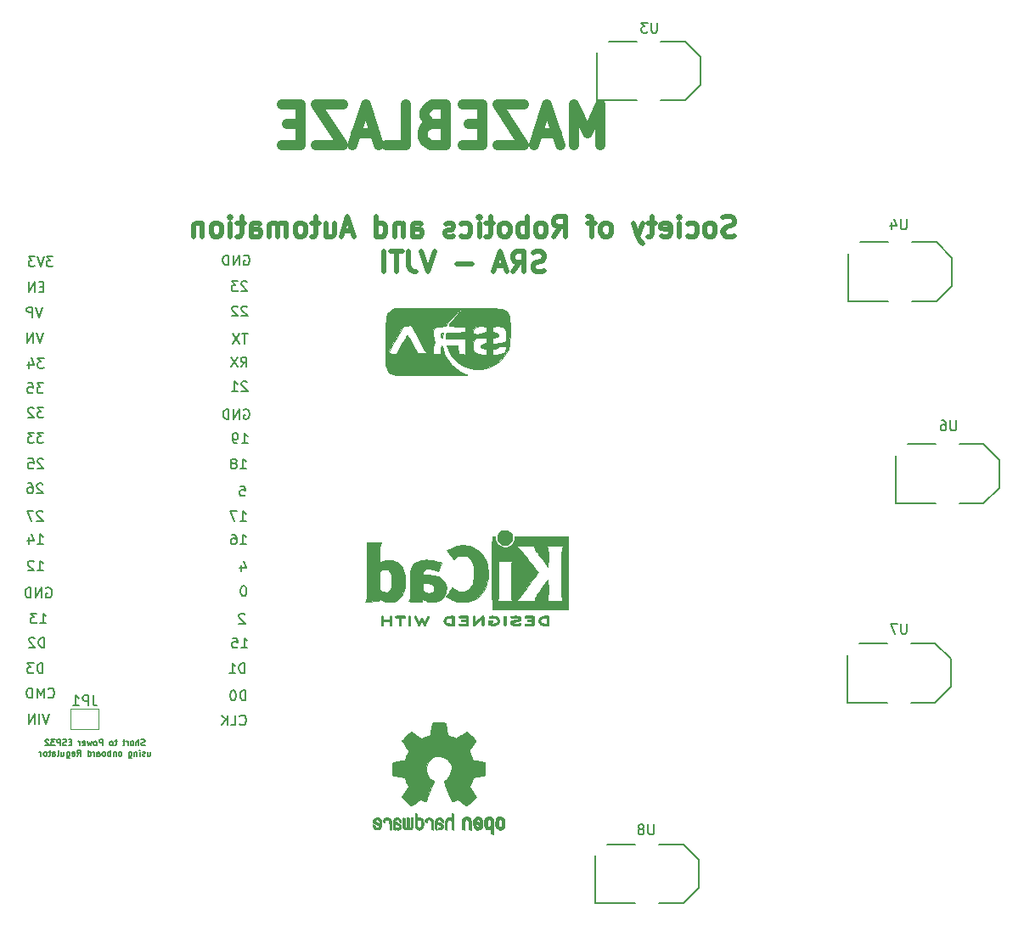
<source format=gbo>
%TF.GenerationSoftware,KiCad,Pcbnew,5.1.10-88a1d61d58~90~ubuntu20.04.1*%
%TF.CreationDate,2021-11-17T23:21:55+05:30*%
%TF.ProjectId,Meshmerize,4d657368-6d65-4726-997a-652e6b696361,rev?*%
%TF.SameCoordinates,Original*%
%TF.FileFunction,Legend,Bot*%
%TF.FilePolarity,Positive*%
%FSLAX46Y46*%
G04 Gerber Fmt 4.6, Leading zero omitted, Abs format (unit mm)*
G04 Created by KiCad (PCBNEW 5.1.10-88a1d61d58~90~ubuntu20.04.1) date 2021-11-17 23:21:55*
%MOMM*%
%LPD*%
G01*
G04 APERTURE LIST*
%ADD10C,1.000000*%
%ADD11C,0.150000*%
%ADD12C,0.500000*%
%ADD13C,0.010000*%
%ADD14C,0.120000*%
%ADD15C,0.127000*%
G04 APERTURE END LIST*
D10*
X167358623Y-58769023D02*
X167358623Y-54769023D01*
X166025290Y-57626166D01*
X164691957Y-54769023D01*
X164691957Y-58769023D01*
X162977671Y-57626166D02*
X161072909Y-57626166D01*
X163358623Y-58769023D02*
X162025290Y-54769023D01*
X160691957Y-58769023D01*
X159739576Y-54769023D02*
X157072909Y-54769023D01*
X159739576Y-58769023D01*
X157072909Y-58769023D01*
X155549100Y-56673785D02*
X154215766Y-56673785D01*
X153644338Y-58769023D02*
X155549100Y-58769023D01*
X155549100Y-54769023D01*
X153644338Y-54769023D01*
X150596719Y-56673785D02*
X150025290Y-56864261D01*
X149834814Y-57054738D01*
X149644338Y-57435690D01*
X149644338Y-58007119D01*
X149834814Y-58388071D01*
X150025290Y-58578547D01*
X150406242Y-58769023D01*
X151930052Y-58769023D01*
X151930052Y-54769023D01*
X150596719Y-54769023D01*
X150215766Y-54959500D01*
X150025290Y-55149976D01*
X149834814Y-55530928D01*
X149834814Y-55911880D01*
X150025290Y-56292833D01*
X150215766Y-56483309D01*
X150596719Y-56673785D01*
X151930052Y-56673785D01*
X146025290Y-58769023D02*
X147930052Y-58769023D01*
X147930052Y-54769023D01*
X144882433Y-57626166D02*
X142977671Y-57626166D01*
X145263385Y-58769023D02*
X143930052Y-54769023D01*
X142596719Y-58769023D01*
X141644338Y-54769023D02*
X138977671Y-54769023D01*
X141644338Y-58769023D01*
X138977671Y-58769023D01*
X137453861Y-56673785D02*
X136120528Y-56673785D01*
X135549099Y-58769023D02*
X137453861Y-58769023D01*
X137453861Y-54769023D01*
X135549099Y-54769023D01*
D11*
X131787804Y-69819900D02*
X131883042Y-69772280D01*
X132025900Y-69772280D01*
X132168757Y-69819900D01*
X132263995Y-69915138D01*
X132311614Y-70010376D01*
X132359233Y-70200852D01*
X132359233Y-70343709D01*
X132311614Y-70534185D01*
X132263995Y-70629423D01*
X132168757Y-70724661D01*
X132025900Y-70772280D01*
X131930661Y-70772280D01*
X131787804Y-70724661D01*
X131740185Y-70677042D01*
X131740185Y-70343709D01*
X131930661Y-70343709D01*
X131311614Y-70772280D02*
X131311614Y-69772280D01*
X130740185Y-70772280D01*
X130740185Y-69772280D01*
X130263995Y-70772280D02*
X130263995Y-69772280D01*
X130025900Y-69772280D01*
X129883042Y-69819900D01*
X129787804Y-69915138D01*
X129740185Y-70010376D01*
X129692566Y-70200852D01*
X129692566Y-70343709D01*
X129740185Y-70534185D01*
X129787804Y-70629423D01*
X129883042Y-70724661D01*
X130025900Y-70772280D01*
X130263995Y-70772280D01*
X132105304Y-72458319D02*
X132057685Y-72410700D01*
X131962447Y-72363080D01*
X131724352Y-72363080D01*
X131629114Y-72410700D01*
X131581495Y-72458319D01*
X131533876Y-72553557D01*
X131533876Y-72648795D01*
X131581495Y-72791652D01*
X132152923Y-73363080D01*
X131533876Y-73363080D01*
X131200542Y-72363080D02*
X130581495Y-72363080D01*
X130914828Y-72744033D01*
X130771971Y-72744033D01*
X130676733Y-72791652D01*
X130629114Y-72839271D01*
X130581495Y-72934509D01*
X130581495Y-73172604D01*
X130629114Y-73267842D01*
X130676733Y-73315461D01*
X130771971Y-73363080D01*
X131057685Y-73363080D01*
X131152923Y-73315461D01*
X131200542Y-73267842D01*
X132118004Y-74947519D02*
X132070385Y-74899900D01*
X131975147Y-74852280D01*
X131737052Y-74852280D01*
X131641814Y-74899900D01*
X131594195Y-74947519D01*
X131546576Y-75042757D01*
X131546576Y-75137995D01*
X131594195Y-75280852D01*
X132165623Y-75852280D01*
X131546576Y-75852280D01*
X131165623Y-74947519D02*
X131118004Y-74899900D01*
X131022766Y-74852280D01*
X130784671Y-74852280D01*
X130689433Y-74899900D01*
X130641814Y-74947519D01*
X130594195Y-75042757D01*
X130594195Y-75137995D01*
X130641814Y-75280852D01*
X131213242Y-75852280D01*
X130594195Y-75852280D01*
X132156104Y-77620880D02*
X131584676Y-77620880D01*
X131870390Y-78620880D02*
X131870390Y-77620880D01*
X131346580Y-77620880D02*
X130679914Y-78620880D01*
X130679914Y-77620880D02*
X131346580Y-78620880D01*
X131497366Y-80932280D02*
X131830700Y-80456090D01*
X132068795Y-80932280D02*
X132068795Y-79932280D01*
X131687842Y-79932280D01*
X131592604Y-79979900D01*
X131544985Y-80027519D01*
X131497366Y-80122757D01*
X131497366Y-80265614D01*
X131544985Y-80360852D01*
X131592604Y-80408471D01*
X131687842Y-80456090D01*
X132068795Y-80456090D01*
X131164033Y-79932280D02*
X130497366Y-80932280D01*
X130497366Y-79932280D02*
X131164033Y-80932280D01*
X132118004Y-82453219D02*
X132070385Y-82405600D01*
X131975147Y-82357980D01*
X131737052Y-82357980D01*
X131641814Y-82405600D01*
X131594195Y-82453219D01*
X131546576Y-82548457D01*
X131546576Y-82643695D01*
X131594195Y-82786552D01*
X132165623Y-83357980D01*
X131546576Y-83357980D01*
X130594195Y-83357980D02*
X131165623Y-83357980D01*
X130879909Y-83357980D02*
X130879909Y-82357980D01*
X130975147Y-82500838D01*
X131070385Y-82596076D01*
X131165623Y-82643695D01*
X131800504Y-85174200D02*
X131895742Y-85126580D01*
X132038600Y-85126580D01*
X132181457Y-85174200D01*
X132276695Y-85269438D01*
X132324314Y-85364676D01*
X132371933Y-85555152D01*
X132371933Y-85698009D01*
X132324314Y-85888485D01*
X132276695Y-85983723D01*
X132181457Y-86078961D01*
X132038600Y-86126580D01*
X131943361Y-86126580D01*
X131800504Y-86078961D01*
X131752885Y-86031342D01*
X131752885Y-85698009D01*
X131943361Y-85698009D01*
X131324314Y-86126580D02*
X131324314Y-85126580D01*
X130752885Y-86126580D01*
X130752885Y-85126580D01*
X130276695Y-86126580D02*
X130276695Y-85126580D01*
X130038600Y-85126580D01*
X129895742Y-85174200D01*
X129800504Y-85269438D01*
X129752885Y-85364676D01*
X129705266Y-85555152D01*
X129705266Y-85698009D01*
X129752885Y-85888485D01*
X129800504Y-85983723D01*
X129895742Y-86078961D01*
X130038600Y-86126580D01*
X130276695Y-86126580D01*
X131584676Y-88526880D02*
X132156104Y-88526880D01*
X131870390Y-88526880D02*
X131870390Y-87526880D01*
X131965628Y-87669738D01*
X132060866Y-87764976D01*
X132156104Y-87812595D01*
X131108485Y-88526880D02*
X130918009Y-88526880D01*
X130822771Y-88479261D01*
X130775152Y-88431642D01*
X130679914Y-88288785D01*
X130632295Y-88098309D01*
X130632295Y-87717357D01*
X130679914Y-87622119D01*
X130727533Y-87574500D01*
X130822771Y-87526880D01*
X131013247Y-87526880D01*
X131108485Y-87574500D01*
X131156104Y-87622119D01*
X131203723Y-87717357D01*
X131203723Y-87955452D01*
X131156104Y-88050690D01*
X131108485Y-88098309D01*
X131013247Y-88145928D01*
X130822771Y-88145928D01*
X130727533Y-88098309D01*
X130679914Y-88050690D01*
X130632295Y-87955452D01*
X131444976Y-91092280D02*
X132016404Y-91092280D01*
X131730690Y-91092280D02*
X131730690Y-90092280D01*
X131825928Y-90235138D01*
X131921166Y-90330376D01*
X132016404Y-90377995D01*
X130873547Y-90520852D02*
X130968785Y-90473233D01*
X131016404Y-90425614D01*
X131064023Y-90330376D01*
X131064023Y-90282757D01*
X131016404Y-90187519D01*
X130968785Y-90139900D01*
X130873547Y-90092280D01*
X130683071Y-90092280D01*
X130587833Y-90139900D01*
X130540214Y-90187519D01*
X130492595Y-90282757D01*
X130492595Y-90330376D01*
X130540214Y-90425614D01*
X130587833Y-90473233D01*
X130683071Y-90520852D01*
X130873547Y-90520852D01*
X130968785Y-90568471D01*
X131016404Y-90616090D01*
X131064023Y-90711328D01*
X131064023Y-90901804D01*
X131016404Y-90997042D01*
X130968785Y-91044661D01*
X130873547Y-91092280D01*
X130683071Y-91092280D01*
X130587833Y-91044661D01*
X130540214Y-90997042D01*
X130492595Y-90901804D01*
X130492595Y-90711328D01*
X130540214Y-90616090D01*
X130587833Y-90568471D01*
X130683071Y-90520852D01*
X131422804Y-92797380D02*
X131898995Y-92797380D01*
X131946614Y-93273571D01*
X131898995Y-93225952D01*
X131803757Y-93178333D01*
X131565661Y-93178333D01*
X131470423Y-93225952D01*
X131422804Y-93273571D01*
X131375185Y-93368809D01*
X131375185Y-93606904D01*
X131422804Y-93702142D01*
X131470423Y-93749761D01*
X131565661Y-93797380D01*
X131803757Y-93797380D01*
X131898995Y-93749761D01*
X131946614Y-93702142D01*
X131444976Y-96324680D02*
X132016404Y-96324680D01*
X131730690Y-96324680D02*
X131730690Y-95324680D01*
X131825928Y-95467538D01*
X131921166Y-95562776D01*
X132016404Y-95610395D01*
X131111642Y-95324680D02*
X130444976Y-95324680D01*
X130873547Y-96324680D01*
X131444976Y-98623380D02*
X132016404Y-98623380D01*
X131730690Y-98623380D02*
X131730690Y-97623380D01*
X131825928Y-97766238D01*
X131921166Y-97861476D01*
X132016404Y-97909095D01*
X130587833Y-97623380D02*
X130778309Y-97623380D01*
X130873547Y-97671000D01*
X130921166Y-97718619D01*
X131016404Y-97861476D01*
X131064023Y-98051952D01*
X131064023Y-98432904D01*
X131016404Y-98528142D01*
X130968785Y-98575761D01*
X130873547Y-98623380D01*
X130683071Y-98623380D01*
X130587833Y-98575761D01*
X130540214Y-98528142D01*
X130492595Y-98432904D01*
X130492595Y-98194809D01*
X130540214Y-98099571D01*
X130587833Y-98051952D01*
X130683071Y-98004333D01*
X130873547Y-98004333D01*
X130968785Y-98051952D01*
X131016404Y-98099571D01*
X131064023Y-98194809D01*
X131533923Y-100661814D02*
X131533923Y-101328480D01*
X131772019Y-100280861D02*
X132010114Y-100995147D01*
X131391066Y-100995147D01*
X131810119Y-102766880D02*
X131714880Y-102766880D01*
X131619642Y-102814500D01*
X131572023Y-102862119D01*
X131524404Y-102957357D01*
X131476785Y-103147833D01*
X131476785Y-103385928D01*
X131524404Y-103576404D01*
X131572023Y-103671642D01*
X131619642Y-103719261D01*
X131714880Y-103766880D01*
X131810119Y-103766880D01*
X131905357Y-103719261D01*
X131952976Y-103671642D01*
X132000595Y-103576404D01*
X132048214Y-103385928D01*
X132048214Y-103147833D01*
X132000595Y-102957357D01*
X131952976Y-102862119D01*
X131905357Y-102814500D01*
X131810119Y-102766880D01*
X131870414Y-105605319D02*
X131822795Y-105557700D01*
X131727557Y-105510080D01*
X131489461Y-105510080D01*
X131394223Y-105557700D01*
X131346604Y-105605319D01*
X131298985Y-105700557D01*
X131298985Y-105795795D01*
X131346604Y-105938652D01*
X131918033Y-106510080D01*
X131298985Y-106510080D01*
X131559276Y-108948480D02*
X132130704Y-108948480D01*
X131844990Y-108948480D02*
X131844990Y-107948480D01*
X131940228Y-108091338D01*
X132035466Y-108186576D01*
X132130704Y-108234195D01*
X130654514Y-107948480D02*
X131130704Y-107948480D01*
X131178323Y-108424671D01*
X131130704Y-108377052D01*
X131035466Y-108329433D01*
X130797371Y-108329433D01*
X130702133Y-108377052D01*
X130654514Y-108424671D01*
X130606895Y-108519909D01*
X130606895Y-108758004D01*
X130654514Y-108853242D01*
X130702133Y-108900861D01*
X130797371Y-108948480D01*
X131035466Y-108948480D01*
X131130704Y-108900861D01*
X131178323Y-108853242D01*
X131878295Y-111475780D02*
X131878295Y-110475780D01*
X131640200Y-110475780D01*
X131497342Y-110523400D01*
X131402104Y-110618638D01*
X131354485Y-110713876D01*
X131306866Y-110904352D01*
X131306866Y-111047209D01*
X131354485Y-111237685D01*
X131402104Y-111332923D01*
X131497342Y-111428161D01*
X131640200Y-111475780D01*
X131878295Y-111475780D01*
X130354485Y-111475780D02*
X130925914Y-111475780D01*
X130640200Y-111475780D02*
X130640200Y-110475780D01*
X130735438Y-110618638D01*
X130830676Y-110713876D01*
X130925914Y-110761495D01*
X131967195Y-114180880D02*
X131967195Y-113180880D01*
X131729100Y-113180880D01*
X131586242Y-113228500D01*
X131491004Y-113323738D01*
X131443385Y-113418976D01*
X131395766Y-113609452D01*
X131395766Y-113752309D01*
X131443385Y-113942785D01*
X131491004Y-114038023D01*
X131586242Y-114133261D01*
X131729100Y-114180880D01*
X131967195Y-114180880D01*
X130776719Y-113180880D02*
X130681480Y-113180880D01*
X130586242Y-113228500D01*
X130538623Y-113276119D01*
X130491004Y-113371357D01*
X130443385Y-113561833D01*
X130443385Y-113799928D01*
X130491004Y-113990404D01*
X130538623Y-114085642D01*
X130586242Y-114133261D01*
X130681480Y-114180880D01*
X130776719Y-114180880D01*
X130871957Y-114133261D01*
X130919576Y-114085642D01*
X130967195Y-113990404D01*
X131014814Y-113799928D01*
X131014814Y-113561833D01*
X130967195Y-113371357D01*
X130919576Y-113276119D01*
X130871957Y-113228500D01*
X130776719Y-113180880D01*
X131392538Y-116562142D02*
X131440157Y-116609761D01*
X131583014Y-116657380D01*
X131678252Y-116657380D01*
X131821109Y-116609761D01*
X131916347Y-116514523D01*
X131963966Y-116419285D01*
X132011585Y-116228809D01*
X132011585Y-116085952D01*
X131963966Y-115895476D01*
X131916347Y-115800238D01*
X131821109Y-115705000D01*
X131678252Y-115657380D01*
X131583014Y-115657380D01*
X131440157Y-115705000D01*
X131392538Y-115752619D01*
X130487776Y-116657380D02*
X130963966Y-116657380D01*
X130963966Y-115657380D01*
X130154442Y-116657380D02*
X130154442Y-115657380D01*
X129583014Y-116657380D02*
X130011585Y-116085952D01*
X129583014Y-115657380D02*
X130154442Y-116228809D01*
X112410738Y-115530380D02*
X112077404Y-116530380D01*
X111744071Y-115530380D01*
X111410738Y-116530380D02*
X111410738Y-115530380D01*
X110934547Y-116530380D02*
X110934547Y-115530380D01*
X110363119Y-116530380D01*
X110363119Y-115530380D01*
X112267904Y-113844342D02*
X112315523Y-113891961D01*
X112458380Y-113939580D01*
X112553619Y-113939580D01*
X112696476Y-113891961D01*
X112791714Y-113796723D01*
X112839333Y-113701485D01*
X112886952Y-113511009D01*
X112886952Y-113368152D01*
X112839333Y-113177676D01*
X112791714Y-113082438D01*
X112696476Y-112987200D01*
X112553619Y-112939580D01*
X112458380Y-112939580D01*
X112315523Y-112987200D01*
X112267904Y-113034819D01*
X111839333Y-113939580D02*
X111839333Y-112939580D01*
X111506000Y-113653866D01*
X111172666Y-112939580D01*
X111172666Y-113939580D01*
X110696476Y-113939580D02*
X110696476Y-112939580D01*
X110458380Y-112939580D01*
X110315523Y-112987200D01*
X110220285Y-113082438D01*
X110172666Y-113177676D01*
X110125047Y-113368152D01*
X110125047Y-113511009D01*
X110172666Y-113701485D01*
X110220285Y-113796723D01*
X110315523Y-113891961D01*
X110458380Y-113939580D01*
X110696476Y-113939580D01*
X111736095Y-111463080D02*
X111736095Y-110463080D01*
X111498000Y-110463080D01*
X111355142Y-110510700D01*
X111259904Y-110605938D01*
X111212285Y-110701176D01*
X111164666Y-110891652D01*
X111164666Y-111034509D01*
X111212285Y-111224985D01*
X111259904Y-111320223D01*
X111355142Y-111415461D01*
X111498000Y-111463080D01*
X111736095Y-111463080D01*
X110831333Y-110463080D02*
X110212285Y-110463080D01*
X110545619Y-110844033D01*
X110402761Y-110844033D01*
X110307523Y-110891652D01*
X110259904Y-110939271D01*
X110212285Y-111034509D01*
X110212285Y-111272604D01*
X110259904Y-111367842D01*
X110307523Y-111415461D01*
X110402761Y-111463080D01*
X110688476Y-111463080D01*
X110783714Y-111415461D01*
X110831333Y-111367842D01*
X111888495Y-108897680D02*
X111888495Y-107897680D01*
X111650400Y-107897680D01*
X111507542Y-107945300D01*
X111412304Y-108040538D01*
X111364685Y-108135776D01*
X111317066Y-108326252D01*
X111317066Y-108469109D01*
X111364685Y-108659585D01*
X111412304Y-108754823D01*
X111507542Y-108850061D01*
X111650400Y-108897680D01*
X111888495Y-108897680D01*
X110936114Y-107992919D02*
X110888495Y-107945300D01*
X110793257Y-107897680D01*
X110555161Y-107897680D01*
X110459923Y-107945300D01*
X110412304Y-107992919D01*
X110364685Y-108088157D01*
X110364685Y-108183395D01*
X110412304Y-108326252D01*
X110983733Y-108897680D01*
X110364685Y-108897680D01*
X111467876Y-106497380D02*
X112039304Y-106497380D01*
X111753590Y-106497380D02*
X111753590Y-105497380D01*
X111848828Y-105640238D01*
X111944066Y-105735476D01*
X112039304Y-105783095D01*
X111134542Y-105497380D02*
X110515495Y-105497380D01*
X110848828Y-105878333D01*
X110705971Y-105878333D01*
X110610733Y-105925952D01*
X110563114Y-105973571D01*
X110515495Y-106068809D01*
X110515495Y-106306904D01*
X110563114Y-106402142D01*
X110610733Y-106449761D01*
X110705971Y-106497380D01*
X110991685Y-106497380D01*
X111086923Y-106449761D01*
X111134542Y-106402142D01*
X112077404Y-102992300D02*
X112172642Y-102944680D01*
X112315500Y-102944680D01*
X112458357Y-102992300D01*
X112553595Y-103087538D01*
X112601214Y-103182776D01*
X112648833Y-103373252D01*
X112648833Y-103516109D01*
X112601214Y-103706585D01*
X112553595Y-103801823D01*
X112458357Y-103897061D01*
X112315500Y-103944680D01*
X112220261Y-103944680D01*
X112077404Y-103897061D01*
X112029785Y-103849442D01*
X112029785Y-103516109D01*
X112220261Y-103516109D01*
X111601214Y-103944680D02*
X111601214Y-102944680D01*
X111029785Y-103944680D01*
X111029785Y-102944680D01*
X110553595Y-103944680D02*
X110553595Y-102944680D01*
X110315500Y-102944680D01*
X110172642Y-102992300D01*
X110077404Y-103087538D01*
X110029785Y-103182776D01*
X109982166Y-103373252D01*
X109982166Y-103516109D01*
X110029785Y-103706585D01*
X110077404Y-103801823D01*
X110172642Y-103897061D01*
X110315500Y-103944680D01*
X110553595Y-103944680D01*
X111766242Y-77519280D02*
X111432909Y-78519280D01*
X111099576Y-77519280D01*
X110766242Y-78519280D02*
X110766242Y-77519280D01*
X110194814Y-78519280D01*
X110194814Y-77519280D01*
X111201176Y-101252280D02*
X111772604Y-101252280D01*
X111486890Y-101252280D02*
X111486890Y-100252280D01*
X111582128Y-100395138D01*
X111677366Y-100490376D01*
X111772604Y-100537995D01*
X110820223Y-100347519D02*
X110772604Y-100299900D01*
X110677366Y-100252280D01*
X110439271Y-100252280D01*
X110344033Y-100299900D01*
X110296414Y-100347519D01*
X110248795Y-100442757D01*
X110248795Y-100537995D01*
X110296414Y-100680852D01*
X110867842Y-101252280D01*
X110248795Y-101252280D01*
X111201176Y-98585280D02*
X111772604Y-98585280D01*
X111486890Y-98585280D02*
X111486890Y-97585280D01*
X111582128Y-97728138D01*
X111677366Y-97823376D01*
X111772604Y-97870995D01*
X110344033Y-97918614D02*
X110344033Y-98585280D01*
X110582128Y-97537661D02*
X110820223Y-98251947D01*
X110201176Y-98251947D01*
X111721804Y-95369119D02*
X111674185Y-95321500D01*
X111578947Y-95273880D01*
X111340852Y-95273880D01*
X111245614Y-95321500D01*
X111197995Y-95369119D01*
X111150376Y-95464357D01*
X111150376Y-95559595D01*
X111197995Y-95702452D01*
X111769423Y-96273880D01*
X111150376Y-96273880D01*
X110817042Y-95273880D02*
X110150376Y-95273880D01*
X110578947Y-96273880D01*
X111721804Y-92625919D02*
X111674185Y-92578300D01*
X111578947Y-92530680D01*
X111340852Y-92530680D01*
X111245614Y-92578300D01*
X111197995Y-92625919D01*
X111150376Y-92721157D01*
X111150376Y-92816395D01*
X111197995Y-92959252D01*
X111769423Y-93530680D01*
X111150376Y-93530680D01*
X110293233Y-92530680D02*
X110483709Y-92530680D01*
X110578947Y-92578300D01*
X110626566Y-92625919D01*
X110721804Y-92768776D01*
X110769423Y-92959252D01*
X110769423Y-93340204D01*
X110721804Y-93435442D01*
X110674185Y-93483061D01*
X110578947Y-93530680D01*
X110388471Y-93530680D01*
X110293233Y-93483061D01*
X110245614Y-93435442D01*
X110197995Y-93340204D01*
X110197995Y-93102109D01*
X110245614Y-93006871D01*
X110293233Y-92959252D01*
X110388471Y-92911633D01*
X110578947Y-92911633D01*
X110674185Y-92959252D01*
X110721804Y-93006871D01*
X110769423Y-93102109D01*
X111785304Y-90162119D02*
X111737685Y-90114500D01*
X111642447Y-90066880D01*
X111404352Y-90066880D01*
X111309114Y-90114500D01*
X111261495Y-90162119D01*
X111213876Y-90257357D01*
X111213876Y-90352595D01*
X111261495Y-90495452D01*
X111832923Y-91066880D01*
X111213876Y-91066880D01*
X110309114Y-90066880D02*
X110785304Y-90066880D01*
X110832923Y-90543071D01*
X110785304Y-90495452D01*
X110690066Y-90447833D01*
X110451971Y-90447833D01*
X110356733Y-90495452D01*
X110309114Y-90543071D01*
X110261495Y-90638309D01*
X110261495Y-90876404D01*
X110309114Y-90971642D01*
X110356733Y-91019261D01*
X110451971Y-91066880D01*
X110690066Y-91066880D01*
X110785304Y-91019261D01*
X110832923Y-90971642D01*
X111807523Y-87488780D02*
X111188476Y-87488780D01*
X111521809Y-87869733D01*
X111378952Y-87869733D01*
X111283714Y-87917352D01*
X111236095Y-87964971D01*
X111188476Y-88060209D01*
X111188476Y-88298304D01*
X111236095Y-88393542D01*
X111283714Y-88441161D01*
X111378952Y-88488780D01*
X111664666Y-88488780D01*
X111759904Y-88441161D01*
X111807523Y-88393542D01*
X110855142Y-87488780D02*
X110236095Y-87488780D01*
X110569428Y-87869733D01*
X110426571Y-87869733D01*
X110331333Y-87917352D01*
X110283714Y-87964971D01*
X110236095Y-88060209D01*
X110236095Y-88298304D01*
X110283714Y-88393542D01*
X110331333Y-88441161D01*
X110426571Y-88488780D01*
X110712285Y-88488780D01*
X110807523Y-88441161D01*
X110855142Y-88393542D01*
X111820223Y-84974180D02*
X111201176Y-84974180D01*
X111534509Y-85355133D01*
X111391652Y-85355133D01*
X111296414Y-85402752D01*
X111248795Y-85450371D01*
X111201176Y-85545609D01*
X111201176Y-85783704D01*
X111248795Y-85878942D01*
X111296414Y-85926561D01*
X111391652Y-85974180D01*
X111677366Y-85974180D01*
X111772604Y-85926561D01*
X111820223Y-85878942D01*
X110820223Y-85069419D02*
X110772604Y-85021800D01*
X110677366Y-84974180D01*
X110439271Y-84974180D01*
X110344033Y-85021800D01*
X110296414Y-85069419D01*
X110248795Y-85164657D01*
X110248795Y-85259895D01*
X110296414Y-85402752D01*
X110867842Y-85974180D01*
X110248795Y-85974180D01*
X111782123Y-82535780D02*
X111163076Y-82535780D01*
X111496409Y-82916733D01*
X111353552Y-82916733D01*
X111258314Y-82964352D01*
X111210695Y-83011971D01*
X111163076Y-83107209D01*
X111163076Y-83345304D01*
X111210695Y-83440542D01*
X111258314Y-83488161D01*
X111353552Y-83535780D01*
X111639266Y-83535780D01*
X111734504Y-83488161D01*
X111782123Y-83440542D01*
X110258314Y-82535780D02*
X110734504Y-82535780D01*
X110782123Y-83011971D01*
X110734504Y-82964352D01*
X110639266Y-82916733D01*
X110401171Y-82916733D01*
X110305933Y-82964352D01*
X110258314Y-83011971D01*
X110210695Y-83107209D01*
X110210695Y-83345304D01*
X110258314Y-83440542D01*
X110305933Y-83488161D01*
X110401171Y-83535780D01*
X110639266Y-83535780D01*
X110734504Y-83488161D01*
X110782123Y-83440542D01*
X111845623Y-80033880D02*
X111226576Y-80033880D01*
X111559909Y-80414833D01*
X111417052Y-80414833D01*
X111321814Y-80462452D01*
X111274195Y-80510071D01*
X111226576Y-80605309D01*
X111226576Y-80843404D01*
X111274195Y-80938642D01*
X111321814Y-80986261D01*
X111417052Y-81033880D01*
X111702766Y-81033880D01*
X111798004Y-80986261D01*
X111845623Y-80938642D01*
X110369433Y-80367214D02*
X110369433Y-81033880D01*
X110607528Y-79986261D02*
X110845623Y-80700547D01*
X110226576Y-80700547D01*
X111704333Y-74941180D02*
X111371000Y-75941180D01*
X111037666Y-74941180D01*
X110704333Y-75941180D02*
X110704333Y-74941180D01*
X110323380Y-74941180D01*
X110228142Y-74988800D01*
X110180523Y-75036419D01*
X110132904Y-75131657D01*
X110132904Y-75274514D01*
X110180523Y-75369752D01*
X110228142Y-75417371D01*
X110323380Y-75464990D01*
X110704333Y-75464990D01*
X111824995Y-72915471D02*
X111491661Y-72915471D01*
X111348804Y-73439280D02*
X111824995Y-73439280D01*
X111824995Y-72439280D01*
X111348804Y-72439280D01*
X110920233Y-73439280D02*
X110920233Y-72439280D01*
X110348804Y-73439280D01*
X110348804Y-72439280D01*
X112744095Y-69899280D02*
X112125047Y-69899280D01*
X112458380Y-70280233D01*
X112315523Y-70280233D01*
X112220285Y-70327852D01*
X112172666Y-70375471D01*
X112125047Y-70470709D01*
X112125047Y-70708804D01*
X112172666Y-70804042D01*
X112220285Y-70851661D01*
X112315523Y-70899280D01*
X112601238Y-70899280D01*
X112696476Y-70851661D01*
X112744095Y-70804042D01*
X111839333Y-69899280D02*
X111506000Y-70899280D01*
X111172666Y-69899280D01*
X110934571Y-69899280D02*
X110315523Y-69899280D01*
X110648857Y-70280233D01*
X110506000Y-70280233D01*
X110410761Y-70327852D01*
X110363142Y-70375471D01*
X110315523Y-70470709D01*
X110315523Y-70708804D01*
X110363142Y-70804042D01*
X110410761Y-70851661D01*
X110506000Y-70899280D01*
X110791714Y-70899280D01*
X110886952Y-70851661D01*
X110934571Y-70804042D01*
D12*
X180708100Y-67817323D02*
X180422385Y-67912561D01*
X179946195Y-67912561D01*
X179755719Y-67817323D01*
X179660480Y-67722085D01*
X179565242Y-67531609D01*
X179565242Y-67341133D01*
X179660480Y-67150657D01*
X179755719Y-67055419D01*
X179946195Y-66960180D01*
X180327147Y-66864942D01*
X180517623Y-66769704D01*
X180612861Y-66674466D01*
X180708100Y-66483990D01*
X180708100Y-66293514D01*
X180612861Y-66103038D01*
X180517623Y-66007800D01*
X180327147Y-65912561D01*
X179850957Y-65912561D01*
X179565242Y-66007800D01*
X178422385Y-67912561D02*
X178612861Y-67817323D01*
X178708100Y-67722085D01*
X178803338Y-67531609D01*
X178803338Y-66960180D01*
X178708100Y-66769704D01*
X178612861Y-66674466D01*
X178422385Y-66579228D01*
X178136671Y-66579228D01*
X177946195Y-66674466D01*
X177850957Y-66769704D01*
X177755719Y-66960180D01*
X177755719Y-67531609D01*
X177850957Y-67722085D01*
X177946195Y-67817323D01*
X178136671Y-67912561D01*
X178422385Y-67912561D01*
X176041433Y-67817323D02*
X176231909Y-67912561D01*
X176612861Y-67912561D01*
X176803338Y-67817323D01*
X176898576Y-67722085D01*
X176993814Y-67531609D01*
X176993814Y-66960180D01*
X176898576Y-66769704D01*
X176803338Y-66674466D01*
X176612861Y-66579228D01*
X176231909Y-66579228D01*
X176041433Y-66674466D01*
X175184290Y-67912561D02*
X175184290Y-66579228D01*
X175184290Y-65912561D02*
X175279528Y-66007800D01*
X175184290Y-66103038D01*
X175089052Y-66007800D01*
X175184290Y-65912561D01*
X175184290Y-66103038D01*
X173470004Y-67817323D02*
X173660480Y-67912561D01*
X174041433Y-67912561D01*
X174231909Y-67817323D01*
X174327147Y-67626847D01*
X174327147Y-66864942D01*
X174231909Y-66674466D01*
X174041433Y-66579228D01*
X173660480Y-66579228D01*
X173470004Y-66674466D01*
X173374766Y-66864942D01*
X173374766Y-67055419D01*
X174327147Y-67245895D01*
X172803338Y-66579228D02*
X172041433Y-66579228D01*
X172517623Y-65912561D02*
X172517623Y-67626847D01*
X172422385Y-67817323D01*
X172231909Y-67912561D01*
X172041433Y-67912561D01*
X171565242Y-66579228D02*
X171089052Y-67912561D01*
X170612861Y-66579228D02*
X171089052Y-67912561D01*
X171279528Y-68388752D01*
X171374766Y-68483990D01*
X171565242Y-68579228D01*
X168041433Y-67912561D02*
X168231909Y-67817323D01*
X168327147Y-67722085D01*
X168422385Y-67531609D01*
X168422385Y-66960180D01*
X168327147Y-66769704D01*
X168231909Y-66674466D01*
X168041433Y-66579228D01*
X167755719Y-66579228D01*
X167565242Y-66674466D01*
X167470004Y-66769704D01*
X167374766Y-66960180D01*
X167374766Y-67531609D01*
X167470004Y-67722085D01*
X167565242Y-67817323D01*
X167755719Y-67912561D01*
X168041433Y-67912561D01*
X166803338Y-66579228D02*
X166041433Y-66579228D01*
X166517623Y-67912561D02*
X166517623Y-66198276D01*
X166422385Y-66007800D01*
X166231909Y-65912561D01*
X166041433Y-65912561D01*
X162708100Y-67912561D02*
X163374766Y-66960180D01*
X163850957Y-67912561D02*
X163850957Y-65912561D01*
X163089052Y-65912561D01*
X162898576Y-66007800D01*
X162803338Y-66103038D01*
X162708100Y-66293514D01*
X162708100Y-66579228D01*
X162803338Y-66769704D01*
X162898576Y-66864942D01*
X163089052Y-66960180D01*
X163850957Y-66960180D01*
X161565242Y-67912561D02*
X161755719Y-67817323D01*
X161850957Y-67722085D01*
X161946195Y-67531609D01*
X161946195Y-66960180D01*
X161850957Y-66769704D01*
X161755719Y-66674466D01*
X161565242Y-66579228D01*
X161279528Y-66579228D01*
X161089052Y-66674466D01*
X160993814Y-66769704D01*
X160898576Y-66960180D01*
X160898576Y-67531609D01*
X160993814Y-67722085D01*
X161089052Y-67817323D01*
X161279528Y-67912561D01*
X161565242Y-67912561D01*
X160041433Y-67912561D02*
X160041433Y-65912561D01*
X160041433Y-66674466D02*
X159850957Y-66579228D01*
X159470004Y-66579228D01*
X159279528Y-66674466D01*
X159184290Y-66769704D01*
X159089052Y-66960180D01*
X159089052Y-67531609D01*
X159184290Y-67722085D01*
X159279528Y-67817323D01*
X159470004Y-67912561D01*
X159850957Y-67912561D01*
X160041433Y-67817323D01*
X157946195Y-67912561D02*
X158136671Y-67817323D01*
X158231909Y-67722085D01*
X158327147Y-67531609D01*
X158327147Y-66960180D01*
X158231909Y-66769704D01*
X158136671Y-66674466D01*
X157946195Y-66579228D01*
X157660480Y-66579228D01*
X157470004Y-66674466D01*
X157374766Y-66769704D01*
X157279528Y-66960180D01*
X157279528Y-67531609D01*
X157374766Y-67722085D01*
X157470004Y-67817323D01*
X157660480Y-67912561D01*
X157946195Y-67912561D01*
X156708100Y-66579228D02*
X155946195Y-66579228D01*
X156422385Y-65912561D02*
X156422385Y-67626847D01*
X156327147Y-67817323D01*
X156136671Y-67912561D01*
X155946195Y-67912561D01*
X155279528Y-67912561D02*
X155279528Y-66579228D01*
X155279528Y-65912561D02*
X155374766Y-66007800D01*
X155279528Y-66103038D01*
X155184290Y-66007800D01*
X155279528Y-65912561D01*
X155279528Y-66103038D01*
X153470004Y-67817323D02*
X153660480Y-67912561D01*
X154041433Y-67912561D01*
X154231909Y-67817323D01*
X154327147Y-67722085D01*
X154422385Y-67531609D01*
X154422385Y-66960180D01*
X154327147Y-66769704D01*
X154231909Y-66674466D01*
X154041433Y-66579228D01*
X153660480Y-66579228D01*
X153470004Y-66674466D01*
X152708100Y-67817323D02*
X152517623Y-67912561D01*
X152136671Y-67912561D01*
X151946195Y-67817323D01*
X151850957Y-67626847D01*
X151850957Y-67531609D01*
X151946195Y-67341133D01*
X152136671Y-67245895D01*
X152422385Y-67245895D01*
X152612861Y-67150657D01*
X152708100Y-66960180D01*
X152708100Y-66864942D01*
X152612861Y-66674466D01*
X152422385Y-66579228D01*
X152136671Y-66579228D01*
X151946195Y-66674466D01*
X148612861Y-67912561D02*
X148612861Y-66864942D01*
X148708100Y-66674466D01*
X148898576Y-66579228D01*
X149279528Y-66579228D01*
X149470004Y-66674466D01*
X148612861Y-67817323D02*
X148803338Y-67912561D01*
X149279528Y-67912561D01*
X149470004Y-67817323D01*
X149565242Y-67626847D01*
X149565242Y-67436371D01*
X149470004Y-67245895D01*
X149279528Y-67150657D01*
X148803338Y-67150657D01*
X148612861Y-67055419D01*
X147660480Y-66579228D02*
X147660480Y-67912561D01*
X147660480Y-66769704D02*
X147565242Y-66674466D01*
X147374766Y-66579228D01*
X147089052Y-66579228D01*
X146898576Y-66674466D01*
X146803338Y-66864942D01*
X146803338Y-67912561D01*
X144993814Y-67912561D02*
X144993814Y-65912561D01*
X144993814Y-67817323D02*
X145184290Y-67912561D01*
X145565242Y-67912561D01*
X145755719Y-67817323D01*
X145850957Y-67722085D01*
X145946195Y-67531609D01*
X145946195Y-66960180D01*
X145850957Y-66769704D01*
X145755719Y-66674466D01*
X145565242Y-66579228D01*
X145184290Y-66579228D01*
X144993814Y-66674466D01*
X142612861Y-67341133D02*
X141660480Y-67341133D01*
X142803338Y-67912561D02*
X142136671Y-65912561D01*
X141470004Y-67912561D01*
X139946195Y-66579228D02*
X139946195Y-67912561D01*
X140803338Y-66579228D02*
X140803338Y-67626847D01*
X140708100Y-67817323D01*
X140517623Y-67912561D01*
X140231909Y-67912561D01*
X140041433Y-67817323D01*
X139946195Y-67722085D01*
X139279528Y-66579228D02*
X138517623Y-66579228D01*
X138993814Y-65912561D02*
X138993814Y-67626847D01*
X138898576Y-67817323D01*
X138708100Y-67912561D01*
X138517623Y-67912561D01*
X137565242Y-67912561D02*
X137755719Y-67817323D01*
X137850957Y-67722085D01*
X137946195Y-67531609D01*
X137946195Y-66960180D01*
X137850957Y-66769704D01*
X137755719Y-66674466D01*
X137565242Y-66579228D01*
X137279528Y-66579228D01*
X137089052Y-66674466D01*
X136993814Y-66769704D01*
X136898576Y-66960180D01*
X136898576Y-67531609D01*
X136993814Y-67722085D01*
X137089052Y-67817323D01*
X137279528Y-67912561D01*
X137565242Y-67912561D01*
X136041433Y-67912561D02*
X136041433Y-66579228D01*
X136041433Y-66769704D02*
X135946195Y-66674466D01*
X135755719Y-66579228D01*
X135470004Y-66579228D01*
X135279528Y-66674466D01*
X135184290Y-66864942D01*
X135184290Y-67912561D01*
X135184290Y-66864942D02*
X135089052Y-66674466D01*
X134898576Y-66579228D01*
X134612861Y-66579228D01*
X134422385Y-66674466D01*
X134327147Y-66864942D01*
X134327147Y-67912561D01*
X132517623Y-67912561D02*
X132517623Y-66864942D01*
X132612861Y-66674466D01*
X132803338Y-66579228D01*
X133184290Y-66579228D01*
X133374766Y-66674466D01*
X132517623Y-67817323D02*
X132708100Y-67912561D01*
X133184290Y-67912561D01*
X133374766Y-67817323D01*
X133470004Y-67626847D01*
X133470004Y-67436371D01*
X133374766Y-67245895D01*
X133184290Y-67150657D01*
X132708100Y-67150657D01*
X132517623Y-67055419D01*
X131850957Y-66579228D02*
X131089052Y-66579228D01*
X131565242Y-65912561D02*
X131565242Y-67626847D01*
X131470004Y-67817323D01*
X131279528Y-67912561D01*
X131089052Y-67912561D01*
X130422385Y-67912561D02*
X130422385Y-66579228D01*
X130422385Y-65912561D02*
X130517623Y-66007800D01*
X130422385Y-66103038D01*
X130327147Y-66007800D01*
X130422385Y-65912561D01*
X130422385Y-66103038D01*
X129184290Y-67912561D02*
X129374766Y-67817323D01*
X129470004Y-67722085D01*
X129565242Y-67531609D01*
X129565242Y-66960180D01*
X129470004Y-66769704D01*
X129374766Y-66674466D01*
X129184290Y-66579228D01*
X128898576Y-66579228D01*
X128708100Y-66674466D01*
X128612861Y-66769704D01*
X128517623Y-66960180D01*
X128517623Y-67531609D01*
X128612861Y-67722085D01*
X128708100Y-67817323D01*
X128898576Y-67912561D01*
X129184290Y-67912561D01*
X127660480Y-66579228D02*
X127660480Y-67912561D01*
X127660480Y-66769704D02*
X127565242Y-66674466D01*
X127374766Y-66579228D01*
X127089052Y-66579228D01*
X126898576Y-66674466D01*
X126803338Y-66864942D01*
X126803338Y-67912561D01*
X161755719Y-71317323D02*
X161470004Y-71412561D01*
X160993814Y-71412561D01*
X160803338Y-71317323D01*
X160708100Y-71222085D01*
X160612861Y-71031609D01*
X160612861Y-70841133D01*
X160708100Y-70650657D01*
X160803338Y-70555419D01*
X160993814Y-70460180D01*
X161374766Y-70364942D01*
X161565242Y-70269704D01*
X161660480Y-70174466D01*
X161755719Y-69983990D01*
X161755719Y-69793514D01*
X161660480Y-69603038D01*
X161565242Y-69507800D01*
X161374766Y-69412561D01*
X160898576Y-69412561D01*
X160612861Y-69507800D01*
X158612861Y-71412561D02*
X159279528Y-70460180D01*
X159755719Y-71412561D02*
X159755719Y-69412561D01*
X158993814Y-69412561D01*
X158803338Y-69507800D01*
X158708100Y-69603038D01*
X158612861Y-69793514D01*
X158612861Y-70079228D01*
X158708100Y-70269704D01*
X158803338Y-70364942D01*
X158993814Y-70460180D01*
X159755719Y-70460180D01*
X157850957Y-70841133D02*
X156898576Y-70841133D01*
X158041433Y-71412561D02*
X157374766Y-69412561D01*
X156708100Y-71412561D01*
X154517623Y-70650657D02*
X152993814Y-70650657D01*
X150803338Y-69412561D02*
X150136671Y-71412561D01*
X149470004Y-69412561D01*
X148231909Y-69412561D02*
X148231909Y-70841133D01*
X148327147Y-71126847D01*
X148517623Y-71317323D01*
X148803338Y-71412561D01*
X148993814Y-71412561D01*
X147565242Y-69412561D02*
X146422385Y-69412561D01*
X146993814Y-71412561D02*
X146993814Y-69412561D01*
X145755719Y-71412561D02*
X145755719Y-69412561D01*
D11*
X121911442Y-118640657D02*
X121825728Y-118669228D01*
X121682871Y-118669228D01*
X121625728Y-118640657D01*
X121597157Y-118612085D01*
X121568585Y-118554942D01*
X121568585Y-118497800D01*
X121597157Y-118440657D01*
X121625728Y-118412085D01*
X121682871Y-118383514D01*
X121797157Y-118354942D01*
X121854300Y-118326371D01*
X121882871Y-118297800D01*
X121911442Y-118240657D01*
X121911442Y-118183514D01*
X121882871Y-118126371D01*
X121854300Y-118097800D01*
X121797157Y-118069228D01*
X121654300Y-118069228D01*
X121568585Y-118097800D01*
X121311442Y-118669228D02*
X121311442Y-118069228D01*
X121054300Y-118669228D02*
X121054300Y-118354942D01*
X121082871Y-118297800D01*
X121140014Y-118269228D01*
X121225728Y-118269228D01*
X121282871Y-118297800D01*
X121311442Y-118326371D01*
X120682871Y-118669228D02*
X120740014Y-118640657D01*
X120768585Y-118612085D01*
X120797157Y-118554942D01*
X120797157Y-118383514D01*
X120768585Y-118326371D01*
X120740014Y-118297800D01*
X120682871Y-118269228D01*
X120597157Y-118269228D01*
X120540014Y-118297800D01*
X120511442Y-118326371D01*
X120482871Y-118383514D01*
X120482871Y-118554942D01*
X120511442Y-118612085D01*
X120540014Y-118640657D01*
X120597157Y-118669228D01*
X120682871Y-118669228D01*
X120225728Y-118669228D02*
X120225728Y-118269228D01*
X120225728Y-118383514D02*
X120197157Y-118326371D01*
X120168585Y-118297800D01*
X120111442Y-118269228D01*
X120054300Y-118269228D01*
X119940014Y-118269228D02*
X119711442Y-118269228D01*
X119854300Y-118069228D02*
X119854300Y-118583514D01*
X119825728Y-118640657D01*
X119768585Y-118669228D01*
X119711442Y-118669228D01*
X119140014Y-118269228D02*
X118911442Y-118269228D01*
X119054300Y-118069228D02*
X119054300Y-118583514D01*
X119025728Y-118640657D01*
X118968585Y-118669228D01*
X118911442Y-118669228D01*
X118625728Y-118669228D02*
X118682871Y-118640657D01*
X118711442Y-118612085D01*
X118740014Y-118554942D01*
X118740014Y-118383514D01*
X118711442Y-118326371D01*
X118682871Y-118297800D01*
X118625728Y-118269228D01*
X118540014Y-118269228D01*
X118482871Y-118297800D01*
X118454300Y-118326371D01*
X118425728Y-118383514D01*
X118425728Y-118554942D01*
X118454300Y-118612085D01*
X118482871Y-118640657D01*
X118540014Y-118669228D01*
X118625728Y-118669228D01*
X117711442Y-118669228D02*
X117711442Y-118069228D01*
X117482871Y-118069228D01*
X117425728Y-118097800D01*
X117397157Y-118126371D01*
X117368585Y-118183514D01*
X117368585Y-118269228D01*
X117397157Y-118326371D01*
X117425728Y-118354942D01*
X117482871Y-118383514D01*
X117711442Y-118383514D01*
X117025728Y-118669228D02*
X117082871Y-118640657D01*
X117111442Y-118612085D01*
X117140014Y-118554942D01*
X117140014Y-118383514D01*
X117111442Y-118326371D01*
X117082871Y-118297800D01*
X117025728Y-118269228D01*
X116940014Y-118269228D01*
X116882871Y-118297800D01*
X116854300Y-118326371D01*
X116825728Y-118383514D01*
X116825728Y-118554942D01*
X116854300Y-118612085D01*
X116882871Y-118640657D01*
X116940014Y-118669228D01*
X117025728Y-118669228D01*
X116625728Y-118269228D02*
X116511442Y-118669228D01*
X116397157Y-118383514D01*
X116282871Y-118669228D01*
X116168585Y-118269228D01*
X115711442Y-118640657D02*
X115768585Y-118669228D01*
X115882871Y-118669228D01*
X115940014Y-118640657D01*
X115968585Y-118583514D01*
X115968585Y-118354942D01*
X115940014Y-118297800D01*
X115882871Y-118269228D01*
X115768585Y-118269228D01*
X115711442Y-118297800D01*
X115682871Y-118354942D01*
X115682871Y-118412085D01*
X115968585Y-118469228D01*
X115425728Y-118669228D02*
X115425728Y-118269228D01*
X115425728Y-118383514D02*
X115397157Y-118326371D01*
X115368585Y-118297800D01*
X115311442Y-118269228D01*
X115254300Y-118269228D01*
X114597157Y-118354942D02*
X114397157Y-118354942D01*
X114311442Y-118669228D02*
X114597157Y-118669228D01*
X114597157Y-118069228D01*
X114311442Y-118069228D01*
X114082871Y-118640657D02*
X113997157Y-118669228D01*
X113854300Y-118669228D01*
X113797157Y-118640657D01*
X113768585Y-118612085D01*
X113740014Y-118554942D01*
X113740014Y-118497800D01*
X113768585Y-118440657D01*
X113797157Y-118412085D01*
X113854300Y-118383514D01*
X113968585Y-118354942D01*
X114025728Y-118326371D01*
X114054300Y-118297800D01*
X114082871Y-118240657D01*
X114082871Y-118183514D01*
X114054300Y-118126371D01*
X114025728Y-118097800D01*
X113968585Y-118069228D01*
X113825728Y-118069228D01*
X113740014Y-118097800D01*
X113482871Y-118669228D02*
X113482871Y-118069228D01*
X113254300Y-118069228D01*
X113197157Y-118097800D01*
X113168585Y-118126371D01*
X113140014Y-118183514D01*
X113140014Y-118269228D01*
X113168585Y-118326371D01*
X113197157Y-118354942D01*
X113254300Y-118383514D01*
X113482871Y-118383514D01*
X112940014Y-118069228D02*
X112568585Y-118069228D01*
X112768585Y-118297800D01*
X112682871Y-118297800D01*
X112625728Y-118326371D01*
X112597157Y-118354942D01*
X112568585Y-118412085D01*
X112568585Y-118554942D01*
X112597157Y-118612085D01*
X112625728Y-118640657D01*
X112682871Y-118669228D01*
X112854300Y-118669228D01*
X112911442Y-118640657D01*
X112940014Y-118612085D01*
X112340014Y-118126371D02*
X112311442Y-118097800D01*
X112254300Y-118069228D01*
X112111442Y-118069228D01*
X112054300Y-118097800D01*
X112025728Y-118126371D01*
X111997157Y-118183514D01*
X111997157Y-118240657D01*
X112025728Y-118326371D01*
X112368585Y-118669228D01*
X111997157Y-118669228D01*
X122182871Y-119319228D02*
X122182871Y-119719228D01*
X122440014Y-119319228D02*
X122440014Y-119633514D01*
X122411442Y-119690657D01*
X122354300Y-119719228D01*
X122268585Y-119719228D01*
X122211442Y-119690657D01*
X122182871Y-119662085D01*
X121925728Y-119690657D02*
X121868585Y-119719228D01*
X121754300Y-119719228D01*
X121697157Y-119690657D01*
X121668585Y-119633514D01*
X121668585Y-119604942D01*
X121697157Y-119547800D01*
X121754300Y-119519228D01*
X121840014Y-119519228D01*
X121897157Y-119490657D01*
X121925728Y-119433514D01*
X121925728Y-119404942D01*
X121897157Y-119347800D01*
X121840014Y-119319228D01*
X121754300Y-119319228D01*
X121697157Y-119347800D01*
X121411442Y-119719228D02*
X121411442Y-119319228D01*
X121411442Y-119119228D02*
X121440014Y-119147800D01*
X121411442Y-119176371D01*
X121382871Y-119147800D01*
X121411442Y-119119228D01*
X121411442Y-119176371D01*
X121125728Y-119319228D02*
X121125728Y-119719228D01*
X121125728Y-119376371D02*
X121097157Y-119347800D01*
X121040014Y-119319228D01*
X120954300Y-119319228D01*
X120897157Y-119347800D01*
X120868585Y-119404942D01*
X120868585Y-119719228D01*
X120325728Y-119319228D02*
X120325728Y-119804942D01*
X120354300Y-119862085D01*
X120382871Y-119890657D01*
X120440014Y-119919228D01*
X120525728Y-119919228D01*
X120582871Y-119890657D01*
X120325728Y-119690657D02*
X120382871Y-119719228D01*
X120497157Y-119719228D01*
X120554300Y-119690657D01*
X120582871Y-119662085D01*
X120611442Y-119604942D01*
X120611442Y-119433514D01*
X120582871Y-119376371D01*
X120554300Y-119347800D01*
X120497157Y-119319228D01*
X120382871Y-119319228D01*
X120325728Y-119347800D01*
X119497157Y-119719228D02*
X119554300Y-119690657D01*
X119582871Y-119662085D01*
X119611442Y-119604942D01*
X119611442Y-119433514D01*
X119582871Y-119376371D01*
X119554300Y-119347800D01*
X119497157Y-119319228D01*
X119411442Y-119319228D01*
X119354300Y-119347800D01*
X119325728Y-119376371D01*
X119297157Y-119433514D01*
X119297157Y-119604942D01*
X119325728Y-119662085D01*
X119354300Y-119690657D01*
X119411442Y-119719228D01*
X119497157Y-119719228D01*
X119040014Y-119319228D02*
X119040014Y-119719228D01*
X119040014Y-119376371D02*
X119011442Y-119347800D01*
X118954300Y-119319228D01*
X118868585Y-119319228D01*
X118811442Y-119347800D01*
X118782871Y-119404942D01*
X118782871Y-119719228D01*
X118497157Y-119719228D02*
X118497157Y-119119228D01*
X118497157Y-119347800D02*
X118440014Y-119319228D01*
X118325728Y-119319228D01*
X118268585Y-119347800D01*
X118240014Y-119376371D01*
X118211442Y-119433514D01*
X118211442Y-119604942D01*
X118240014Y-119662085D01*
X118268585Y-119690657D01*
X118325728Y-119719228D01*
X118440014Y-119719228D01*
X118497157Y-119690657D01*
X117868585Y-119719228D02*
X117925728Y-119690657D01*
X117954300Y-119662085D01*
X117982871Y-119604942D01*
X117982871Y-119433514D01*
X117954300Y-119376371D01*
X117925728Y-119347800D01*
X117868585Y-119319228D01*
X117782871Y-119319228D01*
X117725728Y-119347800D01*
X117697157Y-119376371D01*
X117668585Y-119433514D01*
X117668585Y-119604942D01*
X117697157Y-119662085D01*
X117725728Y-119690657D01*
X117782871Y-119719228D01*
X117868585Y-119719228D01*
X117154300Y-119719228D02*
X117154300Y-119404942D01*
X117182871Y-119347800D01*
X117240014Y-119319228D01*
X117354300Y-119319228D01*
X117411442Y-119347800D01*
X117154300Y-119690657D02*
X117211442Y-119719228D01*
X117354300Y-119719228D01*
X117411442Y-119690657D01*
X117440014Y-119633514D01*
X117440014Y-119576371D01*
X117411442Y-119519228D01*
X117354300Y-119490657D01*
X117211442Y-119490657D01*
X117154300Y-119462085D01*
X116868585Y-119719228D02*
X116868585Y-119319228D01*
X116868585Y-119433514D02*
X116840014Y-119376371D01*
X116811442Y-119347800D01*
X116754300Y-119319228D01*
X116697157Y-119319228D01*
X116240014Y-119719228D02*
X116240014Y-119119228D01*
X116240014Y-119690657D02*
X116297157Y-119719228D01*
X116411442Y-119719228D01*
X116468585Y-119690657D01*
X116497157Y-119662085D01*
X116525728Y-119604942D01*
X116525728Y-119433514D01*
X116497157Y-119376371D01*
X116468585Y-119347800D01*
X116411442Y-119319228D01*
X116297157Y-119319228D01*
X116240014Y-119347800D01*
X115154300Y-119719228D02*
X115354300Y-119433514D01*
X115497157Y-119719228D02*
X115497157Y-119119228D01*
X115268585Y-119119228D01*
X115211442Y-119147800D01*
X115182871Y-119176371D01*
X115154300Y-119233514D01*
X115154300Y-119319228D01*
X115182871Y-119376371D01*
X115211442Y-119404942D01*
X115268585Y-119433514D01*
X115497157Y-119433514D01*
X114668585Y-119690657D02*
X114725728Y-119719228D01*
X114840014Y-119719228D01*
X114897157Y-119690657D01*
X114925728Y-119633514D01*
X114925728Y-119404942D01*
X114897157Y-119347800D01*
X114840014Y-119319228D01*
X114725728Y-119319228D01*
X114668585Y-119347800D01*
X114640014Y-119404942D01*
X114640014Y-119462085D01*
X114925728Y-119519228D01*
X114125728Y-119319228D02*
X114125728Y-119804942D01*
X114154300Y-119862085D01*
X114182871Y-119890657D01*
X114240014Y-119919228D01*
X114325728Y-119919228D01*
X114382871Y-119890657D01*
X114125728Y-119690657D02*
X114182871Y-119719228D01*
X114297157Y-119719228D01*
X114354300Y-119690657D01*
X114382871Y-119662085D01*
X114411442Y-119604942D01*
X114411442Y-119433514D01*
X114382871Y-119376371D01*
X114354300Y-119347800D01*
X114297157Y-119319228D01*
X114182871Y-119319228D01*
X114125728Y-119347800D01*
X113582871Y-119319228D02*
X113582871Y-119719228D01*
X113840014Y-119319228D02*
X113840014Y-119633514D01*
X113811442Y-119690657D01*
X113754300Y-119719228D01*
X113668585Y-119719228D01*
X113611442Y-119690657D01*
X113582871Y-119662085D01*
X113211442Y-119719228D02*
X113268585Y-119690657D01*
X113297157Y-119633514D01*
X113297157Y-119119228D01*
X112725728Y-119719228D02*
X112725728Y-119404942D01*
X112754300Y-119347800D01*
X112811442Y-119319228D01*
X112925728Y-119319228D01*
X112982871Y-119347800D01*
X112725728Y-119690657D02*
X112782871Y-119719228D01*
X112925728Y-119719228D01*
X112982871Y-119690657D01*
X113011442Y-119633514D01*
X113011442Y-119576371D01*
X112982871Y-119519228D01*
X112925728Y-119490657D01*
X112782871Y-119490657D01*
X112725728Y-119462085D01*
X112525728Y-119319228D02*
X112297157Y-119319228D01*
X112440014Y-119119228D02*
X112440014Y-119633514D01*
X112411442Y-119690657D01*
X112354300Y-119719228D01*
X112297157Y-119719228D01*
X112011442Y-119719228D02*
X112068585Y-119690657D01*
X112097157Y-119662085D01*
X112125728Y-119604942D01*
X112125728Y-119433514D01*
X112097157Y-119376371D01*
X112068585Y-119347800D01*
X112011442Y-119319228D01*
X111925728Y-119319228D01*
X111868585Y-119347800D01*
X111840014Y-119376371D01*
X111811442Y-119433514D01*
X111811442Y-119604942D01*
X111840014Y-119662085D01*
X111868585Y-119690657D01*
X111925728Y-119719228D01*
X112011442Y-119719228D01*
X111554300Y-119719228D02*
X111554300Y-119319228D01*
X111554300Y-119433514D02*
X111525728Y-119376371D01*
X111497157Y-119347800D01*
X111440014Y-119319228D01*
X111382871Y-119319228D01*
D13*
%TO.C,REF\u002A\u002A*%
G36*
X162000308Y-105736509D02*
G01*
X161947743Y-105737044D01*
X161793719Y-105740760D01*
X161664725Y-105751799D01*
X161556363Y-105771346D01*
X161464238Y-105800583D01*
X161383953Y-105840697D01*
X161311112Y-105892869D01*
X161285095Y-105915533D01*
X161241937Y-105968562D01*
X161203021Y-106040521D01*
X161173027Y-106120284D01*
X161156635Y-106196725D01*
X161154932Y-106224972D01*
X161165605Y-106303274D01*
X161194207Y-106388805D01*
X161235611Y-106469763D01*
X161284695Y-106534346D01*
X161292667Y-106542138D01*
X161360200Y-106596908D01*
X161434152Y-106639663D01*
X161518788Y-106671523D01*
X161618371Y-106693608D01*
X161737166Y-106707038D01*
X161879434Y-106712934D01*
X161944600Y-106713434D01*
X162027455Y-106713035D01*
X162085723Y-106711366D01*
X162124870Y-106707722D01*
X162150363Y-106701393D01*
X162167668Y-106691674D01*
X162176944Y-106683374D01*
X162185706Y-106673292D01*
X162192579Y-106660285D01*
X162197792Y-106640869D01*
X162201573Y-106611560D01*
X162204151Y-106568873D01*
X162205754Y-106509325D01*
X162206611Y-106429430D01*
X162206951Y-106325705D01*
X162207003Y-106224972D01*
X162207334Y-106090619D01*
X162207262Y-105983292D01*
X162205984Y-105931895D01*
X162011619Y-105931895D01*
X162011619Y-106518049D01*
X161887625Y-106517935D01*
X161813015Y-106515796D01*
X161734872Y-106510283D01*
X161669674Y-106502572D01*
X161667690Y-106502255D01*
X161562317Y-106476778D01*
X161480586Y-106437100D01*
X161418416Y-106380638D01*
X161378914Y-106319506D01*
X161354574Y-106251693D01*
X161356461Y-106188019D01*
X161384709Y-106119765D01*
X161439962Y-106049156D01*
X161516527Y-105996835D01*
X161616049Y-105961863D01*
X161682561Y-105949486D01*
X161758061Y-105940794D01*
X161838079Y-105934504D01*
X161906138Y-105931888D01*
X161910169Y-105931876D01*
X162011619Y-105931895D01*
X162205984Y-105931895D01*
X162205190Y-105899981D01*
X162199515Y-105837679D01*
X162188641Y-105793375D01*
X162170968Y-105764060D01*
X162144897Y-105746725D01*
X162108829Y-105738361D01*
X162061166Y-105735959D01*
X162000308Y-105736509D01*
G37*
X162000308Y-105736509D02*
X161947743Y-105737044D01*
X161793719Y-105740760D01*
X161664725Y-105751799D01*
X161556363Y-105771346D01*
X161464238Y-105800583D01*
X161383953Y-105840697D01*
X161311112Y-105892869D01*
X161285095Y-105915533D01*
X161241937Y-105968562D01*
X161203021Y-106040521D01*
X161173027Y-106120284D01*
X161156635Y-106196725D01*
X161154932Y-106224972D01*
X161165605Y-106303274D01*
X161194207Y-106388805D01*
X161235611Y-106469763D01*
X161284695Y-106534346D01*
X161292667Y-106542138D01*
X161360200Y-106596908D01*
X161434152Y-106639663D01*
X161518788Y-106671523D01*
X161618371Y-106693608D01*
X161737166Y-106707038D01*
X161879434Y-106712934D01*
X161944600Y-106713434D01*
X162027455Y-106713035D01*
X162085723Y-106711366D01*
X162124870Y-106707722D01*
X162150363Y-106701393D01*
X162167668Y-106691674D01*
X162176944Y-106683374D01*
X162185706Y-106673292D01*
X162192579Y-106660285D01*
X162197792Y-106640869D01*
X162201573Y-106611560D01*
X162204151Y-106568873D01*
X162205754Y-106509325D01*
X162206611Y-106429430D01*
X162206951Y-106325705D01*
X162207003Y-106224972D01*
X162207334Y-106090619D01*
X162207262Y-105983292D01*
X162205984Y-105931895D01*
X162011619Y-105931895D01*
X162011619Y-106518049D01*
X161887625Y-106517935D01*
X161813015Y-106515796D01*
X161734872Y-106510283D01*
X161669674Y-106502572D01*
X161667690Y-106502255D01*
X161562317Y-106476778D01*
X161480586Y-106437100D01*
X161418416Y-106380638D01*
X161378914Y-106319506D01*
X161354574Y-106251693D01*
X161356461Y-106188019D01*
X161384709Y-106119765D01*
X161439962Y-106049156D01*
X161516527Y-105996835D01*
X161616049Y-105961863D01*
X161682561Y-105949486D01*
X161758061Y-105940794D01*
X161838079Y-105934504D01*
X161906138Y-105931888D01*
X161910169Y-105931876D01*
X162011619Y-105931895D01*
X162205984Y-105931895D01*
X162205190Y-105899981D01*
X162199515Y-105837679D01*
X162188641Y-105793375D01*
X162170968Y-105764060D01*
X162144897Y-105746725D01*
X162108829Y-105738361D01*
X162061166Y-105735959D01*
X162000308Y-105736509D01*
G36*
X160124984Y-105736616D02*
G01*
X160032576Y-105737112D01*
X159962827Y-105738265D01*
X159912037Y-105740344D01*
X159876505Y-105743615D01*
X159852532Y-105748347D01*
X159836418Y-105754807D01*
X159824463Y-105763263D01*
X159820133Y-105767155D01*
X159793805Y-105808504D01*
X159789065Y-105856016D01*
X159806384Y-105898195D01*
X159814393Y-105906720D01*
X159827346Y-105914985D01*
X159848202Y-105921361D01*
X159880830Y-105926159D01*
X159929096Y-105929688D01*
X159996868Y-105932258D01*
X160088014Y-105934181D01*
X160171345Y-105935351D01*
X160501146Y-105939410D01*
X160510160Y-106112250D01*
X160286296Y-106112250D01*
X160189108Y-106113089D01*
X160117957Y-106116596D01*
X160068845Y-106124259D01*
X160037771Y-106137567D01*
X160020738Y-106158005D01*
X160013746Y-106187063D01*
X160012684Y-106214031D01*
X160015984Y-106247121D01*
X160028437Y-106271504D01*
X160053874Y-106288453D01*
X160096125Y-106299243D01*
X160159020Y-106305148D01*
X160246389Y-106307441D01*
X160294075Y-106307635D01*
X160508660Y-106307635D01*
X160508660Y-106518049D01*
X160178009Y-106518049D01*
X160069624Y-106518200D01*
X159987251Y-106518878D01*
X159926843Y-106520420D01*
X159884353Y-106523163D01*
X159855735Y-106527445D01*
X159836942Y-106533603D01*
X159823928Y-106541973D01*
X159817299Y-106548108D01*
X159794561Y-106583913D01*
X159787240Y-106615741D01*
X159797693Y-106654618D01*
X159817299Y-106683374D01*
X159827759Y-106692427D01*
X159841262Y-106699457D01*
X159861440Y-106704718D01*
X159891925Y-106708465D01*
X159936349Y-106710954D01*
X159998345Y-106712439D01*
X160081545Y-106713175D01*
X160189581Y-106713418D01*
X160245643Y-106713434D01*
X160365698Y-106713327D01*
X160459328Y-106712839D01*
X160530163Y-106711713D01*
X160581835Y-106709695D01*
X160617977Y-106706530D01*
X160642222Y-106701963D01*
X160658201Y-106695740D01*
X160669547Y-106687604D01*
X160673986Y-106683374D01*
X160682771Y-106673260D01*
X160689658Y-106660212D01*
X160694875Y-106640734D01*
X160698653Y-106611328D01*
X160701224Y-106568498D01*
X160702818Y-106508748D01*
X160703665Y-106428581D01*
X160703996Y-106324501D01*
X160704045Y-106227592D01*
X160704000Y-106103487D01*
X160703688Y-106005930D01*
X160702842Y-105931410D01*
X160701196Y-105876415D01*
X160698483Y-105837434D01*
X160694437Y-105810957D01*
X160688791Y-105793470D01*
X160681280Y-105781464D01*
X160671636Y-105771427D01*
X160669260Y-105769190D01*
X160657729Y-105759283D01*
X160644332Y-105751612D01*
X160625350Y-105745890D01*
X160597069Y-105741832D01*
X160555772Y-105739152D01*
X160497742Y-105737566D01*
X160419263Y-105736788D01*
X160316620Y-105736532D01*
X160243750Y-105736510D01*
X160124984Y-105736616D01*
G37*
X160124984Y-105736616D02*
X160032576Y-105737112D01*
X159962827Y-105738265D01*
X159912037Y-105740344D01*
X159876505Y-105743615D01*
X159852532Y-105748347D01*
X159836418Y-105754807D01*
X159824463Y-105763263D01*
X159820133Y-105767155D01*
X159793805Y-105808504D01*
X159789065Y-105856016D01*
X159806384Y-105898195D01*
X159814393Y-105906720D01*
X159827346Y-105914985D01*
X159848202Y-105921361D01*
X159880830Y-105926159D01*
X159929096Y-105929688D01*
X159996868Y-105932258D01*
X160088014Y-105934181D01*
X160171345Y-105935351D01*
X160501146Y-105939410D01*
X160510160Y-106112250D01*
X160286296Y-106112250D01*
X160189108Y-106113089D01*
X160117957Y-106116596D01*
X160068845Y-106124259D01*
X160037771Y-106137567D01*
X160020738Y-106158005D01*
X160013746Y-106187063D01*
X160012684Y-106214031D01*
X160015984Y-106247121D01*
X160028437Y-106271504D01*
X160053874Y-106288453D01*
X160096125Y-106299243D01*
X160159020Y-106305148D01*
X160246389Y-106307441D01*
X160294075Y-106307635D01*
X160508660Y-106307635D01*
X160508660Y-106518049D01*
X160178009Y-106518049D01*
X160069624Y-106518200D01*
X159987251Y-106518878D01*
X159926843Y-106520420D01*
X159884353Y-106523163D01*
X159855735Y-106527445D01*
X159836942Y-106533603D01*
X159823928Y-106541973D01*
X159817299Y-106548108D01*
X159794561Y-106583913D01*
X159787240Y-106615741D01*
X159797693Y-106654618D01*
X159817299Y-106683374D01*
X159827759Y-106692427D01*
X159841262Y-106699457D01*
X159861440Y-106704718D01*
X159891925Y-106708465D01*
X159936349Y-106710954D01*
X159998345Y-106712439D01*
X160081545Y-106713175D01*
X160189581Y-106713418D01*
X160245643Y-106713434D01*
X160365698Y-106713327D01*
X160459328Y-106712839D01*
X160530163Y-106711713D01*
X160581835Y-106709695D01*
X160617977Y-106706530D01*
X160642222Y-106701963D01*
X160658201Y-106695740D01*
X160669547Y-106687604D01*
X160673986Y-106683374D01*
X160682771Y-106673260D01*
X160689658Y-106660212D01*
X160694875Y-106640734D01*
X160698653Y-106611328D01*
X160701224Y-106568498D01*
X160702818Y-106508748D01*
X160703665Y-106428581D01*
X160703996Y-106324501D01*
X160704045Y-106227592D01*
X160704000Y-106103487D01*
X160703688Y-106005930D01*
X160702842Y-105931410D01*
X160701196Y-105876415D01*
X160698483Y-105837434D01*
X160694437Y-105810957D01*
X160688791Y-105793470D01*
X160681280Y-105781464D01*
X160671636Y-105771427D01*
X160669260Y-105769190D01*
X160657729Y-105759283D01*
X160644332Y-105751612D01*
X160625350Y-105745890D01*
X160597069Y-105741832D01*
X160555772Y-105739152D01*
X160497742Y-105737566D01*
X160419263Y-105736788D01*
X160316620Y-105736532D01*
X160243750Y-105736510D01*
X160124984Y-105736616D01*
G36*
X158765542Y-105738221D02*
G01*
X158665937Y-105745184D01*
X158573298Y-105756059D01*
X158493012Y-105770438D01*
X158430462Y-105787910D01*
X158391035Y-105808066D01*
X158384983Y-105813999D01*
X158363938Y-105860039D01*
X158370320Y-105907304D01*
X158402961Y-105947742D01*
X158404518Y-105948901D01*
X158423717Y-105961361D01*
X158443759Y-105967913D01*
X158471714Y-105968708D01*
X158514653Y-105963900D01*
X158579645Y-105953639D01*
X158584873Y-105952775D01*
X158681715Y-105940878D01*
X158786198Y-105935009D01*
X158890989Y-105934952D01*
X158988756Y-105940491D01*
X159072166Y-105951409D01*
X159133887Y-105967489D01*
X159137942Y-105969105D01*
X159182718Y-105994193D01*
X159198450Y-106019582D01*
X159186134Y-106044551D01*
X159146769Y-106068380D01*
X159081352Y-106090346D01*
X158990880Y-106109730D01*
X158930554Y-106119062D01*
X158805154Y-106137013D01*
X158705419Y-106153423D01*
X158627100Y-106169712D01*
X158565947Y-106187302D01*
X158517713Y-106207613D01*
X158478149Y-106232067D01*
X158443006Y-106262084D01*
X158414765Y-106291560D01*
X158381262Y-106332631D01*
X158364773Y-106367946D01*
X158359617Y-106411457D01*
X158359430Y-106427392D01*
X158363302Y-106480269D01*
X158378781Y-106519607D01*
X158405569Y-106554524D01*
X158460013Y-106607898D01*
X158520724Y-106648602D01*
X158592212Y-106677964D01*
X158678990Y-106697311D01*
X158785568Y-106707970D01*
X158916457Y-106711269D01*
X158938069Y-106711213D01*
X159025352Y-106709404D01*
X159111913Y-106705293D01*
X159188316Y-106699470D01*
X159245124Y-106692525D01*
X159249718Y-106691728D01*
X159306199Y-106678348D01*
X159354106Y-106661446D01*
X159381227Y-106645995D01*
X159406465Y-106605230D01*
X159408223Y-106557762D01*
X159386466Y-106515459D01*
X159381598Y-106510676D01*
X159361476Y-106496463D01*
X159336312Y-106490340D01*
X159297367Y-106491382D01*
X159250089Y-106496798D01*
X159197259Y-106501637D01*
X159123202Y-106505719D01*
X159036745Y-106508682D01*
X158946717Y-106510161D01*
X158923039Y-106510258D01*
X158832676Y-106509894D01*
X158766543Y-106508140D01*
X158718821Y-106504387D01*
X158683692Y-106498027D01*
X158655336Y-106488451D01*
X158638295Y-106480475D01*
X158600850Y-106458329D01*
X158576975Y-106438272D01*
X158573486Y-106432587D01*
X158580847Y-106409109D01*
X158615841Y-106386381D01*
X158676042Y-106365434D01*
X158759025Y-106347300D01*
X158783474Y-106343261D01*
X158911176Y-106323203D01*
X159013094Y-106306438D01*
X159093160Y-106291747D01*
X159155308Y-106277912D01*
X159203472Y-106263715D01*
X159241586Y-106247937D01*
X159273584Y-106229360D01*
X159303398Y-106206766D01*
X159334964Y-106178937D01*
X159345586Y-106169180D01*
X159382827Y-106132766D01*
X159402541Y-106103916D01*
X159410253Y-106070902D01*
X159411501Y-106029299D01*
X159397769Y-105947715D01*
X159356732Y-105878398D01*
X159288624Y-105821572D01*
X159193681Y-105777461D01*
X159125938Y-105757676D01*
X159052313Y-105744897D01*
X158964115Y-105737668D01*
X158866730Y-105735579D01*
X158765542Y-105738221D01*
G37*
X158765542Y-105738221D02*
X158665937Y-105745184D01*
X158573298Y-105756059D01*
X158493012Y-105770438D01*
X158430462Y-105787910D01*
X158391035Y-105808066D01*
X158384983Y-105813999D01*
X158363938Y-105860039D01*
X158370320Y-105907304D01*
X158402961Y-105947742D01*
X158404518Y-105948901D01*
X158423717Y-105961361D01*
X158443759Y-105967913D01*
X158471714Y-105968708D01*
X158514653Y-105963900D01*
X158579645Y-105953639D01*
X158584873Y-105952775D01*
X158681715Y-105940878D01*
X158786198Y-105935009D01*
X158890989Y-105934952D01*
X158988756Y-105940491D01*
X159072166Y-105951409D01*
X159133887Y-105967489D01*
X159137942Y-105969105D01*
X159182718Y-105994193D01*
X159198450Y-106019582D01*
X159186134Y-106044551D01*
X159146769Y-106068380D01*
X159081352Y-106090346D01*
X158990880Y-106109730D01*
X158930554Y-106119062D01*
X158805154Y-106137013D01*
X158705419Y-106153423D01*
X158627100Y-106169712D01*
X158565947Y-106187302D01*
X158517713Y-106207613D01*
X158478149Y-106232067D01*
X158443006Y-106262084D01*
X158414765Y-106291560D01*
X158381262Y-106332631D01*
X158364773Y-106367946D01*
X158359617Y-106411457D01*
X158359430Y-106427392D01*
X158363302Y-106480269D01*
X158378781Y-106519607D01*
X158405569Y-106554524D01*
X158460013Y-106607898D01*
X158520724Y-106648602D01*
X158592212Y-106677964D01*
X158678990Y-106697311D01*
X158785568Y-106707970D01*
X158916457Y-106711269D01*
X158938069Y-106711213D01*
X159025352Y-106709404D01*
X159111913Y-106705293D01*
X159188316Y-106699470D01*
X159245124Y-106692525D01*
X159249718Y-106691728D01*
X159306199Y-106678348D01*
X159354106Y-106661446D01*
X159381227Y-106645995D01*
X159406465Y-106605230D01*
X159408223Y-106557762D01*
X159386466Y-106515459D01*
X159381598Y-106510676D01*
X159361476Y-106496463D01*
X159336312Y-106490340D01*
X159297367Y-106491382D01*
X159250089Y-106496798D01*
X159197259Y-106501637D01*
X159123202Y-106505719D01*
X159036745Y-106508682D01*
X158946717Y-106510161D01*
X158923039Y-106510258D01*
X158832676Y-106509894D01*
X158766543Y-106508140D01*
X158718821Y-106504387D01*
X158683692Y-106498027D01*
X158655336Y-106488451D01*
X158638295Y-106480475D01*
X158600850Y-106458329D01*
X158576975Y-106438272D01*
X158573486Y-106432587D01*
X158580847Y-106409109D01*
X158615841Y-106386381D01*
X158676042Y-106365434D01*
X158759025Y-106347300D01*
X158783474Y-106343261D01*
X158911176Y-106323203D01*
X159013094Y-106306438D01*
X159093160Y-106291747D01*
X159155308Y-106277912D01*
X159203472Y-106263715D01*
X159241586Y-106247937D01*
X159273584Y-106229360D01*
X159303398Y-106206766D01*
X159334964Y-106178937D01*
X159345586Y-106169180D01*
X159382827Y-106132766D01*
X159402541Y-106103916D01*
X159410253Y-106070902D01*
X159411501Y-106029299D01*
X159397769Y-105947715D01*
X159356732Y-105878398D01*
X159288624Y-105821572D01*
X159193681Y-105777461D01*
X159125938Y-105757676D01*
X159052313Y-105744897D01*
X158964115Y-105737668D01*
X158866730Y-105735579D01*
X158765542Y-105738221D01*
G36*
X157743217Y-105766570D02*
G01*
X157734455Y-105776652D01*
X157727582Y-105789659D01*
X157722369Y-105809075D01*
X157718588Y-105838384D01*
X157716010Y-105881071D01*
X157714407Y-105940619D01*
X157713549Y-106020514D01*
X157713210Y-106124240D01*
X157713157Y-106224972D01*
X157713250Y-106349916D01*
X157713681Y-106448285D01*
X157714677Y-106523565D01*
X157716469Y-106579238D01*
X157719283Y-106618790D01*
X157723350Y-106645705D01*
X157728896Y-106663467D01*
X157736151Y-106675561D01*
X157743217Y-106683374D01*
X157787156Y-106709576D01*
X157833974Y-106707225D01*
X157875863Y-106678648D01*
X157885488Y-106667491D01*
X157893009Y-106654547D01*
X157898688Y-106636236D01*
X157902781Y-106608982D01*
X157905549Y-106569204D01*
X157907250Y-106513326D01*
X157908143Y-106437768D01*
X157908487Y-106338952D01*
X157908542Y-106227078D01*
X157908542Y-105810292D01*
X157871651Y-105773401D01*
X157826179Y-105742364D01*
X157782070Y-105741245D01*
X157743217Y-105766570D01*
G37*
X157743217Y-105766570D02*
X157734455Y-105776652D01*
X157727582Y-105789659D01*
X157722369Y-105809075D01*
X157718588Y-105838384D01*
X157716010Y-105881071D01*
X157714407Y-105940619D01*
X157713549Y-106020514D01*
X157713210Y-106124240D01*
X157713157Y-106224972D01*
X157713250Y-106349916D01*
X157713681Y-106448285D01*
X157714677Y-106523565D01*
X157716469Y-106579238D01*
X157719283Y-106618790D01*
X157723350Y-106645705D01*
X157728896Y-106663467D01*
X157736151Y-106675561D01*
X157743217Y-106683374D01*
X157787156Y-106709576D01*
X157833974Y-106707225D01*
X157875863Y-106678648D01*
X157885488Y-106667491D01*
X157893009Y-106654547D01*
X157898688Y-106636236D01*
X157902781Y-106608982D01*
X157905549Y-106569204D01*
X157907250Y-106513326D01*
X157908143Y-106437768D01*
X157908487Y-106338952D01*
X157908542Y-106227078D01*
X157908542Y-105810292D01*
X157871651Y-105773401D01*
X157826179Y-105742364D01*
X157782070Y-105741245D01*
X157743217Y-105766570D01*
G36*
X156446816Y-105743876D02*
G01*
X156355595Y-105759182D01*
X156285536Y-105782975D01*
X156239958Y-105814304D01*
X156227538Y-105832178D01*
X156214908Y-105873749D01*
X156223407Y-105911356D01*
X156250239Y-105947019D01*
X156291930Y-105963703D01*
X156352424Y-105962348D01*
X156399213Y-105953309D01*
X156503182Y-105936087D01*
X156609434Y-105934451D01*
X156728363Y-105948429D01*
X156761214Y-105954352D01*
X156871799Y-105985531D01*
X156958313Y-106031910D01*
X157019807Y-106092699D01*
X157055332Y-106167108D01*
X157062679Y-106205578D01*
X157057870Y-106283627D01*
X157026820Y-106352681D01*
X156972360Y-106411393D01*
X156897318Y-106458417D01*
X156804524Y-106492407D01*
X156696806Y-106512018D01*
X156576995Y-106515905D01*
X156447919Y-106502720D01*
X156440631Y-106501476D01*
X156389292Y-106491914D01*
X156360826Y-106482678D01*
X156348488Y-106468973D01*
X156345532Y-106446006D01*
X156345465Y-106433843D01*
X156345465Y-106382783D01*
X156436631Y-106382783D01*
X156517136Y-106377268D01*
X156572075Y-106359694D01*
X156604040Y-106328517D01*
X156615626Y-106282194D01*
X156615767Y-106276148D01*
X156608989Y-106236553D01*
X156585745Y-106208281D01*
X156542484Y-106189571D01*
X156475655Y-106178664D01*
X156410924Y-106174654D01*
X156316841Y-106172353D01*
X156248598Y-106175864D01*
X156202055Y-106188819D01*
X156173072Y-106214850D01*
X156157509Y-106257591D01*
X156151225Y-106320674D01*
X156150080Y-106403528D01*
X156151956Y-106496010D01*
X156157600Y-106558918D01*
X156167036Y-106592503D01*
X156168867Y-106595133D01*
X156220679Y-106637098D01*
X156296644Y-106670332D01*
X156391946Y-106694123D01*
X156501770Y-106707763D01*
X156621300Y-106710542D01*
X156745720Y-106701749D01*
X156818897Y-106690949D01*
X156933674Y-106658462D01*
X157040350Y-106605350D01*
X157129665Y-106536419D01*
X157143240Y-106522642D01*
X157187346Y-106464722D01*
X157227143Y-106392940D01*
X157257981Y-106317683D01*
X157275211Y-106249341D01*
X157277288Y-106223093D01*
X157268447Y-106168341D01*
X157244949Y-106100219D01*
X157211303Y-106028514D01*
X157172018Y-105963013D01*
X157137309Y-105919262D01*
X157056157Y-105854183D01*
X156951252Y-105802385D01*
X156826354Y-105765038D01*
X156685221Y-105743317D01*
X156555879Y-105738009D01*
X156446816Y-105743876D01*
G37*
X156446816Y-105743876D02*
X156355595Y-105759182D01*
X156285536Y-105782975D01*
X156239958Y-105814304D01*
X156227538Y-105832178D01*
X156214908Y-105873749D01*
X156223407Y-105911356D01*
X156250239Y-105947019D01*
X156291930Y-105963703D01*
X156352424Y-105962348D01*
X156399213Y-105953309D01*
X156503182Y-105936087D01*
X156609434Y-105934451D01*
X156728363Y-105948429D01*
X156761214Y-105954352D01*
X156871799Y-105985531D01*
X156958313Y-106031910D01*
X157019807Y-106092699D01*
X157055332Y-106167108D01*
X157062679Y-106205578D01*
X157057870Y-106283627D01*
X157026820Y-106352681D01*
X156972360Y-106411393D01*
X156897318Y-106458417D01*
X156804524Y-106492407D01*
X156696806Y-106512018D01*
X156576995Y-106515905D01*
X156447919Y-106502720D01*
X156440631Y-106501476D01*
X156389292Y-106491914D01*
X156360826Y-106482678D01*
X156348488Y-106468973D01*
X156345532Y-106446006D01*
X156345465Y-106433843D01*
X156345465Y-106382783D01*
X156436631Y-106382783D01*
X156517136Y-106377268D01*
X156572075Y-106359694D01*
X156604040Y-106328517D01*
X156615626Y-106282194D01*
X156615767Y-106276148D01*
X156608989Y-106236553D01*
X156585745Y-106208281D01*
X156542484Y-106189571D01*
X156475655Y-106178664D01*
X156410924Y-106174654D01*
X156316841Y-106172353D01*
X156248598Y-106175864D01*
X156202055Y-106188819D01*
X156173072Y-106214850D01*
X156157509Y-106257591D01*
X156151225Y-106320674D01*
X156150080Y-106403528D01*
X156151956Y-106496010D01*
X156157600Y-106558918D01*
X156167036Y-106592503D01*
X156168867Y-106595133D01*
X156220679Y-106637098D01*
X156296644Y-106670332D01*
X156391946Y-106694123D01*
X156501770Y-106707763D01*
X156621300Y-106710542D01*
X156745720Y-106701749D01*
X156818897Y-106690949D01*
X156933674Y-106658462D01*
X157040350Y-106605350D01*
X157129665Y-106536419D01*
X157143240Y-106522642D01*
X157187346Y-106464722D01*
X157227143Y-106392940D01*
X157257981Y-106317683D01*
X157275211Y-106249341D01*
X157277288Y-106223093D01*
X157268447Y-106168341D01*
X157244949Y-106100219D01*
X157211303Y-106028514D01*
X157172018Y-105963013D01*
X157137309Y-105919262D01*
X157056157Y-105854183D01*
X156951252Y-105802385D01*
X156826354Y-105765038D01*
X156685221Y-105743317D01*
X156555879Y-105738009D01*
X156446816Y-105743876D01*
G36*
X155581474Y-105742344D02*
G01*
X155550099Y-105760749D01*
X155509076Y-105790849D01*
X155456278Y-105834060D01*
X155389579Y-105891802D01*
X155306853Y-105965492D01*
X155205974Y-106056548D01*
X155090495Y-106161238D01*
X154850021Y-106379307D01*
X154842506Y-106086608D01*
X154839793Y-105985854D01*
X154837176Y-105910822D01*
X154834074Y-105857184D01*
X154829910Y-105820610D01*
X154824105Y-105796771D01*
X154816078Y-105781338D01*
X154805251Y-105769982D01*
X154799510Y-105765210D01*
X154753537Y-105739977D01*
X154709791Y-105743666D01*
X154675089Y-105765223D01*
X154639607Y-105793935D01*
X154635194Y-106213250D01*
X154633973Y-106336571D01*
X154633351Y-106433448D01*
X154633544Y-106507494D01*
X154634768Y-106562321D01*
X154637238Y-106601543D01*
X154641168Y-106628773D01*
X154646774Y-106647623D01*
X154654272Y-106661705D01*
X154662587Y-106672999D01*
X154680576Y-106693946D01*
X154698475Y-106707831D01*
X154718766Y-106713160D01*
X154743932Y-106708440D01*
X154776454Y-106692177D01*
X154818817Y-106662877D01*
X154873502Y-106619046D01*
X154942991Y-106559191D01*
X155029769Y-106481818D01*
X155128069Y-106392914D01*
X155481264Y-106072535D01*
X155488779Y-106364277D01*
X155491497Y-106464847D01*
X155494121Y-106539704D01*
X155497233Y-106593184D01*
X155501416Y-106629626D01*
X155507251Y-106653368D01*
X155515320Y-106668746D01*
X155526205Y-106680100D01*
X155531775Y-106684726D01*
X155581010Y-106710142D01*
X155627531Y-106706309D01*
X155668043Y-106673833D01*
X155677310Y-106660767D01*
X155684533Y-106645509D01*
X155689966Y-106624396D01*
X155693862Y-106593769D01*
X155696475Y-106549966D01*
X155698061Y-106489327D01*
X155698872Y-106408191D01*
X155699162Y-106302897D01*
X155699193Y-106224972D01*
X155699095Y-106103088D01*
X155698633Y-106007603D01*
X155697551Y-105934855D01*
X155695597Y-105881183D01*
X155692516Y-105842927D01*
X155688054Y-105816427D01*
X155681957Y-105798020D01*
X155673971Y-105784048D01*
X155668043Y-105776111D01*
X155653016Y-105757312D01*
X155638972Y-105743117D01*
X155623784Y-105734946D01*
X155605327Y-105734216D01*
X155581474Y-105742344D01*
G37*
X155581474Y-105742344D02*
X155550099Y-105760749D01*
X155509076Y-105790849D01*
X155456278Y-105834060D01*
X155389579Y-105891802D01*
X155306853Y-105965492D01*
X155205974Y-106056548D01*
X155090495Y-106161238D01*
X154850021Y-106379307D01*
X154842506Y-106086608D01*
X154839793Y-105985854D01*
X154837176Y-105910822D01*
X154834074Y-105857184D01*
X154829910Y-105820610D01*
X154824105Y-105796771D01*
X154816078Y-105781338D01*
X154805251Y-105769982D01*
X154799510Y-105765210D01*
X154753537Y-105739977D01*
X154709791Y-105743666D01*
X154675089Y-105765223D01*
X154639607Y-105793935D01*
X154635194Y-106213250D01*
X154633973Y-106336571D01*
X154633351Y-106433448D01*
X154633544Y-106507494D01*
X154634768Y-106562321D01*
X154637238Y-106601543D01*
X154641168Y-106628773D01*
X154646774Y-106647623D01*
X154654272Y-106661705D01*
X154662587Y-106672999D01*
X154680576Y-106693946D01*
X154698475Y-106707831D01*
X154718766Y-106713160D01*
X154743932Y-106708440D01*
X154776454Y-106692177D01*
X154818817Y-106662877D01*
X154873502Y-106619046D01*
X154942991Y-106559191D01*
X155029769Y-106481818D01*
X155128069Y-106392914D01*
X155481264Y-106072535D01*
X155488779Y-106364277D01*
X155491497Y-106464847D01*
X155494121Y-106539704D01*
X155497233Y-106593184D01*
X155501416Y-106629626D01*
X155507251Y-106653368D01*
X155515320Y-106668746D01*
X155526205Y-106680100D01*
X155531775Y-106684726D01*
X155581010Y-106710142D01*
X155627531Y-106706309D01*
X155668043Y-106673833D01*
X155677310Y-106660767D01*
X155684533Y-106645509D01*
X155689966Y-106624396D01*
X155693862Y-106593769D01*
X155696475Y-106549966D01*
X155698061Y-106489327D01*
X155698872Y-106408191D01*
X155699162Y-106302897D01*
X155699193Y-106224972D01*
X155699095Y-106103088D01*
X155698633Y-106007603D01*
X155697551Y-105934855D01*
X155695597Y-105881183D01*
X155692516Y-105842927D01*
X155688054Y-105816427D01*
X155681957Y-105798020D01*
X155673971Y-105784048D01*
X155668043Y-105776111D01*
X155653016Y-105757312D01*
X155638972Y-105743117D01*
X155623784Y-105734946D01*
X155605327Y-105734216D01*
X155581474Y-105742344D01*
G36*
X153543884Y-105736767D02*
G01*
X153442223Y-105737984D01*
X153364318Y-105740830D01*
X153307019Y-105745974D01*
X153267173Y-105754084D01*
X153241632Y-105765831D01*
X153227243Y-105781882D01*
X153220855Y-105802908D01*
X153219319Y-105829576D01*
X153219311Y-105832726D01*
X153220645Y-105862890D01*
X153226949Y-105886203D01*
X153241678Y-105903606D01*
X153268285Y-105916040D01*
X153310226Y-105924445D01*
X153370954Y-105929765D01*
X153453924Y-105932939D01*
X153562589Y-105934909D01*
X153595895Y-105935345D01*
X153918187Y-105939410D01*
X153922694Y-106025830D01*
X153927202Y-106112250D01*
X153703337Y-106112250D01*
X153615879Y-106112573D01*
X153553431Y-106113937D01*
X153510946Y-106116939D01*
X153483377Y-106122173D01*
X153465678Y-106130235D01*
X153452803Y-106141720D01*
X153452720Y-106141811D01*
X153429370Y-106186571D01*
X153430214Y-106234947D01*
X153454721Y-106276186D01*
X153459571Y-106280425D01*
X153476785Y-106291349D01*
X153500374Y-106298949D01*
X153535593Y-106303797D01*
X153587700Y-106306466D01*
X153661950Y-106307528D01*
X153709438Y-106307635D01*
X153925702Y-106307635D01*
X153925702Y-106518049D01*
X153597380Y-106518049D01*
X153488982Y-106518239D01*
X153406665Y-106519014D01*
X153346451Y-106520684D01*
X153304365Y-106523558D01*
X153276429Y-106527947D01*
X153258666Y-106534159D01*
X153247100Y-106542504D01*
X153244185Y-106545534D01*
X153222664Y-106587534D01*
X153221090Y-106635314D01*
X153238745Y-106676742D01*
X153252715Y-106690037D01*
X153267246Y-106697356D01*
X153289762Y-106703019D01*
X153323824Y-106707223D01*
X153372993Y-106710168D01*
X153440832Y-106712051D01*
X153530902Y-106713070D01*
X153646763Y-106713425D01*
X153672957Y-106713434D01*
X153790761Y-106713356D01*
X153882204Y-106712931D01*
X153950986Y-106711866D01*
X154000804Y-106709869D01*
X154035360Y-106706650D01*
X154058350Y-106701916D01*
X154073474Y-106695377D01*
X154084431Y-106686741D01*
X154090442Y-106680540D01*
X154099490Y-106669557D01*
X154106558Y-106655952D01*
X154111891Y-106636156D01*
X154115732Y-106606602D01*
X154118325Y-106563721D01*
X154119913Y-106503945D01*
X154120739Y-106423707D01*
X154121048Y-106319439D01*
X154121086Y-106231680D01*
X154120992Y-106108708D01*
X154120543Y-106012169D01*
X154119492Y-105938439D01*
X154117590Y-105883890D01*
X154114591Y-105844899D01*
X154110245Y-105817839D01*
X154104306Y-105799084D01*
X154096525Y-105785010D01*
X154089936Y-105776111D01*
X154058786Y-105736510D01*
X153672452Y-105736510D01*
X153543884Y-105736767D01*
G37*
X153543884Y-105736767D02*
X153442223Y-105737984D01*
X153364318Y-105740830D01*
X153307019Y-105745974D01*
X153267173Y-105754084D01*
X153241632Y-105765831D01*
X153227243Y-105781882D01*
X153220855Y-105802908D01*
X153219319Y-105829576D01*
X153219311Y-105832726D01*
X153220645Y-105862890D01*
X153226949Y-105886203D01*
X153241678Y-105903606D01*
X153268285Y-105916040D01*
X153310226Y-105924445D01*
X153370954Y-105929765D01*
X153453924Y-105932939D01*
X153562589Y-105934909D01*
X153595895Y-105935345D01*
X153918187Y-105939410D01*
X153922694Y-106025830D01*
X153927202Y-106112250D01*
X153703337Y-106112250D01*
X153615879Y-106112573D01*
X153553431Y-106113937D01*
X153510946Y-106116939D01*
X153483377Y-106122173D01*
X153465678Y-106130235D01*
X153452803Y-106141720D01*
X153452720Y-106141811D01*
X153429370Y-106186571D01*
X153430214Y-106234947D01*
X153454721Y-106276186D01*
X153459571Y-106280425D01*
X153476785Y-106291349D01*
X153500374Y-106298949D01*
X153535593Y-106303797D01*
X153587700Y-106306466D01*
X153661950Y-106307528D01*
X153709438Y-106307635D01*
X153925702Y-106307635D01*
X153925702Y-106518049D01*
X153597380Y-106518049D01*
X153488982Y-106518239D01*
X153406665Y-106519014D01*
X153346451Y-106520684D01*
X153304365Y-106523558D01*
X153276429Y-106527947D01*
X153258666Y-106534159D01*
X153247100Y-106542504D01*
X153244185Y-106545534D01*
X153222664Y-106587534D01*
X153221090Y-106635314D01*
X153238745Y-106676742D01*
X153252715Y-106690037D01*
X153267246Y-106697356D01*
X153289762Y-106703019D01*
X153323824Y-106707223D01*
X153372993Y-106710168D01*
X153440832Y-106712051D01*
X153530902Y-106713070D01*
X153646763Y-106713425D01*
X153672957Y-106713434D01*
X153790761Y-106713356D01*
X153882204Y-106712931D01*
X153950986Y-106711866D01*
X154000804Y-106709869D01*
X154035360Y-106706650D01*
X154058350Y-106701916D01*
X154073474Y-106695377D01*
X154084431Y-106686741D01*
X154090442Y-106680540D01*
X154099490Y-106669557D01*
X154106558Y-106655952D01*
X154111891Y-106636156D01*
X154115732Y-106606602D01*
X154118325Y-106563721D01*
X154119913Y-106503945D01*
X154120739Y-106423707D01*
X154121048Y-106319439D01*
X154121086Y-106231680D01*
X154120992Y-106108708D01*
X154120543Y-106012169D01*
X154119492Y-105938439D01*
X154117590Y-105883890D01*
X154114591Y-105844899D01*
X154110245Y-105817839D01*
X154104306Y-105799084D01*
X154096525Y-105785010D01*
X154089936Y-105776111D01*
X154058786Y-105736510D01*
X153672452Y-105736510D01*
X153543884Y-105736767D01*
G36*
X152494817Y-105736787D02*
G01*
X152323099Y-105742593D01*
X152177045Y-105760201D01*
X152054247Y-105790663D01*
X151952297Y-105835035D01*
X151868786Y-105894371D01*
X151801307Y-105969724D01*
X151747451Y-106062150D01*
X151746392Y-106064404D01*
X151714251Y-106147124D01*
X151702799Y-106220384D01*
X151712080Y-106294112D01*
X151742139Y-106378235D01*
X151747839Y-106391037D01*
X151786715Y-106465962D01*
X151830405Y-106523857D01*
X151886794Y-106573072D01*
X151963762Y-106621957D01*
X151968234Y-106624509D01*
X152035237Y-106656695D01*
X152110969Y-106680732D01*
X152200296Y-106697451D01*
X152308085Y-106707679D01*
X152439202Y-106712246D01*
X152485528Y-106712643D01*
X152706124Y-106713434D01*
X152737274Y-106673833D01*
X152746514Y-106660811D01*
X152753722Y-106645604D01*
X152759150Y-106624566D01*
X152763049Y-106594050D01*
X152765671Y-106550411D01*
X152766526Y-106518049D01*
X152558009Y-106518049D01*
X152433018Y-106518049D01*
X152359877Y-106515910D01*
X152284793Y-106510281D01*
X152223170Y-106502343D01*
X152219451Y-106501675D01*
X152110001Y-106472312D01*
X152025106Y-106428197D01*
X151962082Y-106367283D01*
X151918240Y-106287524D01*
X151910617Y-106266384D01*
X151903144Y-106233462D01*
X151906379Y-106200936D01*
X151922121Y-106157664D01*
X151931610Y-106136407D01*
X151962683Y-106079920D01*
X152000121Y-106040291D01*
X152041313Y-106012694D01*
X152123824Y-105976782D01*
X152229421Y-105950768D01*
X152352436Y-105935788D01*
X152441530Y-105932492D01*
X152558009Y-105931895D01*
X152558009Y-106518049D01*
X152766526Y-106518049D01*
X152767268Y-106490000D01*
X152768090Y-106409172D01*
X152768390Y-106304281D01*
X152768424Y-106222262D01*
X152768424Y-105810292D01*
X152731533Y-105773401D01*
X152715160Y-105758448D01*
X152697457Y-105748208D01*
X152672735Y-105741801D01*
X152635306Y-105738347D01*
X152579481Y-105736967D01*
X152499572Y-105736781D01*
X152494817Y-105736787D01*
G37*
X152494817Y-105736787D02*
X152323099Y-105742593D01*
X152177045Y-105760201D01*
X152054247Y-105790663D01*
X151952297Y-105835035D01*
X151868786Y-105894371D01*
X151801307Y-105969724D01*
X151747451Y-106062150D01*
X151746392Y-106064404D01*
X151714251Y-106147124D01*
X151702799Y-106220384D01*
X151712080Y-106294112D01*
X151742139Y-106378235D01*
X151747839Y-106391037D01*
X151786715Y-106465962D01*
X151830405Y-106523857D01*
X151886794Y-106573072D01*
X151963762Y-106621957D01*
X151968234Y-106624509D01*
X152035237Y-106656695D01*
X152110969Y-106680732D01*
X152200296Y-106697451D01*
X152308085Y-106707679D01*
X152439202Y-106712246D01*
X152485528Y-106712643D01*
X152706124Y-106713434D01*
X152737274Y-106673833D01*
X152746514Y-106660811D01*
X152753722Y-106645604D01*
X152759150Y-106624566D01*
X152763049Y-106594050D01*
X152765671Y-106550411D01*
X152766526Y-106518049D01*
X152558009Y-106518049D01*
X152433018Y-106518049D01*
X152359877Y-106515910D01*
X152284793Y-106510281D01*
X152223170Y-106502343D01*
X152219451Y-106501675D01*
X152110001Y-106472312D01*
X152025106Y-106428197D01*
X151962082Y-106367283D01*
X151918240Y-106287524D01*
X151910617Y-106266384D01*
X151903144Y-106233462D01*
X151906379Y-106200936D01*
X151922121Y-106157664D01*
X151931610Y-106136407D01*
X151962683Y-106079920D01*
X152000121Y-106040291D01*
X152041313Y-106012694D01*
X152123824Y-105976782D01*
X152229421Y-105950768D01*
X152352436Y-105935788D01*
X152441530Y-105932492D01*
X152558009Y-105931895D01*
X152558009Y-106518049D01*
X152766526Y-106518049D01*
X152767268Y-106490000D01*
X152768090Y-106409172D01*
X152768390Y-106304281D01*
X152768424Y-106222262D01*
X152768424Y-105810292D01*
X152731533Y-105773401D01*
X152715160Y-105758448D01*
X152697457Y-105748208D01*
X152672735Y-105741801D01*
X152635306Y-105738347D01*
X152579481Y-105736967D01*
X152499572Y-105736781D01*
X152494817Y-105736787D01*
G36*
X148865053Y-105739130D02*
G01*
X148838972Y-105748450D01*
X148837966Y-105748906D01*
X148802548Y-105775934D01*
X148783034Y-105803736D01*
X148779216Y-105816772D01*
X148779405Y-105834092D01*
X148784778Y-105858767D01*
X148796512Y-105893864D01*
X148815787Y-105942453D01*
X148843778Y-106007602D01*
X148881664Y-106092381D01*
X148930622Y-106199859D01*
X148957569Y-106258603D01*
X149006230Y-106363473D01*
X149051910Y-106459914D01*
X149092866Y-106544398D01*
X149127354Y-106613400D01*
X149153631Y-106663394D01*
X149169954Y-106690854D01*
X149173184Y-106694647D01*
X149214511Y-106711380D01*
X149261191Y-106709139D01*
X149298630Y-106688787D01*
X149300156Y-106687132D01*
X149315049Y-106664586D01*
X149340031Y-106620671D01*
X149372021Y-106561040D01*
X149407940Y-106491346D01*
X149420848Y-106465663D01*
X149518286Y-106270497D01*
X149624494Y-106482507D01*
X149662403Y-106555761D01*
X149697573Y-106619290D01*
X149727132Y-106668231D01*
X149748206Y-106697722D01*
X149755348Y-106703976D01*
X149810862Y-106712445D01*
X149856671Y-106694647D01*
X149870146Y-106675625D01*
X149893464Y-106633349D01*
X149924723Y-106571980D01*
X149962020Y-106495676D01*
X150003454Y-106408599D01*
X150047122Y-106314907D01*
X150091122Y-106218761D01*
X150133552Y-106124321D01*
X150172510Y-106035745D01*
X150206093Y-105957196D01*
X150232399Y-105892831D01*
X150249526Y-105846811D01*
X150255571Y-105823297D01*
X150255509Y-105822445D01*
X150240800Y-105792856D01*
X150211398Y-105762720D01*
X150209667Y-105761408D01*
X150173530Y-105740982D01*
X150140106Y-105741180D01*
X150127578Y-105745031D01*
X150112313Y-105753353D01*
X150096102Y-105769725D01*
X150077001Y-105797542D01*
X150053065Y-105840200D01*
X150022349Y-105901095D01*
X149982909Y-105983625D01*
X149947342Y-106059807D01*
X149906423Y-106148114D01*
X149869756Y-106227526D01*
X149839246Y-106293896D01*
X149816798Y-106343075D01*
X149804317Y-106370913D01*
X149802497Y-106375268D01*
X149794310Y-106368149D01*
X149775495Y-106338341D01*
X149748554Y-106290196D01*
X149715992Y-106228063D01*
X149703034Y-106202428D01*
X149659140Y-106115865D01*
X149625289Y-106052825D01*
X149598703Y-106009642D01*
X149576605Y-105982652D01*
X149556216Y-105968188D01*
X149534760Y-105962587D01*
X149520777Y-105961954D01*
X149496112Y-105964140D01*
X149474498Y-105973179D01*
X149453022Y-105992797D01*
X149428770Y-106026717D01*
X149398830Y-106078662D01*
X149360287Y-106152358D01*
X149339022Y-106194280D01*
X149304528Y-106261094D01*
X149274444Y-106316501D01*
X149251423Y-106355827D01*
X149238120Y-106374396D01*
X149236311Y-106375169D01*
X149227720Y-106360555D01*
X149208486Y-106322607D01*
X149180535Y-106265296D01*
X149145793Y-106192596D01*
X149106187Y-106108476D01*
X149086704Y-106066694D01*
X149036020Y-105958863D01*
X148995207Y-105875890D01*
X148962146Y-105815066D01*
X148934719Y-105773685D01*
X148910808Y-105749040D01*
X148888292Y-105738424D01*
X148865053Y-105739130D01*
G37*
X148865053Y-105739130D02*
X148838972Y-105748450D01*
X148837966Y-105748906D01*
X148802548Y-105775934D01*
X148783034Y-105803736D01*
X148779216Y-105816772D01*
X148779405Y-105834092D01*
X148784778Y-105858767D01*
X148796512Y-105893864D01*
X148815787Y-105942453D01*
X148843778Y-106007602D01*
X148881664Y-106092381D01*
X148930622Y-106199859D01*
X148957569Y-106258603D01*
X149006230Y-106363473D01*
X149051910Y-106459914D01*
X149092866Y-106544398D01*
X149127354Y-106613400D01*
X149153631Y-106663394D01*
X149169954Y-106690854D01*
X149173184Y-106694647D01*
X149214511Y-106711380D01*
X149261191Y-106709139D01*
X149298630Y-106688787D01*
X149300156Y-106687132D01*
X149315049Y-106664586D01*
X149340031Y-106620671D01*
X149372021Y-106561040D01*
X149407940Y-106491346D01*
X149420848Y-106465663D01*
X149518286Y-106270497D01*
X149624494Y-106482507D01*
X149662403Y-106555761D01*
X149697573Y-106619290D01*
X149727132Y-106668231D01*
X149748206Y-106697722D01*
X149755348Y-106703976D01*
X149810862Y-106712445D01*
X149856671Y-106694647D01*
X149870146Y-106675625D01*
X149893464Y-106633349D01*
X149924723Y-106571980D01*
X149962020Y-106495676D01*
X150003454Y-106408599D01*
X150047122Y-106314907D01*
X150091122Y-106218761D01*
X150133552Y-106124321D01*
X150172510Y-106035745D01*
X150206093Y-105957196D01*
X150232399Y-105892831D01*
X150249526Y-105846811D01*
X150255571Y-105823297D01*
X150255509Y-105822445D01*
X150240800Y-105792856D01*
X150211398Y-105762720D01*
X150209667Y-105761408D01*
X150173530Y-105740982D01*
X150140106Y-105741180D01*
X150127578Y-105745031D01*
X150112313Y-105753353D01*
X150096102Y-105769725D01*
X150077001Y-105797542D01*
X150053065Y-105840200D01*
X150022349Y-105901095D01*
X149982909Y-105983625D01*
X149947342Y-106059807D01*
X149906423Y-106148114D01*
X149869756Y-106227526D01*
X149839246Y-106293896D01*
X149816798Y-106343075D01*
X149804317Y-106370913D01*
X149802497Y-106375268D01*
X149794310Y-106368149D01*
X149775495Y-106338341D01*
X149748554Y-106290196D01*
X149715992Y-106228063D01*
X149703034Y-106202428D01*
X149659140Y-106115865D01*
X149625289Y-106052825D01*
X149598703Y-106009642D01*
X149576605Y-105982652D01*
X149556216Y-105968188D01*
X149534760Y-105962587D01*
X149520777Y-105961954D01*
X149496112Y-105964140D01*
X149474498Y-105973179D01*
X149453022Y-105992797D01*
X149428770Y-106026717D01*
X149398830Y-106078662D01*
X149360287Y-106152358D01*
X149339022Y-106194280D01*
X149304528Y-106261094D01*
X149274444Y-106316501D01*
X149251423Y-106355827D01*
X149238120Y-106374396D01*
X149236311Y-106375169D01*
X149227720Y-106360555D01*
X149208486Y-106322607D01*
X149180535Y-106265296D01*
X149145793Y-106192596D01*
X149106187Y-106108476D01*
X149086704Y-106066694D01*
X149036020Y-105958863D01*
X148995207Y-105875890D01*
X148962146Y-105815066D01*
X148934719Y-105773685D01*
X148910808Y-105749040D01*
X148888292Y-105738424D01*
X148865053Y-105739130D01*
G36*
X148273996Y-105745577D02*
G01*
X148242426Y-105765242D01*
X148206944Y-105793973D01*
X148206944Y-106222066D01*
X148207057Y-106347290D01*
X148207541Y-106445947D01*
X148208614Y-106521530D01*
X148210492Y-106577533D01*
X148213394Y-106617447D01*
X148217537Y-106644766D01*
X148223138Y-106662981D01*
X148230415Y-106675586D01*
X148235576Y-106681796D01*
X148277432Y-106709080D01*
X148325095Y-106707967D01*
X148366847Y-106684702D01*
X148402329Y-106655971D01*
X148402329Y-105793973D01*
X148366847Y-105765242D01*
X148332602Y-105744342D01*
X148304637Y-105736510D01*
X148273996Y-105745577D01*
G37*
X148273996Y-105745577D02*
X148242426Y-105765242D01*
X148206944Y-105793973D01*
X148206944Y-106222066D01*
X148207057Y-106347290D01*
X148207541Y-106445947D01*
X148208614Y-106521530D01*
X148210492Y-106577533D01*
X148213394Y-106617447D01*
X148217537Y-106644766D01*
X148223138Y-106662981D01*
X148230415Y-106675586D01*
X148235576Y-106681796D01*
X148277432Y-106709080D01*
X148325095Y-106707967D01*
X148366847Y-106684702D01*
X148402329Y-106655971D01*
X148402329Y-105793973D01*
X148366847Y-105765242D01*
X148332602Y-105744342D01*
X148304637Y-105736510D01*
X148273996Y-105745577D01*
G36*
X147242923Y-105736639D02*
G01*
X147138135Y-105737143D01*
X147056801Y-105738196D01*
X146995620Y-105739976D01*
X146951289Y-105742657D01*
X146920506Y-105746414D01*
X146899969Y-105751425D01*
X146886375Y-105757863D01*
X146879797Y-105762812D01*
X146845656Y-105806129D01*
X146841526Y-105851103D01*
X146862624Y-105891960D01*
X146876421Y-105908286D01*
X146891268Y-105919418D01*
X146912785Y-105926350D01*
X146946592Y-105930077D01*
X146998308Y-105931594D01*
X147073553Y-105931894D01*
X147088331Y-105931895D01*
X147282625Y-105931895D01*
X147282625Y-106292605D01*
X147282753Y-106406301D01*
X147283334Y-106493785D01*
X147284664Y-106558902D01*
X147287040Y-106605498D01*
X147290756Y-106637419D01*
X147296108Y-106658512D01*
X147303393Y-106672623D01*
X147312684Y-106683374D01*
X147356529Y-106709796D01*
X147402300Y-106707714D01*
X147443810Y-106677569D01*
X147446859Y-106673833D01*
X147456788Y-106659710D01*
X147464352Y-106643186D01*
X147469871Y-106620246D01*
X147473667Y-106586873D01*
X147476058Y-106539055D01*
X147477366Y-106472774D01*
X147477909Y-106384018D01*
X147478009Y-106283063D01*
X147478009Y-105931895D01*
X147663550Y-105931895D01*
X147743173Y-105931356D01*
X147798296Y-105929257D01*
X147834468Y-105924871D01*
X147857238Y-105917476D01*
X147872153Y-105906345D01*
X147873964Y-105904410D01*
X147895742Y-105860157D01*
X147893816Y-105810129D01*
X147868779Y-105766570D01*
X147859096Y-105758120D01*
X147846612Y-105751421D01*
X147827997Y-105746269D01*
X147799923Y-105742461D01*
X147759059Y-105739797D01*
X147702078Y-105738072D01*
X147625648Y-105737084D01*
X147526443Y-105736632D01*
X147401131Y-105736512D01*
X147374467Y-105736510D01*
X147242923Y-105736639D01*
G37*
X147242923Y-105736639D02*
X147138135Y-105737143D01*
X147056801Y-105738196D01*
X146995620Y-105739976D01*
X146951289Y-105742657D01*
X146920506Y-105746414D01*
X146899969Y-105751425D01*
X146886375Y-105757863D01*
X146879797Y-105762812D01*
X146845656Y-105806129D01*
X146841526Y-105851103D01*
X146862624Y-105891960D01*
X146876421Y-105908286D01*
X146891268Y-105919418D01*
X146912785Y-105926350D01*
X146946592Y-105930077D01*
X146998308Y-105931594D01*
X147073553Y-105931894D01*
X147088331Y-105931895D01*
X147282625Y-105931895D01*
X147282625Y-106292605D01*
X147282753Y-106406301D01*
X147283334Y-106493785D01*
X147284664Y-106558902D01*
X147287040Y-106605498D01*
X147290756Y-106637419D01*
X147296108Y-106658512D01*
X147303393Y-106672623D01*
X147312684Y-106683374D01*
X147356529Y-106709796D01*
X147402300Y-106707714D01*
X147443810Y-106677569D01*
X147446859Y-106673833D01*
X147456788Y-106659710D01*
X147464352Y-106643186D01*
X147469871Y-106620246D01*
X147473667Y-106586873D01*
X147476058Y-106539055D01*
X147477366Y-106472774D01*
X147477909Y-106384018D01*
X147478009Y-106283063D01*
X147478009Y-105931895D01*
X147663550Y-105931895D01*
X147743173Y-105931356D01*
X147798296Y-105929257D01*
X147834468Y-105924871D01*
X147857238Y-105917476D01*
X147872153Y-105906345D01*
X147873964Y-105904410D01*
X147895742Y-105860157D01*
X147893816Y-105810129D01*
X147868779Y-105766570D01*
X147859096Y-105758120D01*
X147846612Y-105751421D01*
X147827997Y-105746269D01*
X147799923Y-105742461D01*
X147759059Y-105739797D01*
X147702078Y-105738072D01*
X147625648Y-105737084D01*
X147526443Y-105736632D01*
X147401131Y-105736512D01*
X147374467Y-105736510D01*
X147242923Y-105736639D01*
G36*
X145557741Y-105743788D02*
G01*
X145515965Y-105773401D01*
X145479075Y-105810292D01*
X145479075Y-106222262D01*
X145479171Y-106344586D01*
X145479628Y-106440498D01*
X145480697Y-106513644D01*
X145482629Y-106567670D01*
X145485677Y-106606223D01*
X145490091Y-106632948D01*
X145496124Y-106651494D01*
X145504026Y-106665505D01*
X145510225Y-106673833D01*
X145551139Y-106706549D01*
X145598118Y-106710100D01*
X145641056Y-106690037D01*
X145655244Y-106678192D01*
X145664728Y-106662458D01*
X145670449Y-106637122D01*
X145673347Y-106596470D01*
X145674362Y-106534788D01*
X145674459Y-106487138D01*
X145674459Y-106307635D01*
X146335761Y-106307635D01*
X146335761Y-106470933D01*
X146336445Y-106545605D01*
X146339181Y-106596924D01*
X146344996Y-106631577D01*
X146354916Y-106656255D01*
X146366911Y-106673833D01*
X146408054Y-106706457D01*
X146454583Y-106710320D01*
X146499127Y-106687132D01*
X146511288Y-106674976D01*
X146519877Y-106658861D01*
X146525542Y-106633760D01*
X146528931Y-106594644D01*
X146530692Y-106536486D01*
X146531472Y-106454258D01*
X146531564Y-106435386D01*
X146532208Y-106280457D01*
X146532540Y-106152774D01*
X146532432Y-106049527D01*
X146531755Y-105967903D01*
X146530382Y-105905092D01*
X146528184Y-105858281D01*
X146525034Y-105824659D01*
X146520802Y-105801415D01*
X146515362Y-105785736D01*
X146508585Y-105774811D01*
X146501086Y-105766570D01*
X146458667Y-105740207D01*
X146414428Y-105743788D01*
X146372652Y-105773401D01*
X146355747Y-105792507D01*
X146344971Y-105813611D01*
X146338959Y-105843668D01*
X146336344Y-105889633D01*
X146335761Y-105958460D01*
X146335761Y-106112250D01*
X145674459Y-106112250D01*
X145674459Y-105954439D01*
X145673784Y-105881736D01*
X145671074Y-105832645D01*
X145665299Y-105800736D01*
X145655431Y-105779578D01*
X145644400Y-105766570D01*
X145601981Y-105740207D01*
X145557741Y-105743788D01*
G37*
X145557741Y-105743788D02*
X145515965Y-105773401D01*
X145479075Y-105810292D01*
X145479075Y-106222262D01*
X145479171Y-106344586D01*
X145479628Y-106440498D01*
X145480697Y-106513644D01*
X145482629Y-106567670D01*
X145485677Y-106606223D01*
X145490091Y-106632948D01*
X145496124Y-106651494D01*
X145504026Y-106665505D01*
X145510225Y-106673833D01*
X145551139Y-106706549D01*
X145598118Y-106710100D01*
X145641056Y-106690037D01*
X145655244Y-106678192D01*
X145664728Y-106662458D01*
X145670449Y-106637122D01*
X145673347Y-106596470D01*
X145674362Y-106534788D01*
X145674459Y-106487138D01*
X145674459Y-106307635D01*
X146335761Y-106307635D01*
X146335761Y-106470933D01*
X146336445Y-106545605D01*
X146339181Y-106596924D01*
X146344996Y-106631577D01*
X146354916Y-106656255D01*
X146366911Y-106673833D01*
X146408054Y-106706457D01*
X146454583Y-106710320D01*
X146499127Y-106687132D01*
X146511288Y-106674976D01*
X146519877Y-106658861D01*
X146525542Y-106633760D01*
X146528931Y-106594644D01*
X146530692Y-106536486D01*
X146531472Y-106454258D01*
X146531564Y-106435386D01*
X146532208Y-106280457D01*
X146532540Y-106152774D01*
X146532432Y-106049527D01*
X146531755Y-105967903D01*
X146530382Y-105905092D01*
X146528184Y-105858281D01*
X146525034Y-105824659D01*
X146520802Y-105801415D01*
X146515362Y-105785736D01*
X146508585Y-105774811D01*
X146501086Y-105766570D01*
X146458667Y-105740207D01*
X146414428Y-105743788D01*
X146372652Y-105773401D01*
X146355747Y-105792507D01*
X146344971Y-105813611D01*
X146338959Y-105843668D01*
X146336344Y-105889633D01*
X146335761Y-105958460D01*
X146335761Y-106112250D01*
X145674459Y-106112250D01*
X145674459Y-105954439D01*
X145673784Y-105881736D01*
X145671074Y-105832645D01*
X145665299Y-105800736D01*
X145655431Y-105779578D01*
X145644400Y-105766570D01*
X145601981Y-105740207D01*
X145557741Y-105743788D01*
G36*
X157627918Y-97214033D02*
G01*
X157491671Y-97261272D01*
X157364821Y-97335627D01*
X157251533Y-97437087D01*
X157155972Y-97565643D01*
X157113046Y-97646672D01*
X157075895Y-97760008D01*
X157057888Y-97890851D01*
X157059883Y-98025365D01*
X157082023Y-98147258D01*
X157142536Y-98296207D01*
X157230286Y-98425409D01*
X157340812Y-98532323D01*
X157469654Y-98614406D01*
X157612353Y-98669116D01*
X157764449Y-98693910D01*
X157921481Y-98686247D01*
X157998886Y-98669872D01*
X158149741Y-98611189D01*
X158283725Y-98521643D01*
X158397606Y-98403993D01*
X158488152Y-98261002D01*
X158495812Y-98245386D01*
X158522294Y-98186786D01*
X158538922Y-98137434D01*
X158547950Y-98085370D01*
X158551632Y-98018639D01*
X158552243Y-97946029D01*
X158551233Y-97858791D01*
X158546672Y-97795724D01*
X158536266Y-97744736D01*
X158517721Y-97693733D01*
X158494830Y-97643413D01*
X158409446Y-97500570D01*
X158304299Y-97384910D01*
X158183555Y-97296425D01*
X158051379Y-97235105D01*
X157911937Y-97200939D01*
X157769395Y-97193918D01*
X157627918Y-97214033D01*
G37*
X157627918Y-97214033D02*
X157491671Y-97261272D01*
X157364821Y-97335627D01*
X157251533Y-97437087D01*
X157155972Y-97565643D01*
X157113046Y-97646672D01*
X157075895Y-97760008D01*
X157057888Y-97890851D01*
X157059883Y-98025365D01*
X157082023Y-98147258D01*
X157142536Y-98296207D01*
X157230286Y-98425409D01*
X157340812Y-98532323D01*
X157469654Y-98614406D01*
X157612353Y-98669116D01*
X157764449Y-98693910D01*
X157921481Y-98686247D01*
X157998886Y-98669872D01*
X158149741Y-98611189D01*
X158283725Y-98521643D01*
X158397606Y-98403993D01*
X158488152Y-98261002D01*
X158495812Y-98245386D01*
X158522294Y-98186786D01*
X158538922Y-98137434D01*
X158547950Y-98085370D01*
X158551632Y-98018639D01*
X158552243Y-97946029D01*
X158551233Y-97858791D01*
X158546672Y-97795724D01*
X158536266Y-97744736D01*
X158517721Y-97693733D01*
X158494830Y-97643413D01*
X158409446Y-97500570D01*
X158304299Y-97384910D01*
X158183555Y-97296425D01*
X158051379Y-97235105D01*
X157911937Y-97200939D01*
X157769395Y-97193918D01*
X157627918Y-97214033D01*
G36*
X144984029Y-98430189D02*
G01*
X144829724Y-98430823D01*
X144777279Y-98431142D01*
X144056100Y-98435886D01*
X144047029Y-101202672D01*
X144045831Y-101577856D01*
X144044768Y-101918517D01*
X144043773Y-102226418D01*
X144042777Y-102503321D01*
X144041712Y-102750988D01*
X144040509Y-102971181D01*
X144039101Y-103165662D01*
X144037418Y-103336194D01*
X144035394Y-103484540D01*
X144032959Y-103612461D01*
X144030046Y-103721720D01*
X144026585Y-103814079D01*
X144022510Y-103891300D01*
X144017751Y-103955146D01*
X144012240Y-104007378D01*
X144005909Y-104049760D01*
X143998690Y-104084053D01*
X143990515Y-104112020D01*
X143981315Y-104135424D01*
X143971023Y-104156025D01*
X143959569Y-104175587D01*
X143946885Y-104195872D01*
X143932905Y-104218643D01*
X143930039Y-104223493D01*
X143881960Y-104305533D01*
X145271672Y-104296029D01*
X145280743Y-104143395D01*
X145285682Y-104070145D01*
X145290829Y-104027796D01*
X145297814Y-104010992D01*
X145308263Y-104014377D01*
X145317029Y-104024060D01*
X145355212Y-104059329D01*
X145417445Y-104104663D01*
X145494959Y-104154646D01*
X145578987Y-104203861D01*
X145660761Y-104246891D01*
X145723548Y-104275201D01*
X145870646Y-104321724D01*
X146039420Y-104354679D01*
X146217409Y-104372807D01*
X146392153Y-104374850D01*
X146551193Y-104359547D01*
X146553812Y-104359109D01*
X146771432Y-104304502D01*
X146975145Y-104217501D01*
X147162987Y-104099976D01*
X147332993Y-103953797D01*
X147483198Y-103780834D01*
X147611636Y-103582957D01*
X147716343Y-103362036D01*
X147773354Y-103198386D01*
X147810949Y-103061475D01*
X147838829Y-102928898D01*
X147857847Y-102792602D01*
X147868855Y-102644533D01*
X147872705Y-102476637D01*
X147871000Y-102339540D01*
X146532241Y-102339540D01*
X146525906Y-102569429D01*
X146505921Y-102767211D01*
X146471673Y-102934639D01*
X146422545Y-103073469D01*
X146357924Y-103185458D01*
X146277195Y-103272359D01*
X146184009Y-103333792D01*
X146135520Y-103356726D01*
X146093466Y-103370475D01*
X146046580Y-103376766D01*
X145983596Y-103377322D01*
X145915743Y-103374873D01*
X145782305Y-103363104D01*
X145676768Y-103340055D01*
X145643600Y-103328510D01*
X145567865Y-103294411D01*
X145487986Y-103251591D01*
X145453100Y-103230157D01*
X145362386Y-103170656D01*
X145362386Y-101284684D01*
X145462172Y-101224871D01*
X145601333Y-101157285D01*
X145743513Y-101117314D01*
X145883510Y-101104722D01*
X146016126Y-101119273D01*
X146136160Y-101160732D01*
X146238412Y-101228863D01*
X146271405Y-101261566D01*
X146350933Y-101368719D01*
X146415301Y-101498427D01*
X146465047Y-101652914D01*
X146500709Y-101834402D01*
X146522825Y-102045115D01*
X146531933Y-102287275D01*
X146532241Y-102339540D01*
X147871000Y-102339540D01*
X147870290Y-102282474D01*
X147854995Y-101983813D01*
X147824242Y-101714425D01*
X147777219Y-101470385D01*
X147713118Y-101247770D01*
X147631128Y-101042656D01*
X147601870Y-100981846D01*
X147484019Y-100783540D01*
X147341604Y-100607312D01*
X147177971Y-100456008D01*
X146996469Y-100332471D01*
X146800447Y-100239547D01*
X146682945Y-100201215D01*
X146567546Y-100178459D01*
X146428693Y-100164920D01*
X146278026Y-100160592D01*
X146127187Y-100165468D01*
X145987815Y-100179544D01*
X145875909Y-100201625D01*
X145742716Y-100244928D01*
X145613621Y-100300611D01*
X145500672Y-100363036D01*
X145440557Y-100405403D01*
X145399090Y-100436907D01*
X145370055Y-100456090D01*
X145363450Y-100458814D01*
X145361402Y-100441263D01*
X145359493Y-100390975D01*
X145357764Y-100311500D01*
X145356259Y-100206386D01*
X145355019Y-100079183D01*
X145354087Y-99933439D01*
X145353505Y-99772703D01*
X145353314Y-99608984D01*
X145353421Y-99399288D01*
X145353942Y-99222496D01*
X145355184Y-99075226D01*
X145357452Y-98954097D01*
X145361050Y-98855727D01*
X145366283Y-98776734D01*
X145373456Y-98713738D01*
X145382874Y-98663355D01*
X145394842Y-98622205D01*
X145409665Y-98586906D01*
X145427648Y-98554077D01*
X145449095Y-98520335D01*
X145451855Y-98516157D01*
X145479517Y-98472456D01*
X145496218Y-98442405D01*
X145498457Y-98436067D01*
X145480957Y-98434067D01*
X145431026Y-98432440D01*
X145352515Y-98431212D01*
X145249277Y-98430411D01*
X145125164Y-98430061D01*
X144984029Y-98430189D01*
G37*
X144984029Y-98430189D02*
X144829724Y-98430823D01*
X144777279Y-98431142D01*
X144056100Y-98435886D01*
X144047029Y-101202672D01*
X144045831Y-101577856D01*
X144044768Y-101918517D01*
X144043773Y-102226418D01*
X144042777Y-102503321D01*
X144041712Y-102750988D01*
X144040509Y-102971181D01*
X144039101Y-103165662D01*
X144037418Y-103336194D01*
X144035394Y-103484540D01*
X144032959Y-103612461D01*
X144030046Y-103721720D01*
X144026585Y-103814079D01*
X144022510Y-103891300D01*
X144017751Y-103955146D01*
X144012240Y-104007378D01*
X144005909Y-104049760D01*
X143998690Y-104084053D01*
X143990515Y-104112020D01*
X143981315Y-104135424D01*
X143971023Y-104156025D01*
X143959569Y-104175587D01*
X143946885Y-104195872D01*
X143932905Y-104218643D01*
X143930039Y-104223493D01*
X143881960Y-104305533D01*
X145271672Y-104296029D01*
X145280743Y-104143395D01*
X145285682Y-104070145D01*
X145290829Y-104027796D01*
X145297814Y-104010992D01*
X145308263Y-104014377D01*
X145317029Y-104024060D01*
X145355212Y-104059329D01*
X145417445Y-104104663D01*
X145494959Y-104154646D01*
X145578987Y-104203861D01*
X145660761Y-104246891D01*
X145723548Y-104275201D01*
X145870646Y-104321724D01*
X146039420Y-104354679D01*
X146217409Y-104372807D01*
X146392153Y-104374850D01*
X146551193Y-104359547D01*
X146553812Y-104359109D01*
X146771432Y-104304502D01*
X146975145Y-104217501D01*
X147162987Y-104099976D01*
X147332993Y-103953797D01*
X147483198Y-103780834D01*
X147611636Y-103582957D01*
X147716343Y-103362036D01*
X147773354Y-103198386D01*
X147810949Y-103061475D01*
X147838829Y-102928898D01*
X147857847Y-102792602D01*
X147868855Y-102644533D01*
X147872705Y-102476637D01*
X147871000Y-102339540D01*
X146532241Y-102339540D01*
X146525906Y-102569429D01*
X146505921Y-102767211D01*
X146471673Y-102934639D01*
X146422545Y-103073469D01*
X146357924Y-103185458D01*
X146277195Y-103272359D01*
X146184009Y-103333792D01*
X146135520Y-103356726D01*
X146093466Y-103370475D01*
X146046580Y-103376766D01*
X145983596Y-103377322D01*
X145915743Y-103374873D01*
X145782305Y-103363104D01*
X145676768Y-103340055D01*
X145643600Y-103328510D01*
X145567865Y-103294411D01*
X145487986Y-103251591D01*
X145453100Y-103230157D01*
X145362386Y-103170656D01*
X145362386Y-101284684D01*
X145462172Y-101224871D01*
X145601333Y-101157285D01*
X145743513Y-101117314D01*
X145883510Y-101104722D01*
X146016126Y-101119273D01*
X146136160Y-101160732D01*
X146238412Y-101228863D01*
X146271405Y-101261566D01*
X146350933Y-101368719D01*
X146415301Y-101498427D01*
X146465047Y-101652914D01*
X146500709Y-101834402D01*
X146522825Y-102045115D01*
X146531933Y-102287275D01*
X146532241Y-102339540D01*
X147871000Y-102339540D01*
X147870290Y-102282474D01*
X147854995Y-101983813D01*
X147824242Y-101714425D01*
X147777219Y-101470385D01*
X147713118Y-101247770D01*
X147631128Y-101042656D01*
X147601870Y-100981846D01*
X147484019Y-100783540D01*
X147341604Y-100607312D01*
X147177971Y-100456008D01*
X146996469Y-100332471D01*
X146800447Y-100239547D01*
X146682945Y-100201215D01*
X146567546Y-100178459D01*
X146428693Y-100164920D01*
X146278026Y-100160592D01*
X146127187Y-100165468D01*
X145987815Y-100179544D01*
X145875909Y-100201625D01*
X145742716Y-100244928D01*
X145613621Y-100300611D01*
X145500672Y-100363036D01*
X145440557Y-100405403D01*
X145399090Y-100436907D01*
X145370055Y-100456090D01*
X145363450Y-100458814D01*
X145361402Y-100441263D01*
X145359493Y-100390975D01*
X145357764Y-100311500D01*
X145356259Y-100206386D01*
X145355019Y-100079183D01*
X145354087Y-99933439D01*
X145353505Y-99772703D01*
X145353314Y-99608984D01*
X145353421Y-99399288D01*
X145353942Y-99222496D01*
X145355184Y-99075226D01*
X145357452Y-98954097D01*
X145361050Y-98855727D01*
X145366283Y-98776734D01*
X145373456Y-98713738D01*
X145382874Y-98663355D01*
X145394842Y-98622205D01*
X145409665Y-98586906D01*
X145427648Y-98554077D01*
X145449095Y-98520335D01*
X145451855Y-98516157D01*
X145479517Y-98472456D01*
X145496218Y-98442405D01*
X145498457Y-98436067D01*
X145480957Y-98434067D01*
X145431026Y-98432440D01*
X145352515Y-98431212D01*
X145249277Y-98430411D01*
X145125164Y-98430061D01*
X144984029Y-98430189D01*
G36*
X149839968Y-100157830D02*
G01*
X149750077Y-100164635D01*
X149492885Y-100198853D01*
X149265115Y-100253431D01*
X149065657Y-100329120D01*
X148893403Y-100426670D01*
X148747241Y-100546832D01*
X148626064Y-100690358D01*
X148528761Y-100857998D01*
X148457709Y-101039386D01*
X148439673Y-101097246D01*
X148423968Y-101151429D01*
X148410408Y-101204852D01*
X148398808Y-101260433D01*
X148388983Y-101321088D01*
X148380747Y-101389735D01*
X148373916Y-101469290D01*
X148368305Y-101562672D01*
X148363728Y-101672796D01*
X148360000Y-101802581D01*
X148356935Y-101954942D01*
X148354350Y-102132798D01*
X148352058Y-102339065D01*
X148349875Y-102576661D01*
X148348314Y-102762957D01*
X148337815Y-104042029D01*
X148269779Y-104165118D01*
X148237562Y-104224417D01*
X148213588Y-104270477D01*
X148202150Y-104294993D01*
X148201743Y-104296653D01*
X148219225Y-104298554D01*
X148269026Y-104300305D01*
X148347179Y-104301858D01*
X148449718Y-104303162D01*
X148572678Y-104304170D01*
X148712090Y-104304831D01*
X148863989Y-104305097D01*
X148882100Y-104305100D01*
X149562457Y-104305100D01*
X149562457Y-104150886D01*
X149563618Y-104081194D01*
X149566713Y-104027894D01*
X149571168Y-103999317D01*
X149573137Y-103996672D01*
X149591145Y-104007753D01*
X149628207Y-104036836D01*
X149676378Y-104077679D01*
X149677459Y-104078624D01*
X149765365Y-104144071D01*
X149876383Y-104209788D01*
X149997969Y-104269319D01*
X150117579Y-104316209D01*
X150170243Y-104332233D01*
X150275049Y-104352585D01*
X150403650Y-104365572D01*
X150544275Y-104371009D01*
X150685152Y-104368711D01*
X150814507Y-104358492D01*
X150905029Y-104343789D01*
X151127020Y-104278599D01*
X151326871Y-104185694D01*
X151503281Y-104066226D01*
X151654950Y-103921347D01*
X151780576Y-103752210D01*
X151878859Y-103559967D01*
X151921259Y-103443314D01*
X151947832Y-103329933D01*
X151965442Y-103193822D01*
X151973590Y-103047537D01*
X151973322Y-103026251D01*
X150746279Y-103026251D01*
X150736104Y-103134950D01*
X150702222Y-103225285D01*
X150639600Y-103309095D01*
X150615548Y-103333671D01*
X150530049Y-103400111D01*
X150431227Y-103442674D01*
X150312832Y-103463277D01*
X150188155Y-103464794D01*
X150069902Y-103454777D01*
X149979361Y-103435185D01*
X149940040Y-103420470D01*
X149869168Y-103380365D01*
X149794075Y-103323963D01*
X149725562Y-103260661D01*
X149674428Y-103199855D01*
X149660850Y-103177549D01*
X149650295Y-103146312D01*
X149642790Y-103096607D01*
X149637987Y-103023687D01*
X149635535Y-102922803D01*
X149635029Y-102826789D01*
X149635372Y-102714850D01*
X149636757Y-102633909D01*
X149639719Y-102578685D01*
X149644792Y-102543894D01*
X149652510Y-102524254D01*
X149663408Y-102514480D01*
X149666779Y-102512924D01*
X149696071Y-102508129D01*
X149753844Y-102504208D01*
X149832296Y-102501514D01*
X149923626Y-102500399D01*
X149943457Y-102500398D01*
X150065537Y-102502346D01*
X150159851Y-102508141D01*
X150234793Y-102518575D01*
X150296697Y-102533814D01*
X150450251Y-102591884D01*
X150570668Y-102663279D01*
X150658990Y-102749139D01*
X150716261Y-102850607D01*
X150743522Y-102968825D01*
X150746279Y-103026251D01*
X151973322Y-103026251D01*
X151971777Y-102903633D01*
X151959504Y-102774665D01*
X151949930Y-102722560D01*
X151888799Y-102529097D01*
X151795843Y-102351093D01*
X151672817Y-102190255D01*
X151521476Y-102048290D01*
X151343575Y-101926906D01*
X151140868Y-101827809D01*
X150968529Y-101767633D01*
X150853347Y-101736019D01*
X150743177Y-101711454D01*
X150630881Y-101693139D01*
X150509325Y-101680278D01*
X150371371Y-101672072D01*
X150209885Y-101667724D01*
X150063885Y-101666500D01*
X149630955Y-101665315D01*
X149639249Y-101535180D01*
X149662799Y-101393983D01*
X149712897Y-101272618D01*
X149787409Y-101174117D01*
X149884201Y-101101509D01*
X149969429Y-101066079D01*
X150091544Y-101043750D01*
X150236917Y-101040543D01*
X150398733Y-101055277D01*
X150570178Y-101086770D01*
X150744437Y-101133840D01*
X150914696Y-101195303D01*
X151038424Y-101251517D01*
X151097953Y-101280383D01*
X151143358Y-101300543D01*
X151166450Y-101308410D01*
X151167703Y-101308158D01*
X151175671Y-101290537D01*
X151195569Y-101243833D01*
X151225523Y-101172518D01*
X151263661Y-101081069D01*
X151308112Y-100973959D01*
X151353295Y-100864649D01*
X151533933Y-100426840D01*
X151405445Y-100405736D01*
X151349754Y-100395147D01*
X151266036Y-100377363D01*
X151161461Y-100353998D01*
X151043201Y-100326665D01*
X150918428Y-100296981D01*
X150868743Y-100284918D01*
X150653793Y-100235062D01*
X150465605Y-100197684D01*
X150297154Y-100172027D01*
X150141414Y-100157335D01*
X149991360Y-100152855D01*
X149839968Y-100157830D01*
G37*
X149839968Y-100157830D02*
X149750077Y-100164635D01*
X149492885Y-100198853D01*
X149265115Y-100253431D01*
X149065657Y-100329120D01*
X148893403Y-100426670D01*
X148747241Y-100546832D01*
X148626064Y-100690358D01*
X148528761Y-100857998D01*
X148457709Y-101039386D01*
X148439673Y-101097246D01*
X148423968Y-101151429D01*
X148410408Y-101204852D01*
X148398808Y-101260433D01*
X148388983Y-101321088D01*
X148380747Y-101389735D01*
X148373916Y-101469290D01*
X148368305Y-101562672D01*
X148363728Y-101672796D01*
X148360000Y-101802581D01*
X148356935Y-101954942D01*
X148354350Y-102132798D01*
X148352058Y-102339065D01*
X148349875Y-102576661D01*
X148348314Y-102762957D01*
X148337815Y-104042029D01*
X148269779Y-104165118D01*
X148237562Y-104224417D01*
X148213588Y-104270477D01*
X148202150Y-104294993D01*
X148201743Y-104296653D01*
X148219225Y-104298554D01*
X148269026Y-104300305D01*
X148347179Y-104301858D01*
X148449718Y-104303162D01*
X148572678Y-104304170D01*
X148712090Y-104304831D01*
X148863989Y-104305097D01*
X148882100Y-104305100D01*
X149562457Y-104305100D01*
X149562457Y-104150886D01*
X149563618Y-104081194D01*
X149566713Y-104027894D01*
X149571168Y-103999317D01*
X149573137Y-103996672D01*
X149591145Y-104007753D01*
X149628207Y-104036836D01*
X149676378Y-104077679D01*
X149677459Y-104078624D01*
X149765365Y-104144071D01*
X149876383Y-104209788D01*
X149997969Y-104269319D01*
X150117579Y-104316209D01*
X150170243Y-104332233D01*
X150275049Y-104352585D01*
X150403650Y-104365572D01*
X150544275Y-104371009D01*
X150685152Y-104368711D01*
X150814507Y-104358492D01*
X150905029Y-104343789D01*
X151127020Y-104278599D01*
X151326871Y-104185694D01*
X151503281Y-104066226D01*
X151654950Y-103921347D01*
X151780576Y-103752210D01*
X151878859Y-103559967D01*
X151921259Y-103443314D01*
X151947832Y-103329933D01*
X151965442Y-103193822D01*
X151973590Y-103047537D01*
X151973322Y-103026251D01*
X150746279Y-103026251D01*
X150736104Y-103134950D01*
X150702222Y-103225285D01*
X150639600Y-103309095D01*
X150615548Y-103333671D01*
X150530049Y-103400111D01*
X150431227Y-103442674D01*
X150312832Y-103463277D01*
X150188155Y-103464794D01*
X150069902Y-103454777D01*
X149979361Y-103435185D01*
X149940040Y-103420470D01*
X149869168Y-103380365D01*
X149794075Y-103323963D01*
X149725562Y-103260661D01*
X149674428Y-103199855D01*
X149660850Y-103177549D01*
X149650295Y-103146312D01*
X149642790Y-103096607D01*
X149637987Y-103023687D01*
X149635535Y-102922803D01*
X149635029Y-102826789D01*
X149635372Y-102714850D01*
X149636757Y-102633909D01*
X149639719Y-102578685D01*
X149644792Y-102543894D01*
X149652510Y-102524254D01*
X149663408Y-102514480D01*
X149666779Y-102512924D01*
X149696071Y-102508129D01*
X149753844Y-102504208D01*
X149832296Y-102501514D01*
X149923626Y-102500399D01*
X149943457Y-102500398D01*
X150065537Y-102502346D01*
X150159851Y-102508141D01*
X150234793Y-102518575D01*
X150296697Y-102533814D01*
X150450251Y-102591884D01*
X150570668Y-102663279D01*
X150658990Y-102749139D01*
X150716261Y-102850607D01*
X150743522Y-102968825D01*
X150746279Y-103026251D01*
X151973322Y-103026251D01*
X151971777Y-102903633D01*
X151959504Y-102774665D01*
X151949930Y-102722560D01*
X151888799Y-102529097D01*
X151795843Y-102351093D01*
X151672817Y-102190255D01*
X151521476Y-102048290D01*
X151343575Y-101926906D01*
X151140868Y-101827809D01*
X150968529Y-101767633D01*
X150853347Y-101736019D01*
X150743177Y-101711454D01*
X150630881Y-101693139D01*
X150509325Y-101680278D01*
X150371371Y-101672072D01*
X150209885Y-101667724D01*
X150063885Y-101666500D01*
X149630955Y-101665315D01*
X149639249Y-101535180D01*
X149662799Y-101393983D01*
X149712897Y-101272618D01*
X149787409Y-101174117D01*
X149884201Y-101101509D01*
X149969429Y-101066079D01*
X150091544Y-101043750D01*
X150236917Y-101040543D01*
X150398733Y-101055277D01*
X150570178Y-101086770D01*
X150744437Y-101133840D01*
X150914696Y-101195303D01*
X151038424Y-101251517D01*
X151097953Y-101280383D01*
X151143358Y-101300543D01*
X151166450Y-101308410D01*
X151167703Y-101308158D01*
X151175671Y-101290537D01*
X151195569Y-101243833D01*
X151225523Y-101172518D01*
X151263661Y-101081069D01*
X151308112Y-100973959D01*
X151353295Y-100864649D01*
X151533933Y-100426840D01*
X151405445Y-100405736D01*
X151349754Y-100395147D01*
X151266036Y-100377363D01*
X151161461Y-100353998D01*
X151043201Y-100326665D01*
X150918428Y-100296981D01*
X150868743Y-100284918D01*
X150653793Y-100235062D01*
X150465605Y-100197684D01*
X150297154Y-100172027D01*
X150141414Y-100157335D01*
X149991360Y-100152855D01*
X149839968Y-100157830D01*
G36*
X153444222Y-98699331D02*
G01*
X153248581Y-98720749D01*
X153059038Y-98759085D01*
X152867883Y-98816338D01*
X152667404Y-98894509D01*
X152449892Y-98995596D01*
X152410720Y-99015176D01*
X152320828Y-99059462D01*
X152236047Y-99099339D01*
X152164745Y-99130998D01*
X152115290Y-99150632D01*
X152107692Y-99153104D01*
X152034886Y-99174917D01*
X152360797Y-99649044D01*
X152440477Y-99764923D01*
X152513328Y-99870794D01*
X152576870Y-99963062D01*
X152628628Y-100038133D01*
X152666123Y-100092413D01*
X152686877Y-100122307D01*
X152690249Y-100127041D01*
X152703945Y-100117142D01*
X152737657Y-100087385D01*
X152785356Y-100043173D01*
X152811680Y-100018184D01*
X152960828Y-99899556D01*
X153128332Y-99809413D01*
X153272672Y-99760036D01*
X153359317Y-99744529D01*
X153467804Y-99735079D01*
X153585373Y-99731861D01*
X153699266Y-99735051D01*
X153796721Y-99744824D01*
X153835610Y-99752309D01*
X154010888Y-99812612D01*
X154168835Y-99904690D01*
X154309332Y-100028373D01*
X154432265Y-100183493D01*
X154537515Y-100369881D01*
X154624965Y-100587370D01*
X154694500Y-100835792D01*
X154735825Y-101048457D01*
X154746606Y-101142341D01*
X154753952Y-101263624D01*
X154757933Y-101403593D01*
X154758621Y-101553531D01*
X154756086Y-101704722D01*
X154750400Y-101848451D01*
X154741633Y-101976003D01*
X154729856Y-102078662D01*
X154727307Y-102094501D01*
X154671119Y-102349636D01*
X154594564Y-102575442D01*
X154497174Y-102772931D01*
X154378486Y-102943114D01*
X154294237Y-103035122D01*
X154142830Y-103160043D01*
X153976783Y-103252640D01*
X153798899Y-103312409D01*
X153611978Y-103338846D01*
X153418822Y-103331448D01*
X153222231Y-103289711D01*
X153106003Y-103248871D01*
X152945162Y-103167090D01*
X152779387Y-103049778D01*
X152686527Y-102970445D01*
X152634386Y-102924529D01*
X152593420Y-102890842D01*
X152570102Y-102874610D01*
X152567207Y-102874115D01*
X152556800Y-102890701D01*
X152529833Y-102934532D01*
X152488604Y-103001848D01*
X152435411Y-103088894D01*
X152372550Y-103191910D01*
X152302319Y-103307141D01*
X152263228Y-103371331D01*
X151964636Y-103861777D01*
X152337439Y-104046015D01*
X152472231Y-104112193D01*
X152581425Y-104164378D01*
X152671693Y-104205160D01*
X152749712Y-104237133D01*
X152822156Y-104262887D01*
X152895699Y-104285014D01*
X152977016Y-104306107D01*
X153054957Y-104324630D01*
X153124234Y-104338963D01*
X153196683Y-104349794D01*
X153279558Y-104357726D01*
X153380112Y-104363358D01*
X153505597Y-104367292D01*
X153590172Y-104368991D01*
X153710846Y-104370150D01*
X153826558Y-104369565D01*
X153929649Y-104367404D01*
X154012462Y-104363832D01*
X154067340Y-104359017D01*
X154070592Y-104358537D01*
X154355557Y-104296886D01*
X154623158Y-104203385D01*
X154873303Y-104078093D01*
X155105896Y-103921074D01*
X155320843Y-103732389D01*
X155518050Y-103512100D01*
X155660873Y-103316314D01*
X155812920Y-103060049D01*
X155935827Y-102789417D01*
X156030190Y-102502249D01*
X156096601Y-102196376D01*
X156135656Y-101869628D01*
X156147960Y-101537839D01*
X156137841Y-101216879D01*
X156106039Y-100920746D01*
X156051546Y-100644445D01*
X155973350Y-100382981D01*
X155870441Y-100131358D01*
X155858153Y-100105290D01*
X155722780Y-99861607D01*
X155556511Y-99629718D01*
X155364059Y-99414423D01*
X155150134Y-99220522D01*
X154919445Y-99052815D01*
X154704491Y-98929796D01*
X154487342Y-98833445D01*
X154269732Y-98763651D01*
X154043238Y-98718513D01*
X153799434Y-98696131D01*
X153653672Y-98692831D01*
X153444222Y-98699331D01*
G37*
X153444222Y-98699331D02*
X153248581Y-98720749D01*
X153059038Y-98759085D01*
X152867883Y-98816338D01*
X152667404Y-98894509D01*
X152449892Y-98995596D01*
X152410720Y-99015176D01*
X152320828Y-99059462D01*
X152236047Y-99099339D01*
X152164745Y-99130998D01*
X152115290Y-99150632D01*
X152107692Y-99153104D01*
X152034886Y-99174917D01*
X152360797Y-99649044D01*
X152440477Y-99764923D01*
X152513328Y-99870794D01*
X152576870Y-99963062D01*
X152628628Y-100038133D01*
X152666123Y-100092413D01*
X152686877Y-100122307D01*
X152690249Y-100127041D01*
X152703945Y-100117142D01*
X152737657Y-100087385D01*
X152785356Y-100043173D01*
X152811680Y-100018184D01*
X152960828Y-99899556D01*
X153128332Y-99809413D01*
X153272672Y-99760036D01*
X153359317Y-99744529D01*
X153467804Y-99735079D01*
X153585373Y-99731861D01*
X153699266Y-99735051D01*
X153796721Y-99744824D01*
X153835610Y-99752309D01*
X154010888Y-99812612D01*
X154168835Y-99904690D01*
X154309332Y-100028373D01*
X154432265Y-100183493D01*
X154537515Y-100369881D01*
X154624965Y-100587370D01*
X154694500Y-100835792D01*
X154735825Y-101048457D01*
X154746606Y-101142341D01*
X154753952Y-101263624D01*
X154757933Y-101403593D01*
X154758621Y-101553531D01*
X154756086Y-101704722D01*
X154750400Y-101848451D01*
X154741633Y-101976003D01*
X154729856Y-102078662D01*
X154727307Y-102094501D01*
X154671119Y-102349636D01*
X154594564Y-102575442D01*
X154497174Y-102772931D01*
X154378486Y-102943114D01*
X154294237Y-103035122D01*
X154142830Y-103160043D01*
X153976783Y-103252640D01*
X153798899Y-103312409D01*
X153611978Y-103338846D01*
X153418822Y-103331448D01*
X153222231Y-103289711D01*
X153106003Y-103248871D01*
X152945162Y-103167090D01*
X152779387Y-103049778D01*
X152686527Y-102970445D01*
X152634386Y-102924529D01*
X152593420Y-102890842D01*
X152570102Y-102874610D01*
X152567207Y-102874115D01*
X152556800Y-102890701D01*
X152529833Y-102934532D01*
X152488604Y-103001848D01*
X152435411Y-103088894D01*
X152372550Y-103191910D01*
X152302319Y-103307141D01*
X152263228Y-103371331D01*
X151964636Y-103861777D01*
X152337439Y-104046015D01*
X152472231Y-104112193D01*
X152581425Y-104164378D01*
X152671693Y-104205160D01*
X152749712Y-104237133D01*
X152822156Y-104262887D01*
X152895699Y-104285014D01*
X152977016Y-104306107D01*
X153054957Y-104324630D01*
X153124234Y-104338963D01*
X153196683Y-104349794D01*
X153279558Y-104357726D01*
X153380112Y-104363358D01*
X153505597Y-104367292D01*
X153590172Y-104368991D01*
X153710846Y-104370150D01*
X153826558Y-104369565D01*
X153929649Y-104367404D01*
X154012462Y-104363832D01*
X154067340Y-104359017D01*
X154070592Y-104358537D01*
X154355557Y-104296886D01*
X154623158Y-104203385D01*
X154873303Y-104078093D01*
X155105896Y-103921074D01*
X155320843Y-103732389D01*
X155518050Y-103512100D01*
X155660873Y-103316314D01*
X155812920Y-103060049D01*
X155935827Y-102789417D01*
X156030190Y-102502249D01*
X156096601Y-102196376D01*
X156135656Y-101869628D01*
X156147960Y-101537839D01*
X156137841Y-101216879D01*
X156106039Y-100920746D01*
X156051546Y-100644445D01*
X155973350Y-100382981D01*
X155870441Y-100131358D01*
X155858153Y-100105290D01*
X155722780Y-99861607D01*
X155556511Y-99629718D01*
X155364059Y-99414423D01*
X155150134Y-99220522D01*
X154919445Y-99052815D01*
X154704491Y-98929796D01*
X154487342Y-98833445D01*
X154269732Y-98763651D01*
X154043238Y-98718513D01*
X153799434Y-98696131D01*
X153653672Y-98692831D01*
X153444222Y-98699331D01*
G36*
X161895689Y-97791760D02*
G01*
X161546140Y-97791807D01*
X161383430Y-97791814D01*
X158779029Y-97791815D01*
X158779029Y-97945338D01*
X158762643Y-98132163D01*
X158713188Y-98304467D01*
X158630220Y-98463275D01*
X158513295Y-98609610D01*
X158473736Y-98649132D01*
X158331430Y-98761238D01*
X158174522Y-98842999D01*
X158007672Y-98894453D01*
X157835539Y-98915637D01*
X157662785Y-98906587D01*
X157494070Y-98867342D01*
X157334054Y-98797938D01*
X157187398Y-98698411D01*
X157121532Y-98638365D01*
X156998792Y-98491143D01*
X156908788Y-98329247D01*
X156852306Y-98154527D01*
X156830129Y-97968835D01*
X156829834Y-97950567D01*
X156828672Y-97791820D01*
X156758900Y-97791817D01*
X156697005Y-97800218D01*
X156640465Y-97820656D01*
X156636728Y-97822767D01*
X156623958Y-97829393D01*
X156612232Y-97834554D01*
X156601506Y-97839751D01*
X156591739Y-97846490D01*
X156582888Y-97856271D01*
X156574911Y-97870600D01*
X156567765Y-97890978D01*
X156561408Y-97918908D01*
X156555798Y-97955895D01*
X156550893Y-98003440D01*
X156546649Y-98063047D01*
X156543024Y-98136219D01*
X156539977Y-98224459D01*
X156537464Y-98329270D01*
X156535444Y-98452155D01*
X156533874Y-98594617D01*
X156532712Y-98758160D01*
X156531914Y-98944286D01*
X156531440Y-99154498D01*
X156531246Y-99390300D01*
X156531290Y-99653194D01*
X156531530Y-99944684D01*
X156531923Y-100266272D01*
X156532427Y-100619462D01*
X156533000Y-101005757D01*
X156533599Y-101426660D01*
X156533668Y-101477940D01*
X156534205Y-101901526D01*
X156534661Y-102290330D01*
X156535084Y-102645853D01*
X156535521Y-102969598D01*
X156536022Y-103263066D01*
X156536635Y-103527761D01*
X156537408Y-103765185D01*
X156538389Y-103976840D01*
X156539626Y-104164229D01*
X156541168Y-104328854D01*
X156543063Y-104472217D01*
X156545359Y-104595820D01*
X156548104Y-104701167D01*
X156551347Y-104789759D01*
X156555136Y-104863100D01*
X156559519Y-104922690D01*
X156564545Y-104970033D01*
X156570261Y-105006631D01*
X156576716Y-105033986D01*
X156583959Y-105053602D01*
X156592037Y-105066979D01*
X156600998Y-105075621D01*
X156610892Y-105081030D01*
X156621765Y-105084708D01*
X156633667Y-105088158D01*
X156646646Y-105092882D01*
X156649817Y-105094320D01*
X156659781Y-105097551D01*
X156676459Y-105100520D01*
X156701307Y-105103237D01*
X156735780Y-105105713D01*
X156781336Y-105107958D01*
X156839430Y-105109983D01*
X156911519Y-105111798D01*
X156999058Y-105113415D01*
X157103505Y-105114843D01*
X157226315Y-105116093D01*
X157368945Y-105117176D01*
X157532851Y-105118102D01*
X157719490Y-105118882D01*
X157930316Y-105119526D01*
X158166788Y-105120046D01*
X158430361Y-105120451D01*
X158722490Y-105120752D01*
X159044634Y-105120960D01*
X159398247Y-105121085D01*
X159784786Y-105121138D01*
X160205708Y-105121129D01*
X160342056Y-105121116D01*
X160772316Y-105121047D01*
X161167764Y-105120934D01*
X161529873Y-105120765D01*
X161860117Y-105120530D01*
X162159971Y-105120216D01*
X162430908Y-105119813D01*
X162674400Y-105119307D01*
X162891923Y-105118689D01*
X163084950Y-105117946D01*
X163254954Y-105117068D01*
X163403410Y-105116041D01*
X163531790Y-105114856D01*
X163641569Y-105113500D01*
X163734220Y-105111962D01*
X163811217Y-105110230D01*
X163874034Y-105108294D01*
X163924144Y-105106140D01*
X163963021Y-105103759D01*
X163992138Y-105101137D01*
X164012971Y-105098265D01*
X164026991Y-105095130D01*
X164034634Y-105092259D01*
X164048218Y-105086530D01*
X164060690Y-105082306D01*
X164072098Y-105078085D01*
X164082489Y-105072368D01*
X164091909Y-105063655D01*
X164100408Y-105050445D01*
X164108030Y-105031237D01*
X164114825Y-105004533D01*
X164120838Y-104968830D01*
X164126117Y-104922630D01*
X164130710Y-104864432D01*
X164134664Y-104792735D01*
X164138025Y-104706040D01*
X164140841Y-104602846D01*
X164143160Y-104481653D01*
X164145028Y-104340960D01*
X164145516Y-104286957D01*
X163661304Y-104286957D01*
X161949856Y-104286957D01*
X161982787Y-104237064D01*
X162015547Y-104185793D01*
X162043289Y-104136969D01*
X162066407Y-104087176D01*
X162085297Y-104032998D01*
X162100351Y-103971016D01*
X162111967Y-103897815D01*
X162120536Y-103809978D01*
X162126456Y-103704088D01*
X162130119Y-103576728D01*
X162131921Y-103424481D01*
X162132256Y-103243932D01*
X162131519Y-103031662D01*
X162131101Y-102952855D01*
X162126386Y-102108011D01*
X161591172Y-102836657D01*
X161439546Y-103043365D01*
X161308181Y-103223360D01*
X161195657Y-103379025D01*
X161100557Y-103512747D01*
X161021462Y-103626909D01*
X160956953Y-103723897D01*
X160905612Y-103806094D01*
X160866020Y-103875886D01*
X160836760Y-103935658D01*
X160816412Y-103987793D01*
X160803558Y-104034676D01*
X160796781Y-104078693D01*
X160794660Y-104122227D01*
X160795779Y-104167664D01*
X160796064Y-104173375D01*
X160801957Y-104287033D01*
X158926371Y-104286957D01*
X159065878Y-104146289D01*
X159103735Y-104107815D01*
X159139647Y-104070379D01*
X159175193Y-104031914D01*
X159211947Y-103990358D01*
X159251486Y-103943645D01*
X159295386Y-103889710D01*
X159345223Y-103826490D01*
X159402572Y-103751918D01*
X159469011Y-103663932D01*
X159546115Y-103560465D01*
X159635461Y-103439454D01*
X159738624Y-103298834D01*
X159857180Y-103136540D01*
X159992705Y-102950507D01*
X160146777Y-102738671D01*
X160273062Y-102564904D01*
X160431554Y-102346601D01*
X160569816Y-102155729D01*
X160689099Y-101990474D01*
X160790657Y-101849026D01*
X160875741Y-101729571D01*
X160945605Y-101630298D01*
X161001500Y-101549395D01*
X161044680Y-101485049D01*
X161076397Y-101435447D01*
X161097902Y-101398779D01*
X161110450Y-101373232D01*
X161115292Y-101356993D01*
X161113837Y-101348455D01*
X161096199Y-101325735D01*
X161058066Y-101277643D01*
X161001738Y-101207038D01*
X160929516Y-101116778D01*
X160843701Y-101009721D01*
X160746594Y-100888727D01*
X160640496Y-100756654D01*
X160527709Y-100616360D01*
X160410532Y-100470703D01*
X160291267Y-100322544D01*
X160225667Y-100241100D01*
X158596914Y-100241100D01*
X158529221Y-100363565D01*
X158461529Y-100486029D01*
X158461529Y-104042029D01*
X158529221Y-104164493D01*
X158596914Y-104286957D01*
X157796159Y-104286957D01*
X157604998Y-104286902D01*
X157447101Y-104286651D01*
X157319448Y-104286079D01*
X157219019Y-104285059D01*
X157142793Y-104283465D01*
X157087748Y-104281170D01*
X157050864Y-104278050D01*
X157029121Y-104273977D01*
X157019498Y-104268825D01*
X157018973Y-104262467D01*
X157024526Y-104254779D01*
X157024584Y-104254715D01*
X157047460Y-104221624D01*
X157077751Y-104167819D01*
X157104503Y-104114108D01*
X157155243Y-104005743D01*
X157160418Y-102123422D01*
X157165593Y-100241100D01*
X158596914Y-100241100D01*
X160225667Y-100241100D01*
X160172215Y-100174739D01*
X160055677Y-100030147D01*
X159943954Y-99891628D01*
X159839346Y-99762039D01*
X159744156Y-99644240D01*
X159660683Y-99541088D01*
X159591229Y-99455443D01*
X159538094Y-99390162D01*
X159506885Y-99352100D01*
X159385697Y-99209770D01*
X159269107Y-99081330D01*
X159161203Y-98970986D01*
X159066070Y-98882941D01*
X158998557Y-98828962D01*
X158918727Y-98771529D01*
X160754708Y-98771529D01*
X160754192Y-98879265D01*
X160759324Y-98958472D01*
X160778615Y-99031905D01*
X160808477Y-99101515D01*
X160827888Y-99140841D01*
X160848759Y-99179807D01*
X160872996Y-99221001D01*
X160902506Y-99267008D01*
X160939194Y-99320417D01*
X160984968Y-99383814D01*
X161041735Y-99459785D01*
X161111400Y-99550917D01*
X161195870Y-99659798D01*
X161297053Y-99789014D01*
X161416853Y-99941152D01*
X161557179Y-100118798D01*
X161573029Y-100138842D01*
X162126386Y-100838608D01*
X162131743Y-100063604D01*
X162132821Y-99831468D01*
X162132592Y-99634946D01*
X162131043Y-99473392D01*
X162128163Y-99346156D01*
X162123941Y-99252592D01*
X162118366Y-99192052D01*
X162116493Y-99180568D01*
X162087095Y-99059599D01*
X162048578Y-98950546D01*
X162004626Y-98862863D01*
X161978221Y-98825674D01*
X161932660Y-98771529D01*
X162797130Y-98771529D01*
X163003345Y-98771705D01*
X163175788Y-98772279D01*
X163316973Y-98773317D01*
X163429412Y-98774887D01*
X163515617Y-98777054D01*
X163578102Y-98779888D01*
X163619379Y-98783453D01*
X163641960Y-98787818D01*
X163648359Y-98793049D01*
X163647917Y-98794207D01*
X163629591Y-98821869D01*
X163598996Y-98865715D01*
X163583167Y-98887891D01*
X163566802Y-98910020D01*
X163552092Y-98929809D01*
X163538944Y-98949206D01*
X163527267Y-98970158D01*
X163516968Y-98994612D01*
X163507954Y-99024516D01*
X163500132Y-99061817D01*
X163493409Y-99108463D01*
X163487694Y-99166401D01*
X163482893Y-99237579D01*
X163478915Y-99323944D01*
X163475665Y-99427444D01*
X163473052Y-99550025D01*
X163470983Y-99693637D01*
X163469366Y-99860225D01*
X163468107Y-100051737D01*
X163467115Y-100270122D01*
X163466296Y-100517326D01*
X163465558Y-100795296D01*
X163464809Y-101105981D01*
X163464108Y-101391400D01*
X163463447Y-101709592D01*
X163463103Y-102013177D01*
X163463068Y-102300215D01*
X163463332Y-102568769D01*
X163463885Y-102816898D01*
X163464720Y-103042663D01*
X163465827Y-103244126D01*
X163467196Y-103419346D01*
X163468819Y-103566386D01*
X163470687Y-103683306D01*
X163472789Y-103768167D01*
X163475118Y-103819029D01*
X163475559Y-103824404D01*
X163491608Y-103947713D01*
X163516664Y-104046744D01*
X163554821Y-104133170D01*
X163610172Y-104218665D01*
X163617096Y-104227993D01*
X163661304Y-104286957D01*
X164145516Y-104286957D01*
X164146492Y-104179268D01*
X164147601Y-103995076D01*
X164148401Y-103786884D01*
X164148939Y-103553191D01*
X164149262Y-103292498D01*
X164149417Y-103003304D01*
X164149454Y-102684109D01*
X164149417Y-102333413D01*
X164149355Y-101949714D01*
X164149315Y-101531514D01*
X164149314Y-101448493D01*
X164149291Y-101025889D01*
X164149212Y-100638081D01*
X164149067Y-100283580D01*
X164148844Y-99960897D01*
X164148531Y-99668542D01*
X164148117Y-99405027D01*
X164147591Y-99168862D01*
X164146940Y-98958558D01*
X164146153Y-98772626D01*
X164145219Y-98609575D01*
X164144126Y-98467918D01*
X164142863Y-98346164D01*
X164141417Y-98242825D01*
X164139779Y-98156411D01*
X164137934Y-98085433D01*
X164135874Y-98028401D01*
X164133585Y-97983827D01*
X164131056Y-97950221D01*
X164128276Y-97926093D01*
X164125233Y-97909956D01*
X164121916Y-97900318D01*
X164121793Y-97900078D01*
X164114960Y-97885355D01*
X164109270Y-97872026D01*
X164102974Y-97860022D01*
X164094328Y-97849273D01*
X164081586Y-97839711D01*
X164063000Y-97831267D01*
X164036826Y-97823871D01*
X164001316Y-97817454D01*
X163954725Y-97811948D01*
X163895307Y-97807283D01*
X163821315Y-97803391D01*
X163731003Y-97800202D01*
X163622625Y-97797647D01*
X163494435Y-97795658D01*
X163344687Y-97794165D01*
X163171634Y-97793098D01*
X162973531Y-97792391D01*
X162748631Y-97791972D01*
X162495188Y-97791773D01*
X162211456Y-97791726D01*
X161895689Y-97791760D01*
G37*
X161895689Y-97791760D02*
X161546140Y-97791807D01*
X161383430Y-97791814D01*
X158779029Y-97791815D01*
X158779029Y-97945338D01*
X158762643Y-98132163D01*
X158713188Y-98304467D01*
X158630220Y-98463275D01*
X158513295Y-98609610D01*
X158473736Y-98649132D01*
X158331430Y-98761238D01*
X158174522Y-98842999D01*
X158007672Y-98894453D01*
X157835539Y-98915637D01*
X157662785Y-98906587D01*
X157494070Y-98867342D01*
X157334054Y-98797938D01*
X157187398Y-98698411D01*
X157121532Y-98638365D01*
X156998792Y-98491143D01*
X156908788Y-98329247D01*
X156852306Y-98154527D01*
X156830129Y-97968835D01*
X156829834Y-97950567D01*
X156828672Y-97791820D01*
X156758900Y-97791817D01*
X156697005Y-97800218D01*
X156640465Y-97820656D01*
X156636728Y-97822767D01*
X156623958Y-97829393D01*
X156612232Y-97834554D01*
X156601506Y-97839751D01*
X156591739Y-97846490D01*
X156582888Y-97856271D01*
X156574911Y-97870600D01*
X156567765Y-97890978D01*
X156561408Y-97918908D01*
X156555798Y-97955895D01*
X156550893Y-98003440D01*
X156546649Y-98063047D01*
X156543024Y-98136219D01*
X156539977Y-98224459D01*
X156537464Y-98329270D01*
X156535444Y-98452155D01*
X156533874Y-98594617D01*
X156532712Y-98758160D01*
X156531914Y-98944286D01*
X156531440Y-99154498D01*
X156531246Y-99390300D01*
X156531290Y-99653194D01*
X156531530Y-99944684D01*
X156531923Y-100266272D01*
X156532427Y-100619462D01*
X156533000Y-101005757D01*
X156533599Y-101426660D01*
X156533668Y-101477940D01*
X156534205Y-101901526D01*
X156534661Y-102290330D01*
X156535084Y-102645853D01*
X156535521Y-102969598D01*
X156536022Y-103263066D01*
X156536635Y-103527761D01*
X156537408Y-103765185D01*
X156538389Y-103976840D01*
X156539626Y-104164229D01*
X156541168Y-104328854D01*
X156543063Y-104472217D01*
X156545359Y-104595820D01*
X156548104Y-104701167D01*
X156551347Y-104789759D01*
X156555136Y-104863100D01*
X156559519Y-104922690D01*
X156564545Y-104970033D01*
X156570261Y-105006631D01*
X156576716Y-105033986D01*
X156583959Y-105053602D01*
X156592037Y-105066979D01*
X156600998Y-105075621D01*
X156610892Y-105081030D01*
X156621765Y-105084708D01*
X156633667Y-105088158D01*
X156646646Y-105092882D01*
X156649817Y-105094320D01*
X156659781Y-105097551D01*
X156676459Y-105100520D01*
X156701307Y-105103237D01*
X156735780Y-105105713D01*
X156781336Y-105107958D01*
X156839430Y-105109983D01*
X156911519Y-105111798D01*
X156999058Y-105113415D01*
X157103505Y-105114843D01*
X157226315Y-105116093D01*
X157368945Y-105117176D01*
X157532851Y-105118102D01*
X157719490Y-105118882D01*
X157930316Y-105119526D01*
X158166788Y-105120046D01*
X158430361Y-105120451D01*
X158722490Y-105120752D01*
X159044634Y-105120960D01*
X159398247Y-105121085D01*
X159784786Y-105121138D01*
X160205708Y-105121129D01*
X160342056Y-105121116D01*
X160772316Y-105121047D01*
X161167764Y-105120934D01*
X161529873Y-105120765D01*
X161860117Y-105120530D01*
X162159971Y-105120216D01*
X162430908Y-105119813D01*
X162674400Y-105119307D01*
X162891923Y-105118689D01*
X163084950Y-105117946D01*
X163254954Y-105117068D01*
X163403410Y-105116041D01*
X163531790Y-105114856D01*
X163641569Y-105113500D01*
X163734220Y-105111962D01*
X163811217Y-105110230D01*
X163874034Y-105108294D01*
X163924144Y-105106140D01*
X163963021Y-105103759D01*
X163992138Y-105101137D01*
X164012971Y-105098265D01*
X164026991Y-105095130D01*
X164034634Y-105092259D01*
X164048218Y-105086530D01*
X164060690Y-105082306D01*
X164072098Y-105078085D01*
X164082489Y-105072368D01*
X164091909Y-105063655D01*
X164100408Y-105050445D01*
X164108030Y-105031237D01*
X164114825Y-105004533D01*
X164120838Y-104968830D01*
X164126117Y-104922630D01*
X164130710Y-104864432D01*
X164134664Y-104792735D01*
X164138025Y-104706040D01*
X164140841Y-104602846D01*
X164143160Y-104481653D01*
X164145028Y-104340960D01*
X164145516Y-104286957D01*
X163661304Y-104286957D01*
X161949856Y-104286957D01*
X161982787Y-104237064D01*
X162015547Y-104185793D01*
X162043289Y-104136969D01*
X162066407Y-104087176D01*
X162085297Y-104032998D01*
X162100351Y-103971016D01*
X162111967Y-103897815D01*
X162120536Y-103809978D01*
X162126456Y-103704088D01*
X162130119Y-103576728D01*
X162131921Y-103424481D01*
X162132256Y-103243932D01*
X162131519Y-103031662D01*
X162131101Y-102952855D01*
X162126386Y-102108011D01*
X161591172Y-102836657D01*
X161439546Y-103043365D01*
X161308181Y-103223360D01*
X161195657Y-103379025D01*
X161100557Y-103512747D01*
X161021462Y-103626909D01*
X160956953Y-103723897D01*
X160905612Y-103806094D01*
X160866020Y-103875886D01*
X160836760Y-103935658D01*
X160816412Y-103987793D01*
X160803558Y-104034676D01*
X160796781Y-104078693D01*
X160794660Y-104122227D01*
X160795779Y-104167664D01*
X160796064Y-104173375D01*
X160801957Y-104287033D01*
X158926371Y-104286957D01*
X159065878Y-104146289D01*
X159103735Y-104107815D01*
X159139647Y-104070379D01*
X159175193Y-104031914D01*
X159211947Y-103990358D01*
X159251486Y-103943645D01*
X159295386Y-103889710D01*
X159345223Y-103826490D01*
X159402572Y-103751918D01*
X159469011Y-103663932D01*
X159546115Y-103560465D01*
X159635461Y-103439454D01*
X159738624Y-103298834D01*
X159857180Y-103136540D01*
X159992705Y-102950507D01*
X160146777Y-102738671D01*
X160273062Y-102564904D01*
X160431554Y-102346601D01*
X160569816Y-102155729D01*
X160689099Y-101990474D01*
X160790657Y-101849026D01*
X160875741Y-101729571D01*
X160945605Y-101630298D01*
X161001500Y-101549395D01*
X161044680Y-101485049D01*
X161076397Y-101435447D01*
X161097902Y-101398779D01*
X161110450Y-101373232D01*
X161115292Y-101356993D01*
X161113837Y-101348455D01*
X161096199Y-101325735D01*
X161058066Y-101277643D01*
X161001738Y-101207038D01*
X160929516Y-101116778D01*
X160843701Y-101009721D01*
X160746594Y-100888727D01*
X160640496Y-100756654D01*
X160527709Y-100616360D01*
X160410532Y-100470703D01*
X160291267Y-100322544D01*
X160225667Y-100241100D01*
X158596914Y-100241100D01*
X158529221Y-100363565D01*
X158461529Y-100486029D01*
X158461529Y-104042029D01*
X158529221Y-104164493D01*
X158596914Y-104286957D01*
X157796159Y-104286957D01*
X157604998Y-104286902D01*
X157447101Y-104286651D01*
X157319448Y-104286079D01*
X157219019Y-104285059D01*
X157142793Y-104283465D01*
X157087748Y-104281170D01*
X157050864Y-104278050D01*
X157029121Y-104273977D01*
X157019498Y-104268825D01*
X157018973Y-104262467D01*
X157024526Y-104254779D01*
X157024584Y-104254715D01*
X157047460Y-104221624D01*
X157077751Y-104167819D01*
X157104503Y-104114108D01*
X157155243Y-104005743D01*
X157160418Y-102123422D01*
X157165593Y-100241100D01*
X158596914Y-100241100D01*
X160225667Y-100241100D01*
X160172215Y-100174739D01*
X160055677Y-100030147D01*
X159943954Y-99891628D01*
X159839346Y-99762039D01*
X159744156Y-99644240D01*
X159660683Y-99541088D01*
X159591229Y-99455443D01*
X159538094Y-99390162D01*
X159506885Y-99352100D01*
X159385697Y-99209770D01*
X159269107Y-99081330D01*
X159161203Y-98970986D01*
X159066070Y-98882941D01*
X158998557Y-98828962D01*
X158918727Y-98771529D01*
X160754708Y-98771529D01*
X160754192Y-98879265D01*
X160759324Y-98958472D01*
X160778615Y-99031905D01*
X160808477Y-99101515D01*
X160827888Y-99140841D01*
X160848759Y-99179807D01*
X160872996Y-99221001D01*
X160902506Y-99267008D01*
X160939194Y-99320417D01*
X160984968Y-99383814D01*
X161041735Y-99459785D01*
X161111400Y-99550917D01*
X161195870Y-99659798D01*
X161297053Y-99789014D01*
X161416853Y-99941152D01*
X161557179Y-100118798D01*
X161573029Y-100138842D01*
X162126386Y-100838608D01*
X162131743Y-100063604D01*
X162132821Y-99831468D01*
X162132592Y-99634946D01*
X162131043Y-99473392D01*
X162128163Y-99346156D01*
X162123941Y-99252592D01*
X162118366Y-99192052D01*
X162116493Y-99180568D01*
X162087095Y-99059599D01*
X162048578Y-98950546D01*
X162004626Y-98862863D01*
X161978221Y-98825674D01*
X161932660Y-98771529D01*
X162797130Y-98771529D01*
X163003345Y-98771705D01*
X163175788Y-98772279D01*
X163316973Y-98773317D01*
X163429412Y-98774887D01*
X163515617Y-98777054D01*
X163578102Y-98779888D01*
X163619379Y-98783453D01*
X163641960Y-98787818D01*
X163648359Y-98793049D01*
X163647917Y-98794207D01*
X163629591Y-98821869D01*
X163598996Y-98865715D01*
X163583167Y-98887891D01*
X163566802Y-98910020D01*
X163552092Y-98929809D01*
X163538944Y-98949206D01*
X163527267Y-98970158D01*
X163516968Y-98994612D01*
X163507954Y-99024516D01*
X163500132Y-99061817D01*
X163493409Y-99108463D01*
X163487694Y-99166401D01*
X163482893Y-99237579D01*
X163478915Y-99323944D01*
X163475665Y-99427444D01*
X163473052Y-99550025D01*
X163470983Y-99693637D01*
X163469366Y-99860225D01*
X163468107Y-100051737D01*
X163467115Y-100270122D01*
X163466296Y-100517326D01*
X163465558Y-100795296D01*
X163464809Y-101105981D01*
X163464108Y-101391400D01*
X163463447Y-101709592D01*
X163463103Y-102013177D01*
X163463068Y-102300215D01*
X163463332Y-102568769D01*
X163463885Y-102816898D01*
X163464720Y-103042663D01*
X163465827Y-103244126D01*
X163467196Y-103419346D01*
X163468819Y-103566386D01*
X163470687Y-103683306D01*
X163472789Y-103768167D01*
X163475118Y-103819029D01*
X163475559Y-103824404D01*
X163491608Y-103947713D01*
X163516664Y-104046744D01*
X163554821Y-104133170D01*
X163610172Y-104218665D01*
X163617096Y-104227993D01*
X163661304Y-104286957D01*
X164145516Y-104286957D01*
X164146492Y-104179268D01*
X164147601Y-103995076D01*
X164148401Y-103786884D01*
X164148939Y-103553191D01*
X164149262Y-103292498D01*
X164149417Y-103003304D01*
X164149454Y-102684109D01*
X164149417Y-102333413D01*
X164149355Y-101949714D01*
X164149315Y-101531514D01*
X164149314Y-101448493D01*
X164149291Y-101025889D01*
X164149212Y-100638081D01*
X164149067Y-100283580D01*
X164148844Y-99960897D01*
X164148531Y-99668542D01*
X164148117Y-99405027D01*
X164147591Y-99168862D01*
X164146940Y-98958558D01*
X164146153Y-98772626D01*
X164145219Y-98609575D01*
X164144126Y-98467918D01*
X164142863Y-98346164D01*
X164141417Y-98242825D01*
X164139779Y-98156411D01*
X164137934Y-98085433D01*
X164135874Y-98028401D01*
X164133585Y-97983827D01*
X164131056Y-97950221D01*
X164128276Y-97926093D01*
X164125233Y-97909956D01*
X164121916Y-97900318D01*
X164121793Y-97900078D01*
X164114960Y-97885355D01*
X164109270Y-97872026D01*
X164102974Y-97860022D01*
X164094328Y-97849273D01*
X164081586Y-97839711D01*
X164063000Y-97831267D01*
X164036826Y-97823871D01*
X164001316Y-97817454D01*
X163954725Y-97811948D01*
X163895307Y-97807283D01*
X163821315Y-97803391D01*
X163731003Y-97800202D01*
X163622625Y-97797647D01*
X163494435Y-97795658D01*
X163344687Y-97794165D01*
X163171634Y-97793098D01*
X162973531Y-97792391D01*
X162748631Y-97791972D01*
X162495188Y-97791773D01*
X162211456Y-97791726D01*
X161895689Y-97791760D01*
%TO.C,G\u002A\u002A\u002A*%
G36*
X151549100Y-77519815D02*
G01*
X151455673Y-77630820D01*
X151422671Y-77811364D01*
X151459636Y-77971415D01*
X151497141Y-78010151D01*
X151572679Y-77977874D01*
X151622985Y-77866981D01*
X151670779Y-77622844D01*
X151641556Y-77514933D01*
X151549100Y-77519815D01*
G37*
X151549100Y-77519815D02*
X151455673Y-77630820D01*
X151422671Y-77811364D01*
X151459636Y-77971415D01*
X151497141Y-78010151D01*
X151572679Y-77977874D01*
X151622985Y-77866981D01*
X151670779Y-77622844D01*
X151641556Y-77514933D01*
X151549100Y-77519815D01*
G36*
X146499280Y-75244601D02*
G01*
X146342302Y-75348428D01*
X146216484Y-75456577D01*
X146118385Y-75588110D01*
X146044565Y-75762090D01*
X145991583Y-75997580D01*
X145955999Y-76313641D01*
X145934371Y-76729336D01*
X145923260Y-77263727D01*
X145919225Y-77935877D01*
X145918766Y-78460875D01*
X145919128Y-79169641D01*
X145921164Y-79729432D01*
X145926304Y-80160607D01*
X145935976Y-80483523D01*
X145951608Y-80718540D01*
X145974630Y-80886015D01*
X146006469Y-81006307D01*
X146048555Y-81099774D01*
X146102316Y-81186774D01*
X146110954Y-81199746D01*
X146201649Y-81333168D01*
X146290084Y-81444540D01*
X146391588Y-81535828D01*
X146521489Y-81608999D01*
X146695118Y-81666017D01*
X146927801Y-81708848D01*
X147234869Y-81739459D01*
X147631650Y-81759815D01*
X148133473Y-81771882D01*
X148755666Y-81777625D01*
X149513559Y-81779010D01*
X150422480Y-81778004D01*
X150617766Y-81777697D01*
X151506924Y-81776134D01*
X152239729Y-81774075D01*
X152829164Y-81770923D01*
X153288211Y-81766082D01*
X153629852Y-81758953D01*
X153867067Y-81748940D01*
X154012839Y-81735446D01*
X154080149Y-81717875D01*
X154081980Y-81695628D01*
X154031312Y-81668108D01*
X153941127Y-81634720D01*
X153915777Y-81626017D01*
X153382836Y-81400358D01*
X152928887Y-81100151D01*
X152500441Y-80695730D01*
X152077510Y-80162014D01*
X151796837Y-79603954D01*
X151667039Y-79153730D01*
X151593233Y-78894804D01*
X151523065Y-78803108D01*
X151462577Y-78876557D01*
X151417808Y-79113065D01*
X151406278Y-79243767D01*
X151379766Y-79624767D01*
X150633666Y-79624767D01*
X150634349Y-79544198D01*
X149982766Y-79544198D01*
X149906694Y-79566262D01*
X149711686Y-79571834D01*
X149548924Y-79565691D01*
X149115081Y-79540100D01*
X148612847Y-78653412D01*
X148416326Y-78308110D01*
X148251084Y-78020880D01*
X148134318Y-77821398D01*
X148083225Y-77739343D01*
X148083053Y-77739164D01*
X148033888Y-77797834D01*
X147919266Y-77977908D01*
X147755551Y-78252535D01*
X147559107Y-78594867D01*
X147529727Y-78647019D01*
X147003960Y-79582433D01*
X146588363Y-79582433D01*
X146349869Y-79570818D01*
X146200563Y-79541171D01*
X146174834Y-79518933D01*
X146215689Y-79428349D01*
X146327834Y-79215910D01*
X146497733Y-78906319D01*
X146711850Y-78524276D01*
X146928773Y-78143100D01*
X147680643Y-76830767D01*
X148056745Y-76805490D01*
X148432847Y-76780214D01*
X149207807Y-78138664D01*
X149453038Y-78570967D01*
X149666331Y-78951612D01*
X149834503Y-79256688D01*
X149944369Y-79462284D01*
X149982766Y-79544198D01*
X150634349Y-79544198D01*
X150637448Y-79179144D01*
X150659052Y-78899929D01*
X150710038Y-78678974D01*
X150747779Y-78605136D01*
X150811271Y-78460422D01*
X150759430Y-78268496D01*
X150757214Y-78263609D01*
X150701039Y-78055552D01*
X150665971Y-77762548D01*
X150660100Y-77593584D01*
X150692976Y-77255140D01*
X150808053Y-77036889D01*
X151030003Y-76917177D01*
X151383500Y-76874353D01*
X151481098Y-76873100D01*
X151750051Y-76863331D01*
X151906025Y-76818721D01*
X152004956Y-76716311D01*
X152048403Y-76640267D01*
X152189916Y-76435966D01*
X152412567Y-76184390D01*
X152683244Y-75915511D01*
X152968834Y-75659304D01*
X153236226Y-75445741D01*
X153452305Y-75304796D01*
X153568319Y-75264433D01*
X153547328Y-75309146D01*
X153417189Y-75425880D01*
X153225072Y-75575025D01*
X152982522Y-75779586D01*
X152735646Y-76028729D01*
X152511341Y-76289325D01*
X152336501Y-76528243D01*
X152238022Y-76712351D01*
X152232315Y-76797950D01*
X152331934Y-76830524D01*
X152561060Y-76855980D01*
X152879900Y-76870781D01*
X153078097Y-76873100D01*
X153877433Y-76873100D01*
X153877433Y-77460221D01*
X152924933Y-77484160D01*
X151972433Y-77508100D01*
X151945902Y-77783267D01*
X151919371Y-78058433D01*
X153877433Y-78058433D01*
X153877433Y-79676836D01*
X153517600Y-79650801D01*
X153157766Y-79624767D01*
X153106584Y-78735767D01*
X151996409Y-78735767D01*
X152053713Y-78968600D01*
X152234205Y-79419771D01*
X152539662Y-79881355D01*
X152934584Y-80309682D01*
X153383472Y-80661081D01*
X153475550Y-80717671D01*
X154126125Y-81007783D01*
X154804669Y-81146195D01*
X155487281Y-81140220D01*
X156150062Y-80997169D01*
X156769113Y-80724354D01*
X157320533Y-80329087D01*
X157780424Y-79818679D01*
X158076821Y-79309978D01*
X158164797Y-79114062D01*
X157941433Y-79114062D01*
X157877413Y-79374732D01*
X157680488Y-79549870D01*
X157343367Y-79643881D01*
X157031266Y-79663710D01*
X156586766Y-79667100D01*
X156586766Y-79370767D01*
X156600847Y-79171718D01*
X156672768Y-79090075D01*
X156843424Y-79074433D01*
X157051073Y-79034714D01*
X157148815Y-78947433D01*
X157267247Y-78854632D01*
X157534632Y-78820704D01*
X157569492Y-78820433D01*
X157799977Y-78827297D01*
X157907770Y-78872430D01*
X157939502Y-78992648D01*
X157941433Y-79114062D01*
X158164797Y-79114062D01*
X158165380Y-79112765D01*
X158229600Y-78941664D01*
X158273389Y-78764628D01*
X158300658Y-78549607D01*
X158315314Y-78264553D01*
X158321269Y-77877415D01*
X158321596Y-77730185D01*
X157941433Y-77730185D01*
X157936509Y-78039659D01*
X157911502Y-78226225D01*
X157851062Y-78336244D01*
X157739838Y-78416075D01*
X157708600Y-78433339D01*
X157485817Y-78508344D01*
X157184527Y-78555399D01*
X157031266Y-78563043D01*
X156586766Y-78566433D01*
X156586766Y-78270100D01*
X156604005Y-78068074D01*
X156676345Y-77985319D01*
X156767078Y-77973767D01*
X155994100Y-77973767D01*
X155994100Y-78264735D01*
X155977651Y-78463659D01*
X155895401Y-78551141D01*
X155719627Y-78582235D01*
X155495812Y-78652649D01*
X155402404Y-78779295D01*
X155432154Y-78919794D01*
X155577813Y-79031767D01*
X155803600Y-79073137D01*
X155933398Y-79100836D01*
X155986281Y-79213724D01*
X155994100Y-79370767D01*
X155994100Y-79667100D01*
X155533154Y-79667100D01*
X155213361Y-79647102D01*
X154990535Y-79573877D01*
X154840821Y-79468068D01*
X154709389Y-79336467D01*
X154642787Y-79194550D01*
X154622943Y-78983301D01*
X154626950Y-78769568D01*
X154667318Y-78400864D01*
X154775921Y-78163049D01*
X154980580Y-78030633D01*
X155309114Y-77978125D01*
X155495480Y-77973767D01*
X155994100Y-77973767D01*
X156767078Y-77973767D01*
X156777266Y-77972470D01*
X157030023Y-77921823D01*
X157161957Y-77802545D01*
X157167805Y-77657269D01*
X157042307Y-77528631D01*
X156839805Y-77465767D01*
X156643263Y-77422944D01*
X156570091Y-77338926D01*
X156573645Y-77177959D01*
X155994100Y-77177959D01*
X155978684Y-77373389D01*
X155902562Y-77452031D01*
X155745097Y-77465767D01*
X155549568Y-77491865D01*
X155443766Y-77550433D01*
X155334257Y-77601563D01*
X155119134Y-77631690D01*
X155010072Y-77635100D01*
X154776421Y-77629222D01*
X154669270Y-77589447D01*
X154645786Y-77482557D01*
X154655235Y-77359933D01*
X154756159Y-77099516D01*
X154991247Y-76928577D01*
X155346524Y-76854565D01*
X155595865Y-76858478D01*
X155836640Y-76884317D01*
X155953341Y-76935305D01*
X155990878Y-77047470D01*
X155994100Y-77177959D01*
X156573645Y-77177959D01*
X156573834Y-77169433D01*
X156601430Y-76982606D01*
X156626285Y-76891204D01*
X156716316Y-76877134D01*
X156925066Y-76865942D01*
X157130812Y-76861224D01*
X157496885Y-76879882D01*
X157735570Y-76964380D01*
X157872133Y-77141801D01*
X157931839Y-77439230D01*
X157941433Y-77730185D01*
X158321596Y-77730185D01*
X158322430Y-77356145D01*
X158322433Y-77296433D01*
X158319463Y-76709513D01*
X158305528Y-76265343D01*
X158273095Y-75937373D01*
X158214629Y-75699055D01*
X158122595Y-75523840D01*
X157989459Y-75385180D01*
X157807687Y-75256524D01*
X157752318Y-75222100D01*
X153792766Y-75222100D01*
X153750433Y-75264433D01*
X153708100Y-75222100D01*
X153750433Y-75179767D01*
X153792766Y-75222100D01*
X157752318Y-75222100D01*
X157729766Y-75208079D01*
X157670474Y-75176483D01*
X157595246Y-75149475D01*
X157491197Y-75126696D01*
X157345445Y-75107789D01*
X157145105Y-75092396D01*
X156877293Y-75080159D01*
X156529124Y-75070718D01*
X156087715Y-75063717D01*
X155540181Y-75058797D01*
X154873638Y-75055601D01*
X154075202Y-75053769D01*
X153131990Y-75052944D01*
X152141766Y-75052767D01*
X146807766Y-75052767D01*
X146499280Y-75244601D01*
G37*
X146499280Y-75244601D02*
X146342302Y-75348428D01*
X146216484Y-75456577D01*
X146118385Y-75588110D01*
X146044565Y-75762090D01*
X145991583Y-75997580D01*
X145955999Y-76313641D01*
X145934371Y-76729336D01*
X145923260Y-77263727D01*
X145919225Y-77935877D01*
X145918766Y-78460875D01*
X145919128Y-79169641D01*
X145921164Y-79729432D01*
X145926304Y-80160607D01*
X145935976Y-80483523D01*
X145951608Y-80718540D01*
X145974630Y-80886015D01*
X146006469Y-81006307D01*
X146048555Y-81099774D01*
X146102316Y-81186774D01*
X146110954Y-81199746D01*
X146201649Y-81333168D01*
X146290084Y-81444540D01*
X146391588Y-81535828D01*
X146521489Y-81608999D01*
X146695118Y-81666017D01*
X146927801Y-81708848D01*
X147234869Y-81739459D01*
X147631650Y-81759815D01*
X148133473Y-81771882D01*
X148755666Y-81777625D01*
X149513559Y-81779010D01*
X150422480Y-81778004D01*
X150617766Y-81777697D01*
X151506924Y-81776134D01*
X152239729Y-81774075D01*
X152829164Y-81770923D01*
X153288211Y-81766082D01*
X153629852Y-81758953D01*
X153867067Y-81748940D01*
X154012839Y-81735446D01*
X154080149Y-81717875D01*
X154081980Y-81695628D01*
X154031312Y-81668108D01*
X153941127Y-81634720D01*
X153915777Y-81626017D01*
X153382836Y-81400358D01*
X152928887Y-81100151D01*
X152500441Y-80695730D01*
X152077510Y-80162014D01*
X151796837Y-79603954D01*
X151667039Y-79153730D01*
X151593233Y-78894804D01*
X151523065Y-78803108D01*
X151462577Y-78876557D01*
X151417808Y-79113065D01*
X151406278Y-79243767D01*
X151379766Y-79624767D01*
X150633666Y-79624767D01*
X150634349Y-79544198D01*
X149982766Y-79544198D01*
X149906694Y-79566262D01*
X149711686Y-79571834D01*
X149548924Y-79565691D01*
X149115081Y-79540100D01*
X148612847Y-78653412D01*
X148416326Y-78308110D01*
X148251084Y-78020880D01*
X148134318Y-77821398D01*
X148083225Y-77739343D01*
X148083053Y-77739164D01*
X148033888Y-77797834D01*
X147919266Y-77977908D01*
X147755551Y-78252535D01*
X147559107Y-78594867D01*
X147529727Y-78647019D01*
X147003960Y-79582433D01*
X146588363Y-79582433D01*
X146349869Y-79570818D01*
X146200563Y-79541171D01*
X146174834Y-79518933D01*
X146215689Y-79428349D01*
X146327834Y-79215910D01*
X146497733Y-78906319D01*
X146711850Y-78524276D01*
X146928773Y-78143100D01*
X147680643Y-76830767D01*
X148056745Y-76805490D01*
X148432847Y-76780214D01*
X149207807Y-78138664D01*
X149453038Y-78570967D01*
X149666331Y-78951612D01*
X149834503Y-79256688D01*
X149944369Y-79462284D01*
X149982766Y-79544198D01*
X150634349Y-79544198D01*
X150637448Y-79179144D01*
X150659052Y-78899929D01*
X150710038Y-78678974D01*
X150747779Y-78605136D01*
X150811271Y-78460422D01*
X150759430Y-78268496D01*
X150757214Y-78263609D01*
X150701039Y-78055552D01*
X150665971Y-77762548D01*
X150660100Y-77593584D01*
X150692976Y-77255140D01*
X150808053Y-77036889D01*
X151030003Y-76917177D01*
X151383500Y-76874353D01*
X151481098Y-76873100D01*
X151750051Y-76863331D01*
X151906025Y-76818721D01*
X152004956Y-76716311D01*
X152048403Y-76640267D01*
X152189916Y-76435966D01*
X152412567Y-76184390D01*
X152683244Y-75915511D01*
X152968834Y-75659304D01*
X153236226Y-75445741D01*
X153452305Y-75304796D01*
X153568319Y-75264433D01*
X153547328Y-75309146D01*
X153417189Y-75425880D01*
X153225072Y-75575025D01*
X152982522Y-75779586D01*
X152735646Y-76028729D01*
X152511341Y-76289325D01*
X152336501Y-76528243D01*
X152238022Y-76712351D01*
X152232315Y-76797950D01*
X152331934Y-76830524D01*
X152561060Y-76855980D01*
X152879900Y-76870781D01*
X153078097Y-76873100D01*
X153877433Y-76873100D01*
X153877433Y-77460221D01*
X152924933Y-77484160D01*
X151972433Y-77508100D01*
X151945902Y-77783267D01*
X151919371Y-78058433D01*
X153877433Y-78058433D01*
X153877433Y-79676836D01*
X153517600Y-79650801D01*
X153157766Y-79624767D01*
X153106584Y-78735767D01*
X151996409Y-78735767D01*
X152053713Y-78968600D01*
X152234205Y-79419771D01*
X152539662Y-79881355D01*
X152934584Y-80309682D01*
X153383472Y-80661081D01*
X153475550Y-80717671D01*
X154126125Y-81007783D01*
X154804669Y-81146195D01*
X155487281Y-81140220D01*
X156150062Y-80997169D01*
X156769113Y-80724354D01*
X157320533Y-80329087D01*
X157780424Y-79818679D01*
X158076821Y-79309978D01*
X158164797Y-79114062D01*
X157941433Y-79114062D01*
X157877413Y-79374732D01*
X157680488Y-79549870D01*
X157343367Y-79643881D01*
X157031266Y-79663710D01*
X156586766Y-79667100D01*
X156586766Y-79370767D01*
X156600847Y-79171718D01*
X156672768Y-79090075D01*
X156843424Y-79074433D01*
X157051073Y-79034714D01*
X157148815Y-78947433D01*
X157267247Y-78854632D01*
X157534632Y-78820704D01*
X157569492Y-78820433D01*
X157799977Y-78827297D01*
X157907770Y-78872430D01*
X157939502Y-78992648D01*
X157941433Y-79114062D01*
X158164797Y-79114062D01*
X158165380Y-79112765D01*
X158229600Y-78941664D01*
X158273389Y-78764628D01*
X158300658Y-78549607D01*
X158315314Y-78264553D01*
X158321269Y-77877415D01*
X158321596Y-77730185D01*
X157941433Y-77730185D01*
X157936509Y-78039659D01*
X157911502Y-78226225D01*
X157851062Y-78336244D01*
X157739838Y-78416075D01*
X157708600Y-78433339D01*
X157485817Y-78508344D01*
X157184527Y-78555399D01*
X157031266Y-78563043D01*
X156586766Y-78566433D01*
X156586766Y-78270100D01*
X156604005Y-78068074D01*
X156676345Y-77985319D01*
X156767078Y-77973767D01*
X155994100Y-77973767D01*
X155994100Y-78264735D01*
X155977651Y-78463659D01*
X155895401Y-78551141D01*
X155719627Y-78582235D01*
X155495812Y-78652649D01*
X155402404Y-78779295D01*
X155432154Y-78919794D01*
X155577813Y-79031767D01*
X155803600Y-79073137D01*
X155933398Y-79100836D01*
X155986281Y-79213724D01*
X155994100Y-79370767D01*
X155994100Y-79667100D01*
X155533154Y-79667100D01*
X155213361Y-79647102D01*
X154990535Y-79573877D01*
X154840821Y-79468068D01*
X154709389Y-79336467D01*
X154642787Y-79194550D01*
X154622943Y-78983301D01*
X154626950Y-78769568D01*
X154667318Y-78400864D01*
X154775921Y-78163049D01*
X154980580Y-78030633D01*
X155309114Y-77978125D01*
X155495480Y-77973767D01*
X155994100Y-77973767D01*
X156767078Y-77973767D01*
X156777266Y-77972470D01*
X157030023Y-77921823D01*
X157161957Y-77802545D01*
X157167805Y-77657269D01*
X157042307Y-77528631D01*
X156839805Y-77465767D01*
X156643263Y-77422944D01*
X156570091Y-77338926D01*
X156573645Y-77177959D01*
X155994100Y-77177959D01*
X155978684Y-77373389D01*
X155902562Y-77452031D01*
X155745097Y-77465767D01*
X155549568Y-77491865D01*
X155443766Y-77550433D01*
X155334257Y-77601563D01*
X155119134Y-77631690D01*
X155010072Y-77635100D01*
X154776421Y-77629222D01*
X154669270Y-77589447D01*
X154645786Y-77482557D01*
X154655235Y-77359933D01*
X154756159Y-77099516D01*
X154991247Y-76928577D01*
X155346524Y-76854565D01*
X155595865Y-76858478D01*
X155836640Y-76884317D01*
X155953341Y-76935305D01*
X155990878Y-77047470D01*
X155994100Y-77177959D01*
X156573645Y-77177959D01*
X156573834Y-77169433D01*
X156601430Y-76982606D01*
X156626285Y-76891204D01*
X156716316Y-76877134D01*
X156925066Y-76865942D01*
X157130812Y-76861224D01*
X157496885Y-76879882D01*
X157735570Y-76964380D01*
X157872133Y-77141801D01*
X157931839Y-77439230D01*
X157941433Y-77730185D01*
X158321596Y-77730185D01*
X158322430Y-77356145D01*
X158322433Y-77296433D01*
X158319463Y-76709513D01*
X158305528Y-76265343D01*
X158273095Y-75937373D01*
X158214629Y-75699055D01*
X158122595Y-75523840D01*
X157989459Y-75385180D01*
X157807687Y-75256524D01*
X157752318Y-75222100D01*
X153792766Y-75222100D01*
X153750433Y-75264433D01*
X153708100Y-75222100D01*
X153750433Y-75179767D01*
X153792766Y-75222100D01*
X157752318Y-75222100D01*
X157729766Y-75208079D01*
X157670474Y-75176483D01*
X157595246Y-75149475D01*
X157491197Y-75126696D01*
X157345445Y-75107789D01*
X157145105Y-75092396D01*
X156877293Y-75080159D01*
X156529124Y-75070718D01*
X156087715Y-75063717D01*
X155540181Y-75058797D01*
X154873638Y-75055601D01*
X154075202Y-75053769D01*
X153131990Y-75052944D01*
X152141766Y-75052767D01*
X146807766Y-75052767D01*
X146499280Y-75244601D01*
%TO.C,REF\u002A\u002A*%
G36*
X151022586Y-116393318D02*
G01*
X150864594Y-116394183D01*
X150750253Y-116396525D01*
X150672193Y-116401082D01*
X150623046Y-116408590D01*
X150595441Y-116419786D01*
X150582008Y-116435408D01*
X150575379Y-116456193D01*
X150574735Y-116458883D01*
X150564665Y-116507433D01*
X150546025Y-116603225D01*
X150520755Y-116736063D01*
X150490793Y-116895751D01*
X150458078Y-117072094D01*
X150456936Y-117078287D01*
X150424167Y-117251102D01*
X150393507Y-117403789D01*
X150366936Y-117527191D01*
X150346433Y-117612151D01*
X150333974Y-117649510D01*
X150333380Y-117650172D01*
X150296681Y-117668415D01*
X150221014Y-117698817D01*
X150122722Y-117734813D01*
X150122175Y-117735005D01*
X149998367Y-117781542D01*
X149852404Y-117840824D01*
X149714819Y-117900429D01*
X149708307Y-117903376D01*
X149484210Y-118005085D01*
X148987981Y-117666217D01*
X148835754Y-117562912D01*
X148697859Y-117470557D01*
X148582285Y-117394404D01*
X148497021Y-117339705D01*
X148450056Y-117311713D01*
X148445596Y-117309637D01*
X148411466Y-117318880D01*
X148347719Y-117363476D01*
X148251869Y-117445529D01*
X148121431Y-117567141D01*
X147988272Y-117696525D01*
X147859906Y-117824022D01*
X147745019Y-117940366D01*
X147650527Y-118038372D01*
X147583347Y-118110856D01*
X147550394Y-118150633D01*
X147549168Y-118152681D01*
X147545526Y-118179976D01*
X147559250Y-118224554D01*
X147593731Y-118292432D01*
X147652361Y-118389631D01*
X147738530Y-118522171D01*
X147853400Y-118692796D01*
X147955346Y-118842975D01*
X148046477Y-118977670D01*
X148121527Y-119089060D01*
X148175231Y-119169325D01*
X148202320Y-119210645D01*
X148204026Y-119213450D01*
X148200718Y-119253041D01*
X148175647Y-119329989D01*
X148133802Y-119429752D01*
X148118888Y-119461611D01*
X148053814Y-119603546D01*
X147984388Y-119764593D01*
X147927991Y-119903941D01*
X147887353Y-120007364D01*
X147855074Y-120085962D01*
X147836422Y-120127040D01*
X147834103Y-120130205D01*
X147799797Y-120135448D01*
X147718931Y-120149814D01*
X147602257Y-120171257D01*
X147460525Y-120197733D01*
X147304490Y-120227197D01*
X147144902Y-120257603D01*
X146992515Y-120286908D01*
X146858079Y-120313065D01*
X146752348Y-120334030D01*
X146686074Y-120347759D01*
X146669818Y-120351640D01*
X146653027Y-120361220D01*
X146640351Y-120382856D01*
X146631222Y-120423851D01*
X146625069Y-120491509D01*
X146621320Y-120593132D01*
X146619408Y-120736023D01*
X146618760Y-120927485D01*
X146618726Y-121005965D01*
X146618726Y-121644226D01*
X146772002Y-121674480D01*
X146857278Y-121690884D01*
X146984530Y-121714829D01*
X147138285Y-121743427D01*
X147303066Y-121773787D01*
X147348611Y-121782126D01*
X147500668Y-121811690D01*
X147633132Y-121840762D01*
X147734886Y-121866649D01*
X147794812Y-121886657D01*
X147804795Y-121892621D01*
X147829307Y-121934854D01*
X147864452Y-122016690D01*
X147903427Y-122122003D01*
X147911158Y-122144688D01*
X147962240Y-122285338D01*
X148025646Y-122444034D01*
X148087696Y-122586545D01*
X148088002Y-122587206D01*
X148191333Y-122810760D01*
X147511639Y-123810552D01*
X147947979Y-124247620D01*
X148079951Y-124377701D01*
X148200321Y-124492368D01*
X148302327Y-124585501D01*
X148379209Y-124650978D01*
X148424207Y-124682677D01*
X148430662Y-124684688D01*
X148468560Y-124668849D01*
X148545892Y-124624816D01*
X148654211Y-124557810D01*
X148785068Y-124473054D01*
X148926548Y-124378136D01*
X149070139Y-124281318D01*
X149198165Y-124197071D01*
X149302495Y-124130578D01*
X149375000Y-124087022D01*
X149407442Y-124071584D01*
X149447024Y-124084648D01*
X149522081Y-124119070D01*
X149617132Y-124167700D01*
X149627208Y-124173105D01*
X149755209Y-124237300D01*
X149842982Y-124268783D01*
X149897572Y-124269118D01*
X149926025Y-124239868D01*
X149926190Y-124239458D01*
X149940412Y-124204818D01*
X149974331Y-124122589D01*
X150025316Y-123999134D01*
X150090738Y-123840818D01*
X150167966Y-123654006D01*
X150254371Y-123445062D01*
X150338049Y-123242766D01*
X150430012Y-123019520D01*
X150514450Y-122812712D01*
X150588831Y-122628682D01*
X150650626Y-122473771D01*
X150697303Y-122354316D01*
X150726332Y-122276659D01*
X150735278Y-122247676D01*
X150712844Y-122214430D01*
X150654161Y-122161443D01*
X150575911Y-122103024D01*
X150353066Y-121918272D01*
X150178882Y-121706502D01*
X150055446Y-121472176D01*
X149984846Y-121219754D01*
X149969169Y-120953697D01*
X149980564Y-120830895D01*
X150042650Y-120576113D01*
X150149577Y-120351121D01*
X150294711Y-120158137D01*
X150471422Y-119999381D01*
X150673078Y-119877070D01*
X150893046Y-119793425D01*
X151124694Y-119750664D01*
X151361391Y-119751007D01*
X151596505Y-119796672D01*
X151823404Y-119889879D01*
X152035456Y-120032847D01*
X152123964Y-120113703D01*
X152293711Y-120321327D01*
X152411901Y-120548215D01*
X152479322Y-120787753D01*
X152496760Y-121033327D01*
X152465002Y-121278323D01*
X152384835Y-121516128D01*
X152257045Y-121740127D01*
X152082420Y-121943707D01*
X151887288Y-122103024D01*
X151806009Y-122163922D01*
X151748591Y-122216335D01*
X151727922Y-122247726D01*
X151738744Y-122281959D01*
X151769523Y-122363739D01*
X151817726Y-122486727D01*
X151880822Y-122644583D01*
X151956278Y-122830969D01*
X152041562Y-123039546D01*
X152125381Y-123242816D01*
X152217855Y-123466253D01*
X152303511Y-123673304D01*
X152379718Y-123857606D01*
X152443847Y-124012795D01*
X152493268Y-124132508D01*
X152525352Y-124210381D01*
X152537241Y-124239458D01*
X152565326Y-124268997D01*
X152619651Y-124268911D01*
X152707205Y-124237646D01*
X152834981Y-124173649D01*
X152835992Y-124173105D01*
X152932198Y-124123441D01*
X153009969Y-124087265D01*
X153053823Y-124071728D01*
X153055758Y-124071584D01*
X153088771Y-124087344D01*
X153161654Y-124131170D01*
X153266278Y-124197877D01*
X153394510Y-124282284D01*
X153536652Y-124378136D01*
X153681367Y-124475187D01*
X153811796Y-124559590D01*
X153919490Y-124626121D01*
X153996002Y-124669558D01*
X154032538Y-124684688D01*
X154066182Y-124664802D01*
X154133824Y-124609223D01*
X154228707Y-124524074D01*
X154344070Y-124415473D01*
X154473155Y-124289541D01*
X154515371Y-124247469D01*
X154951861Y-123810251D01*
X154619623Y-123322660D01*
X154518654Y-123172925D01*
X154430038Y-123038540D01*
X154358746Y-122927289D01*
X154309750Y-122846959D01*
X154288022Y-122805334D01*
X154287385Y-122802373D01*
X154298840Y-122763138D01*
X154329651Y-122684215D01*
X154374484Y-122578829D01*
X154405953Y-122508274D01*
X154464792Y-122373196D01*
X154520204Y-122236729D01*
X154563164Y-122121423D01*
X154574834Y-122086297D01*
X154607989Y-121992494D01*
X154640399Y-121920014D01*
X154658201Y-121892621D01*
X154697486Y-121875856D01*
X154783226Y-121852090D01*
X154904297Y-121824017D01*
X155049573Y-121794329D01*
X155114588Y-121782126D01*
X155279687Y-121751788D01*
X155438048Y-121722413D01*
X155574196Y-121696889D01*
X155672657Y-121678105D01*
X155691198Y-121674480D01*
X155844473Y-121644226D01*
X155844473Y-121005965D01*
X155844129Y-120796090D01*
X155842716Y-120637300D01*
X155839664Y-120522293D01*
X155834403Y-120443766D01*
X155826363Y-120394416D01*
X155814973Y-120366939D01*
X155799663Y-120354033D01*
X155793382Y-120351640D01*
X155755496Y-120343153D01*
X155671795Y-120326220D01*
X155553033Y-120302886D01*
X155409961Y-120275195D01*
X155253332Y-120245193D01*
X155093897Y-120214924D01*
X154942409Y-120186435D01*
X154809619Y-120161769D01*
X154706281Y-120142971D01*
X154643145Y-120132087D01*
X154629097Y-120130205D01*
X154616370Y-120105024D01*
X154588200Y-120037942D01*
X154549852Y-119941653D01*
X154535209Y-119903941D01*
X154476148Y-119758241D01*
X154406600Y-119597271D01*
X154344312Y-119461611D01*
X154298479Y-119357881D01*
X154267987Y-119272646D01*
X154257808Y-119220446D01*
X154259431Y-119213450D01*
X154280943Y-119180422D01*
X154330065Y-119106963D01*
X154401523Y-119000897D01*
X154490045Y-118870046D01*
X154590359Y-118722232D01*
X154610194Y-118693054D01*
X154726588Y-118520183D01*
X154812148Y-118388546D01*
X154870284Y-118292081D01*
X154904408Y-118224728D01*
X154917931Y-118180426D01*
X154914264Y-118153114D01*
X154914170Y-118152940D01*
X154885307Y-118117066D01*
X154821467Y-118047711D01*
X154729569Y-117952065D01*
X154616533Y-117837319D01*
X154489279Y-117710661D01*
X154474928Y-117696525D01*
X154314557Y-117541223D01*
X154190795Y-117427190D01*
X154101155Y-117352322D01*
X154043152Y-117314516D01*
X154017604Y-117309637D01*
X153980318Y-117330923D01*
X153902943Y-117380093D01*
X153793467Y-117451895D01*
X153659880Y-117541075D01*
X153510170Y-117642383D01*
X153475218Y-117666217D01*
X152978990Y-118005085D01*
X152754893Y-117903376D01*
X152618611Y-117844103D01*
X152472324Y-117784490D01*
X152346565Y-117736960D01*
X152341025Y-117735005D01*
X152242657Y-117698997D01*
X152166829Y-117668549D01*
X152129882Y-117650225D01*
X152129820Y-117650172D01*
X152118096Y-117617049D01*
X152098168Y-117535587D01*
X152072013Y-117414945D01*
X152041610Y-117264279D01*
X152008937Y-117092748D01*
X152006264Y-117078287D01*
X151973490Y-116901555D01*
X151943402Y-116741130D01*
X151917939Y-116607208D01*
X151899041Y-116509983D01*
X151888647Y-116459652D01*
X151888465Y-116458883D01*
X151882139Y-116437473D01*
X151869839Y-116421308D01*
X151844194Y-116409651D01*
X151797835Y-116401765D01*
X151723392Y-116396913D01*
X151613495Y-116394359D01*
X151460775Y-116393365D01*
X151257862Y-116393194D01*
X151231600Y-116393194D01*
X151022586Y-116393318D01*
G37*
X151022586Y-116393318D02*
X150864594Y-116394183D01*
X150750253Y-116396525D01*
X150672193Y-116401082D01*
X150623046Y-116408590D01*
X150595441Y-116419786D01*
X150582008Y-116435408D01*
X150575379Y-116456193D01*
X150574735Y-116458883D01*
X150564665Y-116507433D01*
X150546025Y-116603225D01*
X150520755Y-116736063D01*
X150490793Y-116895751D01*
X150458078Y-117072094D01*
X150456936Y-117078287D01*
X150424167Y-117251102D01*
X150393507Y-117403789D01*
X150366936Y-117527191D01*
X150346433Y-117612151D01*
X150333974Y-117649510D01*
X150333380Y-117650172D01*
X150296681Y-117668415D01*
X150221014Y-117698817D01*
X150122722Y-117734813D01*
X150122175Y-117735005D01*
X149998367Y-117781542D01*
X149852404Y-117840824D01*
X149714819Y-117900429D01*
X149708307Y-117903376D01*
X149484210Y-118005085D01*
X148987981Y-117666217D01*
X148835754Y-117562912D01*
X148697859Y-117470557D01*
X148582285Y-117394404D01*
X148497021Y-117339705D01*
X148450056Y-117311713D01*
X148445596Y-117309637D01*
X148411466Y-117318880D01*
X148347719Y-117363476D01*
X148251869Y-117445529D01*
X148121431Y-117567141D01*
X147988272Y-117696525D01*
X147859906Y-117824022D01*
X147745019Y-117940366D01*
X147650527Y-118038372D01*
X147583347Y-118110856D01*
X147550394Y-118150633D01*
X147549168Y-118152681D01*
X147545526Y-118179976D01*
X147559250Y-118224554D01*
X147593731Y-118292432D01*
X147652361Y-118389631D01*
X147738530Y-118522171D01*
X147853400Y-118692796D01*
X147955346Y-118842975D01*
X148046477Y-118977670D01*
X148121527Y-119089060D01*
X148175231Y-119169325D01*
X148202320Y-119210645D01*
X148204026Y-119213450D01*
X148200718Y-119253041D01*
X148175647Y-119329989D01*
X148133802Y-119429752D01*
X148118888Y-119461611D01*
X148053814Y-119603546D01*
X147984388Y-119764593D01*
X147927991Y-119903941D01*
X147887353Y-120007364D01*
X147855074Y-120085962D01*
X147836422Y-120127040D01*
X147834103Y-120130205D01*
X147799797Y-120135448D01*
X147718931Y-120149814D01*
X147602257Y-120171257D01*
X147460525Y-120197733D01*
X147304490Y-120227197D01*
X147144902Y-120257603D01*
X146992515Y-120286908D01*
X146858079Y-120313065D01*
X146752348Y-120334030D01*
X146686074Y-120347759D01*
X146669818Y-120351640D01*
X146653027Y-120361220D01*
X146640351Y-120382856D01*
X146631222Y-120423851D01*
X146625069Y-120491509D01*
X146621320Y-120593132D01*
X146619408Y-120736023D01*
X146618760Y-120927485D01*
X146618726Y-121005965D01*
X146618726Y-121644226D01*
X146772002Y-121674480D01*
X146857278Y-121690884D01*
X146984530Y-121714829D01*
X147138285Y-121743427D01*
X147303066Y-121773787D01*
X147348611Y-121782126D01*
X147500668Y-121811690D01*
X147633132Y-121840762D01*
X147734886Y-121866649D01*
X147794812Y-121886657D01*
X147804795Y-121892621D01*
X147829307Y-121934854D01*
X147864452Y-122016690D01*
X147903427Y-122122003D01*
X147911158Y-122144688D01*
X147962240Y-122285338D01*
X148025646Y-122444034D01*
X148087696Y-122586545D01*
X148088002Y-122587206D01*
X148191333Y-122810760D01*
X147511639Y-123810552D01*
X147947979Y-124247620D01*
X148079951Y-124377701D01*
X148200321Y-124492368D01*
X148302327Y-124585501D01*
X148379209Y-124650978D01*
X148424207Y-124682677D01*
X148430662Y-124684688D01*
X148468560Y-124668849D01*
X148545892Y-124624816D01*
X148654211Y-124557810D01*
X148785068Y-124473054D01*
X148926548Y-124378136D01*
X149070139Y-124281318D01*
X149198165Y-124197071D01*
X149302495Y-124130578D01*
X149375000Y-124087022D01*
X149407442Y-124071584D01*
X149447024Y-124084648D01*
X149522081Y-124119070D01*
X149617132Y-124167700D01*
X149627208Y-124173105D01*
X149755209Y-124237300D01*
X149842982Y-124268783D01*
X149897572Y-124269118D01*
X149926025Y-124239868D01*
X149926190Y-124239458D01*
X149940412Y-124204818D01*
X149974331Y-124122589D01*
X150025316Y-123999134D01*
X150090738Y-123840818D01*
X150167966Y-123654006D01*
X150254371Y-123445062D01*
X150338049Y-123242766D01*
X150430012Y-123019520D01*
X150514450Y-122812712D01*
X150588831Y-122628682D01*
X150650626Y-122473771D01*
X150697303Y-122354316D01*
X150726332Y-122276659D01*
X150735278Y-122247676D01*
X150712844Y-122214430D01*
X150654161Y-122161443D01*
X150575911Y-122103024D01*
X150353066Y-121918272D01*
X150178882Y-121706502D01*
X150055446Y-121472176D01*
X149984846Y-121219754D01*
X149969169Y-120953697D01*
X149980564Y-120830895D01*
X150042650Y-120576113D01*
X150149577Y-120351121D01*
X150294711Y-120158137D01*
X150471422Y-119999381D01*
X150673078Y-119877070D01*
X150893046Y-119793425D01*
X151124694Y-119750664D01*
X151361391Y-119751007D01*
X151596505Y-119796672D01*
X151823404Y-119889879D01*
X152035456Y-120032847D01*
X152123964Y-120113703D01*
X152293711Y-120321327D01*
X152411901Y-120548215D01*
X152479322Y-120787753D01*
X152496760Y-121033327D01*
X152465002Y-121278323D01*
X152384835Y-121516128D01*
X152257045Y-121740127D01*
X152082420Y-121943707D01*
X151887288Y-122103024D01*
X151806009Y-122163922D01*
X151748591Y-122216335D01*
X151727922Y-122247726D01*
X151738744Y-122281959D01*
X151769523Y-122363739D01*
X151817726Y-122486727D01*
X151880822Y-122644583D01*
X151956278Y-122830969D01*
X152041562Y-123039546D01*
X152125381Y-123242816D01*
X152217855Y-123466253D01*
X152303511Y-123673304D01*
X152379718Y-123857606D01*
X152443847Y-124012795D01*
X152493268Y-124132508D01*
X152525352Y-124210381D01*
X152537241Y-124239458D01*
X152565326Y-124268997D01*
X152619651Y-124268911D01*
X152707205Y-124237646D01*
X152834981Y-124173649D01*
X152835992Y-124173105D01*
X152932198Y-124123441D01*
X153009969Y-124087265D01*
X153053823Y-124071728D01*
X153055758Y-124071584D01*
X153088771Y-124087344D01*
X153161654Y-124131170D01*
X153266278Y-124197877D01*
X153394510Y-124282284D01*
X153536652Y-124378136D01*
X153681367Y-124475187D01*
X153811796Y-124559590D01*
X153919490Y-124626121D01*
X153996002Y-124669558D01*
X154032538Y-124684688D01*
X154066182Y-124664802D01*
X154133824Y-124609223D01*
X154228707Y-124524074D01*
X154344070Y-124415473D01*
X154473155Y-124289541D01*
X154515371Y-124247469D01*
X154951861Y-123810251D01*
X154619623Y-123322660D01*
X154518654Y-123172925D01*
X154430038Y-123038540D01*
X154358746Y-122927289D01*
X154309750Y-122846959D01*
X154288022Y-122805334D01*
X154287385Y-122802373D01*
X154298840Y-122763138D01*
X154329651Y-122684215D01*
X154374484Y-122578829D01*
X154405953Y-122508274D01*
X154464792Y-122373196D01*
X154520204Y-122236729D01*
X154563164Y-122121423D01*
X154574834Y-122086297D01*
X154607989Y-121992494D01*
X154640399Y-121920014D01*
X154658201Y-121892621D01*
X154697486Y-121875856D01*
X154783226Y-121852090D01*
X154904297Y-121824017D01*
X155049573Y-121794329D01*
X155114588Y-121782126D01*
X155279687Y-121751788D01*
X155438048Y-121722413D01*
X155574196Y-121696889D01*
X155672657Y-121678105D01*
X155691198Y-121674480D01*
X155844473Y-121644226D01*
X155844473Y-121005965D01*
X155844129Y-120796090D01*
X155842716Y-120637300D01*
X155839664Y-120522293D01*
X155834403Y-120443766D01*
X155826363Y-120394416D01*
X155814973Y-120366939D01*
X155799663Y-120354033D01*
X155793382Y-120351640D01*
X155755496Y-120343153D01*
X155671795Y-120326220D01*
X155553033Y-120302886D01*
X155409961Y-120275195D01*
X155253332Y-120245193D01*
X155093897Y-120214924D01*
X154942409Y-120186435D01*
X154809619Y-120161769D01*
X154706281Y-120142971D01*
X154643145Y-120132087D01*
X154629097Y-120130205D01*
X154616370Y-120105024D01*
X154588200Y-120037942D01*
X154549852Y-119941653D01*
X154535209Y-119903941D01*
X154476148Y-119758241D01*
X154406600Y-119597271D01*
X154344312Y-119461611D01*
X154298479Y-119357881D01*
X154267987Y-119272646D01*
X154257808Y-119220446D01*
X154259431Y-119213450D01*
X154280943Y-119180422D01*
X154330065Y-119106963D01*
X154401523Y-119000897D01*
X154490045Y-118870046D01*
X154590359Y-118722232D01*
X154610194Y-118693054D01*
X154726588Y-118520183D01*
X154812148Y-118388546D01*
X154870284Y-118292081D01*
X154904408Y-118224728D01*
X154917931Y-118180426D01*
X154914264Y-118153114D01*
X154914170Y-118152940D01*
X154885307Y-118117066D01*
X154821467Y-118047711D01*
X154729569Y-117952065D01*
X154616533Y-117837319D01*
X154489279Y-117710661D01*
X154474928Y-117696525D01*
X154314557Y-117541223D01*
X154190795Y-117427190D01*
X154101155Y-117352322D01*
X154043152Y-117314516D01*
X154017604Y-117309637D01*
X153980318Y-117330923D01*
X153902943Y-117380093D01*
X153793467Y-117451895D01*
X153659880Y-117541075D01*
X153510170Y-117642383D01*
X153475218Y-117666217D01*
X152978990Y-118005085D01*
X152754893Y-117903376D01*
X152618611Y-117844103D01*
X152472324Y-117784490D01*
X152346565Y-117736960D01*
X152341025Y-117735005D01*
X152242657Y-117698997D01*
X152166829Y-117668549D01*
X152129882Y-117650225D01*
X152129820Y-117650172D01*
X152118096Y-117617049D01*
X152098168Y-117535587D01*
X152072013Y-117414945D01*
X152041610Y-117264279D01*
X152008937Y-117092748D01*
X152006264Y-117078287D01*
X151973490Y-116901555D01*
X151943402Y-116741130D01*
X151917939Y-116607208D01*
X151899041Y-116509983D01*
X151888647Y-116459652D01*
X151888465Y-116458883D01*
X151882139Y-116437473D01*
X151869839Y-116421308D01*
X151844194Y-116409651D01*
X151797835Y-116401765D01*
X151723392Y-116396913D01*
X151613495Y-116394359D01*
X151460775Y-116393365D01*
X151257862Y-116393194D01*
X151231600Y-116393194D01*
X151022586Y-116393318D01*
G36*
X144888161Y-125896860D02*
G01*
X144772650Y-125972354D01*
X144716936Y-126039937D01*
X144672796Y-126162575D01*
X144669291Y-126259618D01*
X144677232Y-126389376D01*
X144976485Y-126520359D01*
X145121989Y-126587278D01*
X145217063Y-126641110D01*
X145266499Y-126687736D01*
X145275089Y-126733040D01*
X145247628Y-126782902D01*
X145217347Y-126815952D01*
X145129237Y-126868953D01*
X145033404Y-126872667D01*
X144945388Y-126831361D01*
X144880731Y-126749303D01*
X144869167Y-126720328D01*
X144813775Y-126629829D01*
X144750047Y-126591260D01*
X144662634Y-126558266D01*
X144662634Y-126683354D01*
X144670362Y-126768476D01*
X144700634Y-126840258D01*
X144764082Y-126922676D01*
X144773512Y-126933386D01*
X144844087Y-127006711D01*
X144904753Y-127046062D01*
X144980650Y-127064165D01*
X145043570Y-127070094D01*
X145156113Y-127071571D01*
X145236230Y-127052855D01*
X145286210Y-127025067D01*
X145364762Y-126963961D01*
X145419137Y-126897874D01*
X145453548Y-126814761D01*
X145472212Y-126702574D01*
X145479344Y-126549266D01*
X145479913Y-126471456D01*
X145477978Y-126378173D01*
X145301701Y-126378173D01*
X145299656Y-126428216D01*
X145294561Y-126436412D01*
X145260934Y-126425278D01*
X145188570Y-126395813D01*
X145091853Y-126353921D01*
X145071627Y-126344917D01*
X144949397Y-126282762D01*
X144882053Y-126228135D01*
X144867252Y-126176969D01*
X144902653Y-126125196D01*
X144931889Y-126102320D01*
X145037384Y-126056570D01*
X145136124Y-126064128D01*
X145218788Y-126119971D01*
X145276052Y-126219073D01*
X145294412Y-126297734D01*
X145301701Y-126378173D01*
X145477978Y-126378173D01*
X145476141Y-126289671D01*
X145462241Y-126155173D01*
X145434706Y-126057236D01*
X145390028Y-125985131D01*
X145324699Y-125928133D01*
X145296217Y-125909713D01*
X145166837Y-125861742D01*
X145025188Y-125858723D01*
X144888161Y-125896860D01*
G37*
X144888161Y-125896860D02*
X144772650Y-125972354D01*
X144716936Y-126039937D01*
X144672796Y-126162575D01*
X144669291Y-126259618D01*
X144677232Y-126389376D01*
X144976485Y-126520359D01*
X145121989Y-126587278D01*
X145217063Y-126641110D01*
X145266499Y-126687736D01*
X145275089Y-126733040D01*
X145247628Y-126782902D01*
X145217347Y-126815952D01*
X145129237Y-126868953D01*
X145033404Y-126872667D01*
X144945388Y-126831361D01*
X144880731Y-126749303D01*
X144869167Y-126720328D01*
X144813775Y-126629829D01*
X144750047Y-126591260D01*
X144662634Y-126558266D01*
X144662634Y-126683354D01*
X144670362Y-126768476D01*
X144700634Y-126840258D01*
X144764082Y-126922676D01*
X144773512Y-126933386D01*
X144844087Y-127006711D01*
X144904753Y-127046062D01*
X144980650Y-127064165D01*
X145043570Y-127070094D01*
X145156113Y-127071571D01*
X145236230Y-127052855D01*
X145286210Y-127025067D01*
X145364762Y-126963961D01*
X145419137Y-126897874D01*
X145453548Y-126814761D01*
X145472212Y-126702574D01*
X145479344Y-126549266D01*
X145479913Y-126471456D01*
X145477978Y-126378173D01*
X145301701Y-126378173D01*
X145299656Y-126428216D01*
X145294561Y-126436412D01*
X145260934Y-126425278D01*
X145188570Y-126395813D01*
X145091853Y-126353921D01*
X145071627Y-126344917D01*
X144949397Y-126282762D01*
X144882053Y-126228135D01*
X144867252Y-126176969D01*
X144902653Y-126125196D01*
X144931889Y-126102320D01*
X145037384Y-126056570D01*
X145136124Y-126064128D01*
X145218788Y-126119971D01*
X145276052Y-126219073D01*
X145294412Y-126297734D01*
X145301701Y-126378173D01*
X145477978Y-126378173D01*
X145476141Y-126289671D01*
X145462241Y-126155173D01*
X145434706Y-126057236D01*
X145390028Y-125985131D01*
X145324699Y-125928133D01*
X145296217Y-125909713D01*
X145166837Y-125861742D01*
X145025188Y-125858723D01*
X144888161Y-125896860D01*
G36*
X145895910Y-125880338D02*
G01*
X145861015Y-125895589D01*
X145777723Y-125961555D01*
X145706497Y-126056938D01*
X145662447Y-126158726D01*
X145655278Y-126208907D01*
X145679315Y-126278967D01*
X145732039Y-126316037D01*
X145788569Y-126338484D01*
X145814454Y-126342620D01*
X145827058Y-126312603D01*
X145851946Y-126247281D01*
X145862865Y-126217765D01*
X145924092Y-126115668D01*
X146012739Y-126064743D01*
X146126407Y-126066309D01*
X146134826Y-126068314D01*
X146195512Y-126097087D01*
X146240126Y-126153179D01*
X146270598Y-126243483D01*
X146288856Y-126374891D01*
X146296829Y-126554294D01*
X146297577Y-126649753D01*
X146297948Y-126800233D01*
X146300377Y-126902815D01*
X146306840Y-126967992D01*
X146319312Y-127006258D01*
X146339767Y-127028105D01*
X146370181Y-127044027D01*
X146371939Y-127044829D01*
X146430509Y-127069592D01*
X146459525Y-127078711D01*
X146463984Y-127051142D01*
X146467801Y-126974940D01*
X146470701Y-126859861D01*
X146472409Y-126715661D01*
X146472749Y-126610134D01*
X146471012Y-126405933D01*
X146464218Y-126251017D01*
X146449993Y-126136344D01*
X146425962Y-126052871D01*
X146389752Y-125991556D01*
X146338988Y-125943354D01*
X146288861Y-125909713D01*
X146168325Y-125864939D01*
X146028043Y-125854841D01*
X145895910Y-125880338D01*
G37*
X145895910Y-125880338D02*
X145861015Y-125895589D01*
X145777723Y-125961555D01*
X145706497Y-126056938D01*
X145662447Y-126158726D01*
X145655278Y-126208907D01*
X145679315Y-126278967D01*
X145732039Y-126316037D01*
X145788569Y-126338484D01*
X145814454Y-126342620D01*
X145827058Y-126312603D01*
X145851946Y-126247281D01*
X145862865Y-126217765D01*
X145924092Y-126115668D01*
X146012739Y-126064743D01*
X146126407Y-126066309D01*
X146134826Y-126068314D01*
X146195512Y-126097087D01*
X146240126Y-126153179D01*
X146270598Y-126243483D01*
X146288856Y-126374891D01*
X146296829Y-126554294D01*
X146297577Y-126649753D01*
X146297948Y-126800233D01*
X146300377Y-126902815D01*
X146306840Y-126967992D01*
X146319312Y-127006258D01*
X146339767Y-127028105D01*
X146370181Y-127044027D01*
X146371939Y-127044829D01*
X146430509Y-127069592D01*
X146459525Y-127078711D01*
X146463984Y-127051142D01*
X146467801Y-126974940D01*
X146470701Y-126859861D01*
X146472409Y-126715661D01*
X146472749Y-126610134D01*
X146471012Y-126405933D01*
X146464218Y-126251017D01*
X146449993Y-126136344D01*
X146425962Y-126052871D01*
X146389752Y-125991556D01*
X146338988Y-125943354D01*
X146288861Y-125909713D01*
X146168325Y-125864939D01*
X146028043Y-125854841D01*
X145895910Y-125880338D01*
G36*
X146917194Y-125875476D02*
G01*
X146833131Y-125913713D01*
X146767150Y-125960046D01*
X146718806Y-126011852D01*
X146685428Y-126078683D01*
X146664347Y-126170089D01*
X146652893Y-126295621D01*
X146648397Y-126464828D01*
X146647922Y-126576253D01*
X146647922Y-127010947D01*
X146722284Y-127044829D01*
X146780854Y-127069592D01*
X146809870Y-127078711D01*
X146815421Y-127051577D01*
X146819825Y-126978414D01*
X146822522Y-126871583D01*
X146823094Y-126786757D01*
X146825554Y-126664207D01*
X146832188Y-126566988D01*
X146841874Y-126507454D01*
X146849568Y-126494803D01*
X146901289Y-126507722D01*
X146982483Y-126540859D01*
X147076498Y-126585781D01*
X147166683Y-126634055D01*
X147236385Y-126677248D01*
X147268952Y-126706928D01*
X147269081Y-126707249D01*
X147266280Y-126762177D01*
X147241161Y-126814612D01*
X147197059Y-126857201D01*
X147132691Y-126871446D01*
X147077679Y-126869786D01*
X146999765Y-126868565D01*
X146958868Y-126886818D01*
X146934305Y-126935046D01*
X146931208Y-126944140D01*
X146920560Y-127012918D01*
X146949035Y-127054680D01*
X147023256Y-127074583D01*
X147103432Y-127078264D01*
X147247710Y-127050978D01*
X147322397Y-127012010D01*
X147414637Y-126920468D01*
X147463557Y-126808102D01*
X147467946Y-126689371D01*
X147426599Y-126578731D01*
X147364403Y-126509400D01*
X147302306Y-126470585D01*
X147204705Y-126421445D01*
X147090968Y-126371612D01*
X147072010Y-126363997D01*
X146947079Y-126308865D01*
X146875061Y-126260274D01*
X146851900Y-126211967D01*
X146873536Y-126157690D01*
X146910680Y-126115263D01*
X146998473Y-126063022D01*
X147095070Y-126059104D01*
X147183656Y-126099361D01*
X147247414Y-126179646D01*
X147255783Y-126200360D01*
X147304504Y-126276545D01*
X147375635Y-126333105D01*
X147465393Y-126379521D01*
X147465393Y-126247904D01*
X147460110Y-126167488D01*
X147437458Y-126104106D01*
X147387233Y-126036483D01*
X147339018Y-125984396D01*
X147264046Y-125910642D01*
X147205794Y-125871022D01*
X147143228Y-125855130D01*
X147072407Y-125852504D01*
X146917194Y-125875476D01*
G37*
X146917194Y-125875476D02*
X146833131Y-125913713D01*
X146767150Y-125960046D01*
X146718806Y-126011852D01*
X146685428Y-126078683D01*
X146664347Y-126170089D01*
X146652893Y-126295621D01*
X146648397Y-126464828D01*
X146647922Y-126576253D01*
X146647922Y-127010947D01*
X146722284Y-127044829D01*
X146780854Y-127069592D01*
X146809870Y-127078711D01*
X146815421Y-127051577D01*
X146819825Y-126978414D01*
X146822522Y-126871583D01*
X146823094Y-126786757D01*
X146825554Y-126664207D01*
X146832188Y-126566988D01*
X146841874Y-126507454D01*
X146849568Y-126494803D01*
X146901289Y-126507722D01*
X146982483Y-126540859D01*
X147076498Y-126585781D01*
X147166683Y-126634055D01*
X147236385Y-126677248D01*
X147268952Y-126706928D01*
X147269081Y-126707249D01*
X147266280Y-126762177D01*
X147241161Y-126814612D01*
X147197059Y-126857201D01*
X147132691Y-126871446D01*
X147077679Y-126869786D01*
X146999765Y-126868565D01*
X146958868Y-126886818D01*
X146934305Y-126935046D01*
X146931208Y-126944140D01*
X146920560Y-127012918D01*
X146949035Y-127054680D01*
X147023256Y-127074583D01*
X147103432Y-127078264D01*
X147247710Y-127050978D01*
X147322397Y-127012010D01*
X147414637Y-126920468D01*
X147463557Y-126808102D01*
X147467946Y-126689371D01*
X147426599Y-126578731D01*
X147364403Y-126509400D01*
X147302306Y-126470585D01*
X147204705Y-126421445D01*
X147090968Y-126371612D01*
X147072010Y-126363997D01*
X146947079Y-126308865D01*
X146875061Y-126260274D01*
X146851900Y-126211967D01*
X146873536Y-126157690D01*
X146910680Y-126115263D01*
X146998473Y-126063022D01*
X147095070Y-126059104D01*
X147183656Y-126099361D01*
X147247414Y-126179646D01*
X147255783Y-126200360D01*
X147304504Y-126276545D01*
X147375635Y-126333105D01*
X147465393Y-126379521D01*
X147465393Y-126247904D01*
X147460110Y-126167488D01*
X147437458Y-126104106D01*
X147387233Y-126036483D01*
X147339018Y-125984396D01*
X147264046Y-125910642D01*
X147205794Y-125871022D01*
X147143228Y-125855130D01*
X147072407Y-125852504D01*
X146917194Y-125875476D01*
G36*
X147651476Y-125880160D02*
G01*
X147647021Y-125956973D01*
X147643529Y-126073711D01*
X147641285Y-126221141D01*
X147640565Y-126375775D01*
X147640565Y-126899047D01*
X147732955Y-126991437D01*
X147796622Y-127048367D01*
X147852511Y-127071427D01*
X147928898Y-127069967D01*
X147959220Y-127066254D01*
X148053990Y-127055446D01*
X148132378Y-127049253D01*
X148151485Y-127048681D01*
X148215901Y-127052422D01*
X148308029Y-127061814D01*
X148343750Y-127066254D01*
X148431486Y-127073121D01*
X148490447Y-127058205D01*
X148548910Y-127012155D01*
X148570015Y-126991437D01*
X148662405Y-126899047D01*
X148662405Y-125920267D01*
X148588042Y-125886386D01*
X148524010Y-125861290D01*
X148486548Y-125852504D01*
X148476943Y-125880270D01*
X148467965Y-125957850D01*
X148460214Y-126076668D01*
X148454286Y-126228148D01*
X148451427Y-126356125D01*
X148443439Y-126859745D01*
X148373752Y-126869598D01*
X148310371Y-126862709D01*
X148279314Y-126840403D01*
X148270633Y-126798699D01*
X148263222Y-126709864D01*
X148257669Y-126585154D01*
X148254564Y-126435827D01*
X148254116Y-126358981D01*
X148253669Y-125916607D01*
X148161726Y-125884555D01*
X148096651Y-125862763D01*
X148061253Y-125852601D01*
X148060232Y-125852504D01*
X148056680Y-125880129D01*
X148052777Y-125956731D01*
X148048849Y-126072899D01*
X148045224Y-126219224D01*
X148042692Y-126356125D01*
X148034703Y-126859745D01*
X147859531Y-126859745D01*
X147851493Y-126400285D01*
X147843454Y-125940825D01*
X147758057Y-125896664D01*
X147695007Y-125866339D01*
X147657690Y-125852578D01*
X147656613Y-125852504D01*
X147651476Y-125880160D01*
G37*
X147651476Y-125880160D02*
X147647021Y-125956973D01*
X147643529Y-126073711D01*
X147641285Y-126221141D01*
X147640565Y-126375775D01*
X147640565Y-126899047D01*
X147732955Y-126991437D01*
X147796622Y-127048367D01*
X147852511Y-127071427D01*
X147928898Y-127069967D01*
X147959220Y-127066254D01*
X148053990Y-127055446D01*
X148132378Y-127049253D01*
X148151485Y-127048681D01*
X148215901Y-127052422D01*
X148308029Y-127061814D01*
X148343750Y-127066254D01*
X148431486Y-127073121D01*
X148490447Y-127058205D01*
X148548910Y-127012155D01*
X148570015Y-126991437D01*
X148662405Y-126899047D01*
X148662405Y-125920267D01*
X148588042Y-125886386D01*
X148524010Y-125861290D01*
X148486548Y-125852504D01*
X148476943Y-125880270D01*
X148467965Y-125957850D01*
X148460214Y-126076668D01*
X148454286Y-126228148D01*
X148451427Y-126356125D01*
X148443439Y-126859745D01*
X148373752Y-126869598D01*
X148310371Y-126862709D01*
X148279314Y-126840403D01*
X148270633Y-126798699D01*
X148263222Y-126709864D01*
X148257669Y-126585154D01*
X148254564Y-126435827D01*
X148254116Y-126358981D01*
X148253669Y-125916607D01*
X148161726Y-125884555D01*
X148096651Y-125862763D01*
X148061253Y-125852601D01*
X148060232Y-125852504D01*
X148056680Y-125880129D01*
X148052777Y-125956731D01*
X148048849Y-126072899D01*
X148045224Y-126219224D01*
X148042692Y-126356125D01*
X148034703Y-126859745D01*
X147859531Y-126859745D01*
X147851493Y-126400285D01*
X147843454Y-125940825D01*
X147758057Y-125896664D01*
X147695007Y-125866339D01*
X147657690Y-125852578D01*
X147656613Y-125852504D01*
X147651476Y-125880160D01*
G36*
X148837686Y-126094775D02*
G01*
X148838057Y-126312981D01*
X148839492Y-126480839D01*
X148842598Y-126606390D01*
X148847978Y-126697675D01*
X148856238Y-126762735D01*
X148867984Y-126809611D01*
X148883819Y-126846344D01*
X148895810Y-126867311D01*
X148995110Y-126981014D01*
X149121012Y-127052285D01*
X149260309Y-127077858D01*
X149399795Y-127054470D01*
X149482857Y-127012439D01*
X149570055Y-126939731D01*
X149629483Y-126850932D01*
X149665339Y-126734640D01*
X149681819Y-126579455D01*
X149684153Y-126465607D01*
X149683839Y-126457426D01*
X149479876Y-126457426D01*
X149478630Y-126587977D01*
X149472922Y-126674400D01*
X149459796Y-126730938D01*
X149436294Y-126771834D01*
X149408214Y-126802682D01*
X149313912Y-126862225D01*
X149212660Y-126867312D01*
X149116964Y-126817599D01*
X149109516Y-126810863D01*
X149077726Y-126775822D01*
X149057792Y-126734131D01*
X149047000Y-126672082D01*
X149042635Y-126575964D01*
X149041945Y-126469699D01*
X149043441Y-126336200D01*
X149049636Y-126247142D01*
X149063086Y-126188613D01*
X149086349Y-126146702D01*
X149105425Y-126124443D01*
X149194037Y-126068305D01*
X149296092Y-126061555D01*
X149393505Y-126104434D01*
X149412304Y-126120352D01*
X149444307Y-126155702D01*
X149464282Y-126197822D01*
X149475007Y-126260571D01*
X149479261Y-126357807D01*
X149479876Y-126457426D01*
X149683839Y-126457426D01*
X149677096Y-126282267D01*
X149653128Y-126144515D01*
X149608052Y-126040952D01*
X149537672Y-125960176D01*
X149482857Y-125918775D01*
X149383224Y-125874048D01*
X149267745Y-125853287D01*
X149160401Y-125858845D01*
X149100336Y-125881263D01*
X149076765Y-125887643D01*
X149061123Y-125863855D01*
X149050205Y-125800108D01*
X149041945Y-125703007D01*
X149032901Y-125594861D01*
X149020339Y-125529795D01*
X148997481Y-125492588D01*
X148957549Y-125468019D01*
X148932462Y-125457139D01*
X148837577Y-125417392D01*
X148837686Y-126094775D01*
G37*
X148837686Y-126094775D02*
X148838057Y-126312981D01*
X148839492Y-126480839D01*
X148842598Y-126606390D01*
X148847978Y-126697675D01*
X148856238Y-126762735D01*
X148867984Y-126809611D01*
X148883819Y-126846344D01*
X148895810Y-126867311D01*
X148995110Y-126981014D01*
X149121012Y-127052285D01*
X149260309Y-127077858D01*
X149399795Y-127054470D01*
X149482857Y-127012439D01*
X149570055Y-126939731D01*
X149629483Y-126850932D01*
X149665339Y-126734640D01*
X149681819Y-126579455D01*
X149684153Y-126465607D01*
X149683839Y-126457426D01*
X149479876Y-126457426D01*
X149478630Y-126587977D01*
X149472922Y-126674400D01*
X149459796Y-126730938D01*
X149436294Y-126771834D01*
X149408214Y-126802682D01*
X149313912Y-126862225D01*
X149212660Y-126867312D01*
X149116964Y-126817599D01*
X149109516Y-126810863D01*
X149077726Y-126775822D01*
X149057792Y-126734131D01*
X149047000Y-126672082D01*
X149042635Y-126575964D01*
X149041945Y-126469699D01*
X149043441Y-126336200D01*
X149049636Y-126247142D01*
X149063086Y-126188613D01*
X149086349Y-126146702D01*
X149105425Y-126124443D01*
X149194037Y-126068305D01*
X149296092Y-126061555D01*
X149393505Y-126104434D01*
X149412304Y-126120352D01*
X149444307Y-126155702D01*
X149464282Y-126197822D01*
X149475007Y-126260571D01*
X149479261Y-126357807D01*
X149479876Y-126457426D01*
X149683839Y-126457426D01*
X149677096Y-126282267D01*
X149653128Y-126144515D01*
X149608052Y-126040952D01*
X149537672Y-125960176D01*
X149482857Y-125918775D01*
X149383224Y-125874048D01*
X149267745Y-125853287D01*
X149160401Y-125858845D01*
X149100336Y-125881263D01*
X149076765Y-125887643D01*
X149061123Y-125863855D01*
X149050205Y-125800108D01*
X149041945Y-125703007D01*
X149032901Y-125594861D01*
X149020339Y-125529795D01*
X148997481Y-125492588D01*
X148957549Y-125468019D01*
X148932462Y-125457139D01*
X148837577Y-125417392D01*
X148837686Y-126094775D01*
G36*
X150165657Y-125862240D02*
G01*
X150033035Y-125911179D01*
X149925590Y-125997739D01*
X149883568Y-126058672D01*
X149837757Y-126170481D01*
X149838709Y-126251326D01*
X149886792Y-126305698D01*
X149904583Y-126314944D01*
X149981396Y-126343770D01*
X150020624Y-126336385D01*
X150033911Y-126287978D01*
X150034588Y-126261240D01*
X150058914Y-126162868D01*
X150122319Y-126094054D01*
X150210446Y-126060818D01*
X150308937Y-126069181D01*
X150388998Y-126112616D01*
X150416039Y-126137392D01*
X150435206Y-126167449D01*
X150448154Y-126212885D01*
X150456536Y-126283796D01*
X150462007Y-126390280D01*
X150466222Y-126542432D01*
X150467313Y-126590607D01*
X150471293Y-126755415D01*
X150475819Y-126871408D01*
X150482605Y-126948153D01*
X150493369Y-126995213D01*
X150509827Y-127022155D01*
X150533694Y-127038543D01*
X150548974Y-127045783D01*
X150613867Y-127070540D01*
X150652066Y-127078711D01*
X150664688Y-127051423D01*
X150672392Y-126968923D01*
X150675220Y-126830261D01*
X150673214Y-126634482D01*
X150672589Y-126604285D01*
X150668179Y-126425669D01*
X150662965Y-126295243D01*
X150655545Y-126202812D01*
X150644518Y-126138178D01*
X150628483Y-126091145D01*
X150606039Y-126051516D01*
X150594298Y-126034535D01*
X150526981Y-125959400D01*
X150451690Y-125900958D01*
X150442472Y-125895856D01*
X150307467Y-125855580D01*
X150165657Y-125862240D01*
G37*
X150165657Y-125862240D02*
X150033035Y-125911179D01*
X149925590Y-125997739D01*
X149883568Y-126058672D01*
X149837757Y-126170481D01*
X149838709Y-126251326D01*
X149886792Y-126305698D01*
X149904583Y-126314944D01*
X149981396Y-126343770D01*
X150020624Y-126336385D01*
X150033911Y-126287978D01*
X150034588Y-126261240D01*
X150058914Y-126162868D01*
X150122319Y-126094054D01*
X150210446Y-126060818D01*
X150308937Y-126069181D01*
X150388998Y-126112616D01*
X150416039Y-126137392D01*
X150435206Y-126167449D01*
X150448154Y-126212885D01*
X150456536Y-126283796D01*
X150462007Y-126390280D01*
X150466222Y-126542432D01*
X150467313Y-126590607D01*
X150471293Y-126755415D01*
X150475819Y-126871408D01*
X150482605Y-126948153D01*
X150493369Y-126995213D01*
X150509827Y-127022155D01*
X150533694Y-127038543D01*
X150548974Y-127045783D01*
X150613867Y-127070540D01*
X150652066Y-127078711D01*
X150664688Y-127051423D01*
X150672392Y-126968923D01*
X150675220Y-126830261D01*
X150673214Y-126634482D01*
X150672589Y-126604285D01*
X150668179Y-126425669D01*
X150662965Y-126295243D01*
X150655545Y-126202812D01*
X150644518Y-126138178D01*
X150628483Y-126091145D01*
X150606039Y-126051516D01*
X150594298Y-126034535D01*
X150526981Y-125959400D01*
X150451690Y-125900958D01*
X150442472Y-125895856D01*
X150307467Y-125855580D01*
X150165657Y-125862240D01*
G36*
X151151656Y-125864680D02*
G01*
X151037257Y-125907162D01*
X151035948Y-125907978D01*
X150965197Y-125960050D01*
X150912964Y-126020904D01*
X150876229Y-126100207D01*
X150851966Y-126207629D01*
X150837155Y-126352837D01*
X150828771Y-126545499D01*
X150828036Y-126572948D01*
X150817480Y-126986841D01*
X150906309Y-127032776D01*
X150970582Y-127063818D01*
X151009390Y-127078526D01*
X151011185Y-127078711D01*
X151017900Y-127051570D01*
X151023235Y-126978361D01*
X151026517Y-126871401D01*
X151027232Y-126784789D01*
X151027249Y-126644482D01*
X151033663Y-126556371D01*
X151056020Y-126514345D01*
X151103868Y-126512295D01*
X151186751Y-126544110D01*
X151311887Y-126602592D01*
X151403903Y-126651165D01*
X151451229Y-126693306D01*
X151465142Y-126739236D01*
X151465163Y-126741509D01*
X151442205Y-126820631D01*
X151374230Y-126863375D01*
X151270202Y-126869566D01*
X151195270Y-126868492D01*
X151155761Y-126890073D01*
X151131122Y-126941911D01*
X151116941Y-127007952D01*
X151137377Y-127045424D01*
X151145072Y-127050787D01*
X151217517Y-127072326D01*
X151318967Y-127075375D01*
X151423443Y-127061098D01*
X151497475Y-127035008D01*
X151599828Y-126948105D01*
X151658009Y-126827136D01*
X151669531Y-126732628D01*
X151660738Y-126647382D01*
X151628920Y-126577796D01*
X151565916Y-126515992D01*
X151463569Y-126454092D01*
X151313718Y-126384217D01*
X151304588Y-126380268D01*
X151169603Y-126317908D01*
X151086306Y-126266766D01*
X151050603Y-126220808D01*
X151058397Y-126174003D01*
X151105593Y-126120318D01*
X151119706Y-126107964D01*
X151214241Y-126060061D01*
X151312194Y-126062078D01*
X151397503Y-126109044D01*
X151454104Y-126195989D01*
X151459363Y-126213054D01*
X151510577Y-126295824D01*
X151575563Y-126335692D01*
X151669531Y-126375202D01*
X151669531Y-126272978D01*
X151640947Y-126124392D01*
X151556105Y-125988104D01*
X151511955Y-125942511D01*
X151411595Y-125883994D01*
X151283965Y-125857504D01*
X151151656Y-125864680D01*
G37*
X151151656Y-125864680D02*
X151037257Y-125907162D01*
X151035948Y-125907978D01*
X150965197Y-125960050D01*
X150912964Y-126020904D01*
X150876229Y-126100207D01*
X150851966Y-126207629D01*
X150837155Y-126352837D01*
X150828771Y-126545499D01*
X150828036Y-126572948D01*
X150817480Y-126986841D01*
X150906309Y-127032776D01*
X150970582Y-127063818D01*
X151009390Y-127078526D01*
X151011185Y-127078711D01*
X151017900Y-127051570D01*
X151023235Y-126978361D01*
X151026517Y-126871401D01*
X151027232Y-126784789D01*
X151027249Y-126644482D01*
X151033663Y-126556371D01*
X151056020Y-126514345D01*
X151103868Y-126512295D01*
X151186751Y-126544110D01*
X151311887Y-126602592D01*
X151403903Y-126651165D01*
X151451229Y-126693306D01*
X151465142Y-126739236D01*
X151465163Y-126741509D01*
X151442205Y-126820631D01*
X151374230Y-126863375D01*
X151270202Y-126869566D01*
X151195270Y-126868492D01*
X151155761Y-126890073D01*
X151131122Y-126941911D01*
X151116941Y-127007952D01*
X151137377Y-127045424D01*
X151145072Y-127050787D01*
X151217517Y-127072326D01*
X151318967Y-127075375D01*
X151423443Y-127061098D01*
X151497475Y-127035008D01*
X151599828Y-126948105D01*
X151658009Y-126827136D01*
X151669531Y-126732628D01*
X151660738Y-126647382D01*
X151628920Y-126577796D01*
X151565916Y-126515992D01*
X151463569Y-126454092D01*
X151313718Y-126384217D01*
X151304588Y-126380268D01*
X151169603Y-126317908D01*
X151086306Y-126266766D01*
X151050603Y-126220808D01*
X151058397Y-126174003D01*
X151105593Y-126120318D01*
X151119706Y-126107964D01*
X151214241Y-126060061D01*
X151312194Y-126062078D01*
X151397503Y-126109044D01*
X151454104Y-126195989D01*
X151459363Y-126213054D01*
X151510577Y-126295824D01*
X151575563Y-126335692D01*
X151669531Y-126375202D01*
X151669531Y-126272978D01*
X151640947Y-126124392D01*
X151556105Y-125988104D01*
X151511955Y-125942511D01*
X151411595Y-125883994D01*
X151283965Y-125857504D01*
X151151656Y-125864680D01*
G36*
X152487002Y-125664177D02*
G01*
X152478446Y-125783508D01*
X152468619Y-125853826D01*
X152455001Y-125884499D01*
X152435073Y-125884891D01*
X152428611Y-125881230D01*
X152342660Y-125854718D01*
X152230855Y-125856266D01*
X152117186Y-125883519D01*
X152046090Y-125918775D01*
X151973195Y-125975098D01*
X151919907Y-126038839D01*
X151883325Y-126119830D01*
X151860550Y-126227906D01*
X151848681Y-126372900D01*
X151844818Y-126564646D01*
X151844749Y-126601429D01*
X151844703Y-127014608D01*
X151936646Y-127046659D01*
X152001948Y-127068464D01*
X152037776Y-127078617D01*
X152038830Y-127078711D01*
X152042358Y-127051180D01*
X152045361Y-126975243D01*
X152047610Y-126860885D01*
X152048876Y-126718089D01*
X152049071Y-126631271D01*
X152049477Y-126460093D01*
X152051568Y-126337408D01*
X152056653Y-126253320D01*
X152066040Y-126197934D01*
X152081039Y-126161352D01*
X152102958Y-126133679D01*
X152116643Y-126120352D01*
X152210651Y-126066648D01*
X152313236Y-126062627D01*
X152406310Y-126108045D01*
X152423522Y-126124443D01*
X152448768Y-126155277D01*
X152466280Y-126191851D01*
X152477458Y-126244735D01*
X152483704Y-126324497D01*
X152486418Y-126441705D01*
X152487002Y-126603311D01*
X152487002Y-127014608D01*
X152578945Y-127046659D01*
X152644247Y-127068464D01*
X152680075Y-127078617D01*
X152681129Y-127078711D01*
X152683825Y-127050768D01*
X152686255Y-126971950D01*
X152688322Y-126849773D01*
X152689929Y-126691752D01*
X152690977Y-126505403D01*
X152691369Y-126298240D01*
X152691370Y-126289026D01*
X152691370Y-125499340D01*
X152596485Y-125459317D01*
X152501600Y-125419293D01*
X152487002Y-125664177D01*
G37*
X152487002Y-125664177D02*
X152478446Y-125783508D01*
X152468619Y-125853826D01*
X152455001Y-125884499D01*
X152435073Y-125884891D01*
X152428611Y-125881230D01*
X152342660Y-125854718D01*
X152230855Y-125856266D01*
X152117186Y-125883519D01*
X152046090Y-125918775D01*
X151973195Y-125975098D01*
X151919907Y-126038839D01*
X151883325Y-126119830D01*
X151860550Y-126227906D01*
X151848681Y-126372900D01*
X151844818Y-126564646D01*
X151844749Y-126601429D01*
X151844703Y-127014608D01*
X151936646Y-127046659D01*
X152001948Y-127068464D01*
X152037776Y-127078617D01*
X152038830Y-127078711D01*
X152042358Y-127051180D01*
X152045361Y-126975243D01*
X152047610Y-126860885D01*
X152048876Y-126718089D01*
X152049071Y-126631271D01*
X152049477Y-126460093D01*
X152051568Y-126337408D01*
X152056653Y-126253320D01*
X152066040Y-126197934D01*
X152081039Y-126161352D01*
X152102958Y-126133679D01*
X152116643Y-126120352D01*
X152210651Y-126066648D01*
X152313236Y-126062627D01*
X152406310Y-126108045D01*
X152423522Y-126124443D01*
X152448768Y-126155277D01*
X152466280Y-126191851D01*
X152477458Y-126244735D01*
X152483704Y-126324497D01*
X152486418Y-126441705D01*
X152487002Y-126603311D01*
X152487002Y-127014608D01*
X152578945Y-127046659D01*
X152644247Y-127068464D01*
X152680075Y-127078617D01*
X152681129Y-127078711D01*
X152683825Y-127050768D01*
X152686255Y-126971950D01*
X152688322Y-126849773D01*
X152689929Y-126691752D01*
X152690977Y-126505403D01*
X152691369Y-126298240D01*
X152691370Y-126289026D01*
X152691370Y-125499340D01*
X152596485Y-125459317D01*
X152501600Y-125419293D01*
X152487002Y-125664177D01*
G36*
X154916048Y-125824996D02*
G01*
X154800942Y-125902431D01*
X154711989Y-126014269D01*
X154658851Y-126156585D01*
X154648103Y-126261335D01*
X154649324Y-126305046D01*
X154659544Y-126338514D01*
X154687639Y-126368499D01*
X154742484Y-126401760D01*
X154832955Y-126445058
... [19336 chars truncated]
</source>
